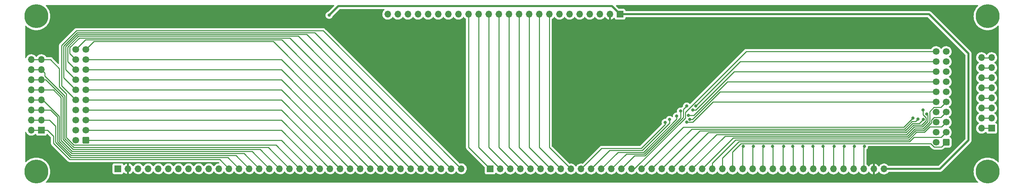
<source format=gbr>
%TF.GenerationSoftware,KiCad,Pcbnew,(6.0.0-0)*%
%TF.CreationDate,2022-03-10T23:18:48-05:00*%
%TF.ProjectId,Backplane-Connector-2022,4261636b-706c-4616-9e65-2d436f6e6e65,rev?*%
%TF.SameCoordinates,Original*%
%TF.FileFunction,Copper,L1,Top*%
%TF.FilePolarity,Positive*%
%FSLAX46Y46*%
G04 Gerber Fmt 4.6, Leading zero omitted, Abs format (unit mm)*
G04 Created by KiCad (PCBNEW (6.0.0-0)) date 2022-03-10 23:18:48*
%MOMM*%
%LPD*%
G01*
G04 APERTURE LIST*
G04 Aperture macros list*
%AMRoundRect*
0 Rectangle with rounded corners*
0 $1 Rounding radius*
0 $2 $3 $4 $5 $6 $7 $8 $9 X,Y pos of 4 corners*
0 Add a 4 corners polygon primitive as box body*
4,1,4,$2,$3,$4,$5,$6,$7,$8,$9,$2,$3,0*
0 Add four circle primitives for the rounded corners*
1,1,$1+$1,$2,$3*
1,1,$1+$1,$4,$5*
1,1,$1+$1,$6,$7*
1,1,$1+$1,$8,$9*
0 Add four rect primitives between the rounded corners*
20,1,$1+$1,$2,$3,$4,$5,0*
20,1,$1+$1,$4,$5,$6,$7,0*
20,1,$1+$1,$6,$7,$8,$9,0*
20,1,$1+$1,$8,$9,$2,$3,0*%
G04 Aperture macros list end*
%TA.AperFunction,ComponentPad*%
%ADD10R,1.700000X1.700000*%
%TD*%
%TA.AperFunction,ComponentPad*%
%ADD11O,1.700000X1.700000*%
%TD*%
%TA.AperFunction,ComponentPad*%
%ADD12C,0.800000*%
%TD*%
%TA.AperFunction,ComponentPad*%
%ADD13C,6.000000*%
%TD*%
%TA.AperFunction,ComponentPad*%
%ADD14RoundRect,0.250000X0.600000X0.600000X-0.600000X0.600000X-0.600000X-0.600000X0.600000X-0.600000X0*%
%TD*%
%TA.AperFunction,ComponentPad*%
%ADD15C,1.700000*%
%TD*%
%TA.AperFunction,ViaPad*%
%ADD16C,0.800000*%
%TD*%
%TA.AperFunction,Conductor*%
%ADD17C,0.250000*%
%TD*%
%TA.AperFunction,Conductor*%
%ADD18C,0.500000*%
%TD*%
G04 APERTURE END LIST*
D10*
%TO.P,J4,1,Pin_1*%
%TO.N,BUS0*%
X405892000Y-177546000D03*
D11*
%TO.P,J4,2,Pin_2*%
X403352000Y-177546000D03*
%TO.P,J4,3,Pin_3*%
%TO.N,BUS1*%
X405892000Y-175006000D03*
%TO.P,J4,4,Pin_4*%
X403352000Y-175006000D03*
%TO.P,J4,5,Pin_5*%
%TO.N,BUS2*%
X405892000Y-172466000D03*
%TO.P,J4,6,Pin_6*%
X403352000Y-172466000D03*
%TO.P,J4,7,Pin_7*%
%TO.N,BUS3*%
X405892000Y-169926000D03*
%TO.P,J4,8,Pin_8*%
X403352000Y-169926000D03*
%TO.P,J4,9,Pin_9*%
%TO.N,BUS4*%
X405892000Y-167386000D03*
%TO.P,J4,10,Pin_10*%
X403352000Y-167386000D03*
%TO.P,J4,11,Pin_11*%
%TO.N,BUS5*%
X405892000Y-164846000D03*
%TO.P,J4,12,Pin_12*%
X403352000Y-164846000D03*
%TO.P,J4,13,Pin_13*%
%TO.N,BUS6*%
X405892000Y-162306000D03*
%TO.P,J4,14,Pin_14*%
X403352000Y-162306000D03*
%TO.P,J4,15,Pin_15*%
%TO.N,BUS7*%
X405892000Y-159766000D03*
%TO.P,J4,16,Pin_16*%
X403352000Y-159766000D03*
%TD*%
D12*
%TO.P,REF\u002A\u002A,1*%
%TO.N,N/C*%
X164017010Y-150942990D03*
X167198990Y-147761010D03*
D13*
X165608000Y-149352000D03*
D12*
X167858000Y-149352000D03*
X167198990Y-150942990D03*
X165608000Y-151602000D03*
X164017010Y-147761010D03*
X165608000Y-147102000D03*
X163358000Y-149352000D03*
%TD*%
%TO.P,REF\u002A\u002A,1*%
%TO.N,N/C*%
X402626000Y-149352000D03*
X406466990Y-147761010D03*
X403285010Y-150942990D03*
X407126000Y-149352000D03*
D13*
X404876000Y-149352000D03*
D12*
X406466990Y-150942990D03*
X403285010Y-147761010D03*
X404876000Y-147102000D03*
X404876000Y-151602000D03*
%TD*%
D14*
%TO.P,J7,1,Pin_1*%
%TO.N,A0*%
X178054000Y-180594000D03*
D15*
%TO.P,J7,2,Pin_2*%
%TO.N,unconnected-(J7-Pad2)*%
X175514000Y-180594000D03*
%TO.P,J7,3,Pin_3*%
%TO.N,A1*%
X178054000Y-178054000D03*
%TO.P,J7,4,Pin_4*%
%TO.N,unconnected-(J7-Pad4)*%
X175514000Y-178054000D03*
%TO.P,J7,5,Pin_5*%
%TO.N,A2*%
X178054000Y-175514000D03*
%TO.P,J7,6,Pin_6*%
%TO.N,unconnected-(J7-Pad6)*%
X175514000Y-175514000D03*
%TO.P,J7,7,Pin_7*%
%TO.N,A3*%
X178054000Y-172974000D03*
%TO.P,J7,8,Pin_8*%
%TO.N,unconnected-(J7-Pad8)*%
X175514000Y-172974000D03*
%TO.P,J7,9,Pin_9*%
%TO.N,A4*%
X178054000Y-170434000D03*
%TO.P,J7,10,Pin_10*%
%TO.N,A15*%
X175514000Y-170434000D03*
%TO.P,J7,11,Pin_11*%
%TO.N,A5*%
X178054000Y-167894000D03*
%TO.P,J7,12,Pin_12*%
%TO.N,A14*%
X175514000Y-167894000D03*
%TO.P,J7,13,Pin_13*%
%TO.N,A6*%
X178054000Y-165354000D03*
%TO.P,J7,14,Pin_14*%
%TO.N,A13*%
X175514000Y-165354000D03*
%TO.P,J7,15,Pin_15*%
%TO.N,A7*%
X178054000Y-162814000D03*
%TO.P,J7,16,Pin_16*%
%TO.N,A12*%
X175514000Y-162814000D03*
%TO.P,J7,17,Pin_17*%
%TO.N,A8*%
X178054000Y-160274000D03*
%TO.P,J7,18,Pin_18*%
%TO.N,A11*%
X175514000Y-160274000D03*
%TO.P,J7,19,Pin_19*%
%TO.N,A9*%
X178054000Y-157734000D03*
%TO.P,J7,20,Pin_20*%
%TO.N,A10*%
X175514000Y-157734000D03*
%TD*%
D12*
%TO.P,REF\u002A\u002A,1*%
%TO.N,N/C*%
X406466990Y-186877010D03*
X403285010Y-190058990D03*
X407126000Y-188468000D03*
X406466990Y-190058990D03*
X404876000Y-190718000D03*
X404876000Y-186218000D03*
X402626000Y-188468000D03*
X403285010Y-186877010D03*
D13*
X404876000Y-188468000D03*
%TD*%
D14*
%TO.P,J6,1,Pin_1*%
%TO.N,A0*%
X394462000Y-181102000D03*
D15*
%TO.P,J6,2,Pin_2*%
%TO.N,unconnected-(J6-Pad2)*%
X391922000Y-181102000D03*
%TO.P,J6,3,Pin_3*%
%TO.N,A1*%
X394462000Y-178562000D03*
%TO.P,J6,4,Pin_4*%
%TO.N,unconnected-(J6-Pad4)*%
X391922000Y-178562000D03*
%TO.P,J6,5,Pin_5*%
%TO.N,A2*%
X394462000Y-176022000D03*
%TO.P,J6,6,Pin_6*%
%TO.N,unconnected-(J6-Pad6)*%
X391922000Y-176022000D03*
%TO.P,J6,7,Pin_7*%
%TO.N,A3*%
X394462000Y-173482000D03*
%TO.P,J6,8,Pin_8*%
%TO.N,unconnected-(J6-Pad8)*%
X391922000Y-173482000D03*
%TO.P,J6,9,Pin_9*%
%TO.N,A4*%
X394462000Y-170942000D03*
%TO.P,J6,10,Pin_10*%
%TO.N,A15*%
X391922000Y-170942000D03*
%TO.P,J6,11,Pin_11*%
%TO.N,A5*%
X394462000Y-168402000D03*
%TO.P,J6,12,Pin_12*%
%TO.N,A14*%
X391922000Y-168402000D03*
%TO.P,J6,13,Pin_13*%
%TO.N,A6*%
X394462000Y-165862000D03*
%TO.P,J6,14,Pin_14*%
%TO.N,A13*%
X391922000Y-165862000D03*
%TO.P,J6,15,Pin_15*%
%TO.N,A7*%
X394462000Y-163322000D03*
%TO.P,J6,16,Pin_16*%
%TO.N,A12*%
X391922000Y-163322000D03*
%TO.P,J6,17,Pin_17*%
%TO.N,A8*%
X394462000Y-160782000D03*
%TO.P,J6,18,Pin_18*%
%TO.N,A11*%
X391922000Y-160782000D03*
%TO.P,J6,19,Pin_19*%
%TO.N,A9*%
X394462000Y-158242000D03*
%TO.P,J6,20,Pin_20*%
%TO.N,A10*%
X391922000Y-158242000D03*
%TD*%
D10*
%TO.P,J5,1,Pin_1*%
%TO.N,~{ASSERT_STACK_SEG}*%
X279760759Y-187808242D03*
D11*
%TO.P,J5,2,Pin_2*%
%TO.N,~{EN_STACK_SEG}*%
X282300759Y-187808242D03*
%TO.P,J5,3,Pin_3*%
%TO.N,~{LATCH_STACK_SEG}*%
X284840759Y-187808242D03*
%TO.P,J5,4,Pin_4*%
%TO.N,~{ASSERT_DATA_SEG}*%
X287380759Y-187808242D03*
%TO.P,J5,5,Pin_5*%
%TO.N,~{EN_DATA_SEG}*%
X289920759Y-187808242D03*
%TO.P,J5,6,Pin_6*%
%TO.N,~{LATCH_DATA_SEG}*%
X292460759Y-187808242D03*
%TO.P,J5,7,Pin_7*%
%TO.N,~{ASSERT_CODE_SEG}*%
X295000759Y-187808242D03*
%TO.P,J5,8,Pin_8*%
%TO.N,~{EN_CODE_SEG}*%
X297540759Y-187808242D03*
%TO.P,J5,9,Pin_9*%
%TO.N,~{LATCH_CODE_SEG}*%
X300080759Y-187808242D03*
%TO.P,J5,10,Pin_10*%
%TO.N,A15*%
X302620759Y-187808242D03*
%TO.P,J5,11,Pin_11*%
%TO.N,A14*%
X305160759Y-187808242D03*
%TO.P,J5,12,Pin_12*%
%TO.N,A13*%
X307700759Y-187808242D03*
%TO.P,J5,13,Pin_13*%
%TO.N,A12*%
X310240759Y-187808242D03*
%TO.P,J5,14,Pin_14*%
%TO.N,A11*%
X312780759Y-187808242D03*
%TO.P,J5,15,Pin_15*%
%TO.N,A10*%
X315320759Y-187808242D03*
%TO.P,J5,16,Pin_16*%
%TO.N,A9*%
X317860759Y-187808242D03*
%TO.P,J5,17,Pin_17*%
%TO.N,A8*%
X320400759Y-187808242D03*
%TO.P,J5,18,Pin_18*%
%TO.N,A7*%
X322940759Y-187808242D03*
%TO.P,J5,19,Pin_19*%
%TO.N,A6*%
X325480759Y-187808242D03*
%TO.P,J5,20,Pin_20*%
%TO.N,A5*%
X328020759Y-187808242D03*
%TO.P,J5,21,Pin_21*%
%TO.N,A4*%
X330560759Y-187808242D03*
%TO.P,J5,22,Pin_22*%
%TO.N,A3*%
X333100759Y-187808242D03*
%TO.P,J5,23,Pin_23*%
%TO.N,A2*%
X335640759Y-187808242D03*
%TO.P,J5,24,Pin_24*%
%TO.N,A1*%
X338180759Y-187808242D03*
%TO.P,J5,25,Pin_25*%
%TO.N,A0*%
X340720759Y-187808242D03*
%TO.P,J5,26,Pin_26*%
%TO.N,BUS7*%
X343260759Y-187808242D03*
%TO.P,J5,27,Pin_27*%
%TO.N,BUS6*%
X345800759Y-187808242D03*
%TO.P,J5,28,Pin_28*%
%TO.N,BUS5*%
X348340759Y-187808242D03*
%TO.P,J5,29,Pin_29*%
%TO.N,BUS4*%
X350880759Y-187808242D03*
%TO.P,J5,30,Pin_30*%
%TO.N,BUS3*%
X353420759Y-187808242D03*
%TO.P,J5,31,Pin_31*%
%TO.N,BUS2*%
X355960759Y-187808242D03*
%TO.P,J5,32,Pin_32*%
%TO.N,BUS1*%
X358500759Y-187808242D03*
%TO.P,J5,33,Pin_33*%
%TO.N,BUS0*%
X361040759Y-187808242D03*
%TO.P,J5,34,Pin_34*%
%TO.N,~{MEM_WRITE}*%
X363580759Y-187808242D03*
%TO.P,J5,35,Pin_35*%
%TO.N,~{MEM_READ}*%
X366120759Y-187808242D03*
%TO.P,J5,36,Pin_36*%
%TO.N,~{MEM_LATCH_MAR}*%
X368660759Y-187808242D03*
%TO.P,J5,37,Pin_37*%
%TO.N,RESET*%
X371200759Y-187808242D03*
%TO.P,J5,38,Pin_38*%
%TO.N,CLOCK*%
X373740759Y-187808242D03*
%TO.P,J5,39,Pin_39*%
%TO.N,GND*%
X376280759Y-187808242D03*
%TO.P,J5,40,Pin_40*%
%TO.N,VCC*%
X378820759Y-187808242D03*
%TD*%
D10*
%TO.P,J3,1,Pin_1*%
%TO.N,BUS0*%
X166878000Y-178054000D03*
D11*
%TO.P,J3,2,Pin_2*%
X164338000Y-178054000D03*
%TO.P,J3,3,Pin_3*%
%TO.N,BUS1*%
X166878000Y-175514000D03*
%TO.P,J3,4,Pin_4*%
X164338000Y-175514000D03*
%TO.P,J3,5,Pin_5*%
%TO.N,BUS2*%
X166878000Y-172974000D03*
%TO.P,J3,6,Pin_6*%
X164338000Y-172974000D03*
%TO.P,J3,7,Pin_7*%
%TO.N,BUS3*%
X166878000Y-170434000D03*
%TO.P,J3,8,Pin_8*%
X164338000Y-170434000D03*
%TO.P,J3,9,Pin_9*%
%TO.N,BUS4*%
X166878000Y-167894000D03*
%TO.P,J3,10,Pin_10*%
X164338000Y-167894000D03*
%TO.P,J3,11,Pin_11*%
%TO.N,BUS5*%
X166878000Y-165354000D03*
%TO.P,J3,12,Pin_12*%
X164338000Y-165354000D03*
%TO.P,J3,13,Pin_13*%
%TO.N,BUS6*%
X166878000Y-162814000D03*
%TO.P,J3,14,Pin_14*%
X164338000Y-162814000D03*
%TO.P,J3,15,Pin_15*%
%TO.N,BUS7*%
X166878000Y-160274000D03*
%TO.P,J3,16,Pin_16*%
X164338000Y-160274000D03*
%TD*%
D10*
%TO.P,J2,1,Pin_1*%
%TO.N,VCC*%
X186147323Y-187751242D03*
D11*
%TO.P,J2,2,Pin_2*%
%TO.N,GND*%
X188687323Y-187751242D03*
%TO.P,J2,3,Pin_3*%
%TO.N,CLOCK*%
X191227323Y-187751242D03*
%TO.P,J2,4,Pin_4*%
%TO.N,~{CONTROL7}*%
X193767323Y-187751242D03*
%TO.P,J2,5,Pin_5*%
%TO.N,CONTROL6*%
X196307323Y-187751242D03*
%TO.P,J2,6,Pin_6*%
%TO.N,CONTROL5*%
X198847323Y-187751242D03*
%TO.P,J2,7,Pin_7*%
%TO.N,CONTROL4*%
X201387323Y-187751242D03*
%TO.P,J2,8,Pin_8*%
%TO.N,CONTROL3*%
X203927323Y-187751242D03*
%TO.P,J2,9,Pin_9*%
%TO.N,CONTROL2*%
X206467323Y-187751242D03*
%TO.P,J2,10,Pin_10*%
%TO.N,CONTROL1*%
X209007323Y-187751242D03*
%TO.P,J2,11,Pin_11*%
%TO.N,CONTROL0*%
X211547323Y-187751242D03*
%TO.P,J2,12,Pin_12*%
%TO.N,BUS0*%
X214087323Y-187751242D03*
%TO.P,J2,13,Pin_13*%
%TO.N,BUS1*%
X216627323Y-187751242D03*
%TO.P,J2,14,Pin_14*%
%TO.N,BUS2*%
X219167323Y-187751242D03*
%TO.P,J2,15,Pin_15*%
%TO.N,BUS3*%
X221707323Y-187751242D03*
%TO.P,J2,16,Pin_16*%
%TO.N,BUS4*%
X224247323Y-187751242D03*
%TO.P,J2,17,Pin_17*%
%TO.N,BUS5*%
X226787323Y-187751242D03*
%TO.P,J2,18,Pin_18*%
%TO.N,BUS6*%
X229327323Y-187751242D03*
%TO.P,J2,19,Pin_19*%
%TO.N,BUS7*%
X231867323Y-187751242D03*
%TO.P,J2,20,Pin_20*%
%TO.N,A0*%
X234407323Y-187751242D03*
%TO.P,J2,21,Pin_21*%
%TO.N,A1*%
X236947323Y-187751242D03*
%TO.P,J2,22,Pin_22*%
%TO.N,A2*%
X239487323Y-187751242D03*
%TO.P,J2,23,Pin_23*%
%TO.N,A3*%
X242027323Y-187751242D03*
%TO.P,J2,24,Pin_24*%
%TO.N,A4*%
X244567323Y-187751242D03*
%TO.P,J2,25,Pin_25*%
%TO.N,A5*%
X247107323Y-187751242D03*
%TO.P,J2,26,Pin_26*%
%TO.N,A6*%
X249647323Y-187751242D03*
%TO.P,J2,27,Pin_27*%
%TO.N,A7*%
X252187323Y-187751242D03*
%TO.P,J2,28,Pin_28*%
%TO.N,A8*%
X254727323Y-187751242D03*
%TO.P,J2,29,Pin_29*%
%TO.N,A9*%
X257267323Y-187751242D03*
%TO.P,J2,30,Pin_30*%
%TO.N,A10*%
X259807323Y-187751242D03*
%TO.P,J2,31,Pin_31*%
%TO.N,A11*%
X262347323Y-187751242D03*
%TO.P,J2,32,Pin_32*%
%TO.N,A12*%
X264887323Y-187751242D03*
%TO.P,J2,33,Pin_33*%
%TO.N,A13*%
X267427323Y-187751242D03*
%TO.P,J2,34,Pin_34*%
%TO.N,A14*%
X269967323Y-187751242D03*
%TO.P,J2,35,Pin_35*%
%TO.N,A15*%
X272507323Y-187751242D03*
%TD*%
D12*
%TO.P,REF\u002A\u002A,1*%
%TO.N,N/C*%
X165608000Y-186218000D03*
X165608000Y-190718000D03*
X167198990Y-190058990D03*
X163358000Y-188468000D03*
X167858000Y-188468000D03*
X167198990Y-186877010D03*
X164017010Y-186877010D03*
X164017010Y-190058990D03*
D13*
X165608000Y-188468000D03*
%TD*%
D10*
%TO.P,J1,1,Pin_1*%
%TO.N,VCC*%
X312420000Y-148844000D03*
D11*
%TO.P,J1,2,Pin_2*%
%TO.N,GND*%
X309880000Y-148844000D03*
%TO.P,J1,3,Pin_3*%
%TO.N,CLOCK*%
X307340000Y-148844000D03*
%TO.P,J1,4,Pin_4*%
%TO.N,RESET*%
X304800000Y-148844000D03*
%TO.P,J1,5,Pin_5*%
%TO.N,~{MEM_LATCH_MAR}*%
X302260000Y-148844000D03*
%TO.P,J1,6,Pin_6*%
%TO.N,~{MEM_READ}*%
X299720000Y-148844000D03*
%TO.P,J1,7,Pin_7*%
%TO.N,~{MEM_WRITE}*%
X297180000Y-148844000D03*
%TO.P,J1,8,Pin_8*%
%TO.N,~{LATCH_CODE_SEG}*%
X294640000Y-148844000D03*
%TO.P,J1,9,Pin_9*%
%TO.N,~{EN_CODE_SEG}*%
X292100000Y-148844000D03*
%TO.P,J1,10,Pin_10*%
%TO.N,~{ASSERT_CODE_SEG}*%
X289560000Y-148844000D03*
%TO.P,J1,11,Pin_11*%
%TO.N,~{LATCH_DATA_SEG}*%
X287020000Y-148844000D03*
%TO.P,J1,12,Pin_12*%
%TO.N,~{EN_DATA_SEG}*%
X284480000Y-148844000D03*
%TO.P,J1,13,Pin_13*%
%TO.N,~{ASSERT_DATA_SEG}*%
X281940000Y-148844000D03*
%TO.P,J1,14,Pin_14*%
%TO.N,~{LATCH_STACK_SEG}*%
X279400000Y-148844000D03*
%TO.P,J1,15,Pin_15*%
%TO.N,~{EN_STACK_SEG}*%
X276860000Y-148844000D03*
%TO.P,J1,16,Pin_16*%
%TO.N,~{ASSERT_STACK_SEG}*%
X274320000Y-148844000D03*
%TO.P,J1,17,Pin_17*%
%TO.N,CONTROL0*%
X271780000Y-148844000D03*
%TO.P,J1,18,Pin_18*%
%TO.N,CONTROL1*%
X269240000Y-148844000D03*
%TO.P,J1,19,Pin_19*%
%TO.N,CONTROL2*%
X266700000Y-148844000D03*
%TO.P,J1,20,Pin_20*%
%TO.N,CONTROL3*%
X264160000Y-148844000D03*
%TO.P,J1,21,Pin_21*%
%TO.N,CONTROL4*%
X261620000Y-148844000D03*
%TO.P,J1,22,Pin_22*%
%TO.N,CONTROL5*%
X259080000Y-148844000D03*
%TO.P,J1,23,Pin_23*%
%TO.N,CONTROL6*%
X256540000Y-148844000D03*
%TO.P,J1,24,Pin_24*%
%TO.N,~{CONTROL7}*%
X254000000Y-148844000D03*
%TD*%
D16*
%TO.N,~{MEM_LATCH_MAR}*%
X368808000Y-182118000D03*
%TO.N,~{MEM_READ}*%
X366268000Y-182118000D03*
%TO.N,~{MEM_WRITE}*%
X363474000Y-182118000D03*
%TO.N,RESET*%
X371348000Y-182118000D03*
%TO.N,CLOCK*%
X373888000Y-182118000D03*
%TO.N,VCC*%
X239268000Y-149098000D03*
%TO.N,BUS0*%
X360934000Y-182118000D03*
%TO.N,BUS1*%
X358394000Y-182118000D03*
%TO.N,BUS2*%
X355854000Y-182118000D03*
%TO.N,BUS3*%
X353568000Y-182118000D03*
%TO.N,BUS4*%
X350774000Y-182118000D03*
%TO.N,BUS5*%
X348488000Y-182118000D03*
%TO.N,BUS6*%
X345948000Y-182118000D03*
%TO.N,BUS7*%
X343408000Y-182118000D03*
%TO.N,A15*%
X329184000Y-176022000D03*
X323794392Y-176077607D03*
%TO.N,A14*%
X324866000Y-175353107D03*
X329940050Y-175297500D03*
%TO.N,A13*%
X326644000Y-174498000D03*
X329646121Y-174342194D03*
%TO.N,A12*%
X327660000Y-173228000D03*
X330708000Y-172974000D03*
%TO.N,A11*%
X331447725Y-171971676D03*
X329184000Y-171958000D03*
%TO.N,A9*%
X386080000Y-175006000D03*
%TO.N,A8*%
X387350000Y-175260000D03*
%TO.N,A7*%
X388674450Y-175320792D03*
%TO.N,A6*%
X388620000Y-172974000D03*
%TO.N,A5*%
X389573478Y-173985700D03*
%TD*%
D17*
%TO.N,~{MEM_LATCH_MAR}*%
X368660759Y-182265241D02*
X368808000Y-182118000D01*
X368660759Y-187808242D02*
X368660759Y-182265241D01*
%TO.N,~{MEM_READ}*%
X366120759Y-182265241D02*
X366120759Y-187808242D01*
X366268000Y-182118000D02*
X366120759Y-182265241D01*
%TO.N,~{MEM_WRITE}*%
X363580759Y-182224759D02*
X363474000Y-182118000D01*
X363580759Y-187808242D02*
X363580759Y-182224759D01*
%TO.N,RESET*%
X371200759Y-182265241D02*
X371200759Y-187808242D01*
X371348000Y-182118000D02*
X371200759Y-182265241D01*
%TO.N,CLOCK*%
X373740759Y-187808242D02*
X373740759Y-182265241D01*
X373740759Y-182265241D02*
X373888000Y-182118000D01*
D18*
%TO.N,VCC*%
X239268000Y-149098000D02*
X241554000Y-146812000D01*
X400050000Y-158750000D02*
X400050000Y-180594000D01*
X312420000Y-148844000D02*
X390144000Y-148844000D01*
X400050000Y-180594000D02*
X392835758Y-187808242D01*
X310388000Y-146812000D02*
X312420000Y-148844000D01*
X390144000Y-148844000D02*
X400050000Y-158750000D01*
X241554000Y-146812000D02*
X310388000Y-146812000D01*
X392835758Y-187808242D02*
X378820759Y-187808242D01*
D17*
%TO.N,BUS0*%
X211756081Y-185420000D02*
X173990000Y-185420000D01*
X360934000Y-182118000D02*
X361040759Y-182224759D01*
X214087323Y-187751242D02*
X211756081Y-185420000D01*
X168402000Y-178054000D02*
X164338000Y-178054000D01*
X169926000Y-179578000D02*
X168402000Y-178054000D01*
X169926000Y-181356000D02*
X169926000Y-179578000D01*
X405892000Y-177546000D02*
X403352000Y-177546000D01*
X361040759Y-182224759D02*
X361040759Y-187808242D01*
X173990000Y-185420000D02*
X169926000Y-181356000D01*
%TO.N,BUS1*%
X170434000Y-177038000D02*
X168910000Y-175514000D01*
X358500759Y-187808242D02*
X358500759Y-182224759D01*
X213788081Y-184912000D02*
X174244000Y-184912000D01*
X170434000Y-181102000D02*
X170434000Y-177038000D01*
X174244000Y-184912000D02*
X170434000Y-181102000D01*
X168910000Y-175514000D02*
X164338000Y-175514000D01*
X358500759Y-182224759D02*
X358394000Y-182118000D01*
X216627323Y-187751242D02*
X213788081Y-184912000D01*
X405887000Y-175021000D02*
X403347000Y-175021000D01*
%TO.N,BUS2*%
X170942000Y-180974296D02*
X174371704Y-184404000D01*
X164338000Y-172974000D02*
X169164000Y-172974000D01*
X174371704Y-184404000D02*
X215820081Y-184404000D01*
X169164000Y-172974000D02*
X170942000Y-174752000D01*
X355960759Y-182224759D02*
X355960759Y-187808242D01*
X215820081Y-184404000D02*
X219167323Y-187751242D01*
X355854000Y-182118000D02*
X355960759Y-182224759D01*
X170942000Y-174752000D02*
X170942000Y-180974296D01*
X405887000Y-172481000D02*
X403347000Y-172481000D01*
%TO.N,BUS3*%
X353420759Y-187808242D02*
X353420759Y-182265241D01*
X217852081Y-183896000D02*
X174499408Y-183896000D01*
X167259704Y-170434000D02*
X164338000Y-170434000D01*
X353420759Y-182265241D02*
X353568000Y-182118000D01*
X405882000Y-169956000D02*
X403342000Y-169956000D01*
X174499408Y-183896000D02*
X171391511Y-180788103D01*
X221707323Y-187751242D02*
X217852081Y-183896000D01*
X171391511Y-180788103D02*
X171391510Y-174565806D01*
X171391510Y-174565806D02*
X167259704Y-170434000D01*
%TO.N,BUS4*%
X171841021Y-169809021D02*
X171841021Y-180601909D01*
X350880759Y-182224759D02*
X350880759Y-187808242D01*
X350774000Y-182118000D02*
X350880759Y-182224759D01*
X219884081Y-183388000D02*
X224247323Y-187751242D01*
X171841021Y-180601909D02*
X174627112Y-183388000D01*
X405887000Y-167401000D02*
X403347000Y-167401000D01*
X174627112Y-183388000D02*
X219884081Y-183388000D01*
X164338000Y-167894000D02*
X169926000Y-167894000D01*
X169926000Y-167894000D02*
X171841021Y-169809021D01*
%TO.N,BUS5*%
X174867582Y-182880000D02*
X172290533Y-180302951D01*
X172290531Y-169622827D02*
X168021704Y-165354000D01*
X348340759Y-182265241D02*
X348488000Y-182118000D01*
X172290533Y-180302951D02*
X172290531Y-169622827D01*
X168021704Y-165354000D02*
X164338000Y-165354000D01*
X221916081Y-182880000D02*
X174867582Y-182880000D01*
X348340759Y-187808242D02*
X348340759Y-182265241D01*
X405882000Y-164876000D02*
X403342000Y-164876000D01*
X226787323Y-187751242D02*
X221916081Y-182880000D01*
%TO.N,BUS6*%
X405882000Y-162336000D02*
X403342000Y-162336000D01*
X167728000Y-164424592D02*
X172740042Y-169436634D01*
X174995286Y-182372000D02*
X223948081Y-182372000D01*
X172740044Y-180116758D02*
X174995286Y-182372000D01*
X172740042Y-174007226D02*
X172740044Y-180116758D01*
X345948000Y-182118000D02*
X345800759Y-182265241D01*
X345800759Y-182265241D02*
X345800759Y-187808242D01*
X172740042Y-169436634D02*
X172740042Y-174007226D01*
X164338000Y-162814000D02*
X166878000Y-162814000D01*
X166878000Y-162814000D02*
X167728000Y-163664000D01*
X167728000Y-163664000D02*
X167728000Y-164424592D01*
X223948081Y-182372000D02*
X229327323Y-187751242D01*
%TO.N,BUS7*%
X173189555Y-168870147D02*
X171391510Y-167072102D01*
X173189555Y-179930565D02*
X173189555Y-168870147D01*
X169164000Y-160274000D02*
X164338000Y-160274000D01*
X405877000Y-159811000D02*
X403337000Y-159811000D01*
X171391510Y-162501510D02*
X169164000Y-160274000D01*
X175027501Y-181768511D02*
X173189555Y-179930565D01*
X343260759Y-187808242D02*
X343260759Y-182265241D01*
X171391510Y-167072102D02*
X171391510Y-162501510D01*
X231867323Y-187751242D02*
X225884592Y-181768511D01*
X225884592Y-181768511D02*
X175027501Y-181768511D01*
X343260759Y-182265241D02*
X343408000Y-182118000D01*
%TO.N,~{ASSERT_STACK_SEG}*%
X274320000Y-182367483D02*
X279760759Y-187808242D01*
X274320000Y-148844000D02*
X274320000Y-182367483D01*
%TO.N,~{EN_STACK_SEG}*%
X276860000Y-182367483D02*
X282300759Y-187808242D01*
X276860000Y-148844000D02*
X276860000Y-182367483D01*
%TO.N,~{LATCH_STACK_SEG}*%
X279400000Y-148844000D02*
X279400000Y-182367483D01*
X279400000Y-182367483D02*
X284840759Y-187808242D01*
%TO.N,~{ASSERT_DATA_SEG}*%
X281940000Y-148844000D02*
X281940000Y-182367483D01*
X281940000Y-182367483D02*
X287380759Y-187808242D01*
%TO.N,~{EN_DATA_SEG}*%
X284480000Y-148844000D02*
X284480000Y-182367483D01*
X284480000Y-182367483D02*
X289920759Y-187808242D01*
%TO.N,~{LATCH_DATA_SEG}*%
X287020000Y-182367483D02*
X292460759Y-187808242D01*
X287020000Y-148844000D02*
X287020000Y-182367483D01*
%TO.N,~{ASSERT_CODE_SEG}*%
X289560000Y-148844000D02*
X289560000Y-182367483D01*
X289560000Y-182367483D02*
X295000759Y-187808242D01*
%TO.N,~{EN_CODE_SEG}*%
X292100000Y-182367483D02*
X297540759Y-187808242D01*
X292100000Y-148844000D02*
X292100000Y-182367483D01*
%TO.N,~{LATCH_CODE_SEG}*%
X294640000Y-182367483D02*
X300080759Y-187808242D01*
X294640000Y-148844000D02*
X294640000Y-182367483D01*
%TO.N,A15*%
X335788000Y-170942000D02*
X330708000Y-176022000D01*
X237761018Y-153004937D02*
X175671063Y-153004937D01*
X302620759Y-187808242D02*
X307803001Y-182626000D01*
X175671063Y-153004937D02*
X171958000Y-156718000D01*
X317754000Y-182626000D02*
X323794392Y-176585608D01*
X323794392Y-176585608D02*
X323794392Y-176077607D01*
X391922000Y-170942000D02*
X335788000Y-170942000D01*
X272507323Y-187751242D02*
X237761018Y-153004937D01*
X171958000Y-166878000D02*
X175514000Y-170434000D01*
X330708000Y-176022000D02*
X329184000Y-176022000D01*
X171958000Y-156718000D02*
X171958000Y-166878000D01*
X307803001Y-182626000D02*
X317754000Y-182626000D01*
%TO.N,A14*%
X305160759Y-187808242D02*
X309835001Y-183134000D01*
X330670500Y-175297500D02*
X329940050Y-175297500D01*
X324866000Y-176276000D02*
X324866000Y-175353107D01*
X175514000Y-167894000D02*
X172466000Y-164846000D01*
X172466000Y-164846000D02*
X172466000Y-156845704D01*
X309835001Y-183134000D02*
X318008000Y-183134000D01*
X172466000Y-156845704D02*
X175857256Y-153454448D01*
X175857256Y-153454448D02*
X235670529Y-153454448D01*
X318008000Y-183134000D02*
X324866000Y-176276000D01*
X235670529Y-153454448D02*
X269967323Y-187751242D01*
X391922000Y-168402000D02*
X337566000Y-168402000D01*
X337566000Y-168402000D02*
X330670500Y-175297500D01*
%TO.N,A13*%
X391922000Y-165862000D02*
X339470296Y-165862000D01*
X326644000Y-175260000D02*
X326644000Y-174498000D01*
X176043450Y-153903958D02*
X172974000Y-156973408D01*
X267427323Y-187751242D02*
X233580039Y-153903958D01*
X330990102Y-174342194D02*
X329646121Y-174342194D01*
X339470296Y-165862000D02*
X330990102Y-174342194D01*
X318320489Y-183583511D02*
X326644000Y-175260000D01*
X172974000Y-156973408D02*
X172974000Y-162814000D01*
X307700759Y-187808242D02*
X311925490Y-183583511D01*
X311925490Y-183583511D02*
X318320489Y-183583511D01*
X233580039Y-153903958D02*
X176043450Y-153903958D01*
X172974000Y-162814000D02*
X175514000Y-165354000D01*
%TO.N,A12*%
X391922000Y-163322000D02*
X341122000Y-163322000D01*
X327660000Y-174879704D02*
X327660000Y-173228000D01*
X336550000Y-167894000D02*
X331470000Y-172974000D01*
X176229643Y-154353469D02*
X231489550Y-154353469D01*
X318506682Y-184033022D02*
X327660000Y-174879704D01*
X310240759Y-187808242D02*
X314015979Y-184033022D01*
X314015979Y-184033022D02*
X318506682Y-184033022D01*
X175514000Y-162814000D02*
X173482000Y-160782000D01*
X173482000Y-157101112D02*
X176229643Y-154353469D01*
X231489550Y-154353469D02*
X264887323Y-187751242D01*
X331470000Y-172974000D02*
X330708000Y-172974000D01*
X173482000Y-160782000D02*
X173482000Y-157101112D01*
X341122000Y-163322000D02*
X336550000Y-167894000D01*
%TO.N,A11*%
X173990000Y-158750000D02*
X175514000Y-160274000D01*
X342637401Y-160782000D02*
X331447725Y-171971676D01*
X316106469Y-184482532D02*
X312780759Y-187808242D01*
X391922000Y-160782000D02*
X342637401Y-160782000D01*
X318700068Y-184482532D02*
X316106469Y-184482532D01*
X329184000Y-171958000D02*
X328384501Y-172757499D01*
X173990000Y-157228816D02*
X173990000Y-158750000D01*
X328384501Y-172757499D02*
X328384501Y-174798099D01*
X176415837Y-154802979D02*
X173990000Y-157228816D01*
X262347323Y-187751242D02*
X229399060Y-154802979D01*
X229399060Y-154802979D02*
X176415837Y-154802979D01*
X328384501Y-174798099D02*
X318700068Y-184482532D01*
%TO.N,A10*%
X227308571Y-155252490D02*
X259807323Y-187751242D01*
X177995510Y-155252490D02*
X227308571Y-155252490D01*
X344152801Y-158242000D02*
X328834012Y-173560789D01*
X175514000Y-157734000D02*
X177995510Y-155252490D01*
X391922000Y-158242000D02*
X344152801Y-158242000D01*
X328834012Y-173560789D02*
X328834012Y-174984292D01*
X316010062Y-187808242D02*
X315320759Y-187808242D01*
X328834012Y-174984292D02*
X316010062Y-187808242D01*
%TO.N,A9*%
X178054000Y-157734000D02*
X180086000Y-155702000D01*
X383769967Y-177310401D02*
X386074368Y-175006000D01*
X317860759Y-187808242D02*
X328358600Y-177310401D01*
X386074368Y-175006000D02*
X386080000Y-175006000D01*
X180086000Y-155702000D02*
X225218081Y-155702000D01*
X225218081Y-155702000D02*
X257267323Y-187751242D01*
X328358600Y-177310401D02*
X383769967Y-177310401D01*
%TO.N,A8*%
X254727323Y-187751242D02*
X227250081Y-160274000D01*
X385851137Y-175864936D02*
X386745064Y-175864936D01*
X386745064Y-175864936D02*
X387350000Y-175260000D01*
X330449089Y-177759912D02*
X383956160Y-177759912D01*
X383956160Y-177759912D02*
X385851137Y-175864936D01*
X320400759Y-187808242D02*
X330449089Y-177759912D01*
X227250081Y-160274000D02*
X178054000Y-160274000D01*
%TO.N,A7*%
X322940759Y-187808242D02*
X332539578Y-178209423D01*
X386782104Y-176314447D02*
X387680796Y-176314446D01*
X386037331Y-176314446D02*
X386782104Y-176314447D01*
X332539578Y-178209423D02*
X384142353Y-178209423D01*
X252187323Y-187751242D02*
X227250081Y-162814000D01*
X387680796Y-176314446D02*
X388674450Y-175320792D01*
X384142353Y-178209423D02*
X386037331Y-176314446D01*
X227250081Y-162814000D02*
X178054000Y-162814000D01*
%TO.N,A6*%
X389398956Y-174885936D02*
X388620000Y-174106980D01*
X227250081Y-165354000D02*
X178054000Y-165354000D01*
X386223523Y-176763957D02*
X386595910Y-176763958D01*
X334630067Y-178658934D02*
X384328546Y-178658934D01*
X388258711Y-176763956D02*
X389398956Y-175623711D01*
X249647323Y-187751242D02*
X227250081Y-165354000D01*
X388620000Y-174106980D02*
X388620000Y-172974000D01*
X325480759Y-187808242D02*
X334630067Y-178658934D01*
X389398956Y-175623711D02*
X389398956Y-174885936D01*
X384328546Y-178658934D02*
X386223523Y-176763957D01*
X386595910Y-176763958D02*
X388258711Y-176763956D01*
%TO.N,A5*%
X336720556Y-179108445D02*
X384514739Y-179108445D01*
X389848467Y-174260689D02*
X389573478Y-173985700D01*
X328020759Y-187808242D02*
X336720556Y-179108445D01*
X386409716Y-177213468D02*
X388447349Y-177213467D01*
X384514739Y-179108445D02*
X386409716Y-177213468D01*
X389848467Y-175812350D02*
X389848467Y-174260689D01*
X227250081Y-167894000D02*
X247107323Y-187751242D01*
X388447349Y-177213467D02*
X389848467Y-175812350D01*
X178054000Y-167894000D02*
X227250081Y-167894000D01*
%TO.N,A4*%
X391327827Y-172307489D02*
X390297978Y-173337338D01*
X386595909Y-177662979D02*
X384700932Y-179557956D01*
X390297978Y-175998727D02*
X388633727Y-177662978D01*
X390297978Y-173337338D02*
X390297978Y-175998727D01*
X388633727Y-177662978D02*
X386595909Y-177662979D01*
X178054000Y-170434000D02*
X227250081Y-170434000D01*
X394462000Y-170942000D02*
X393096511Y-172307489D01*
X338811045Y-179557956D02*
X330560759Y-187808242D01*
X393096511Y-172307489D02*
X391327827Y-172307489D01*
X227250081Y-170434000D02*
X244567323Y-187751242D01*
X384700932Y-179557956D02*
X338811045Y-179557956D01*
%TO.N,A3*%
X390747489Y-175535501D02*
X391435501Y-174847489D01*
X227250081Y-172974000D02*
X178054000Y-172974000D01*
X333100759Y-187808242D02*
X340901534Y-180007467D01*
X384887125Y-180007467D02*
X386782103Y-178112489D01*
X340901534Y-180007467D02*
X384887125Y-180007467D01*
X388820106Y-178112489D02*
X390747489Y-176185106D01*
X393096511Y-174847489D02*
X394462000Y-173482000D01*
X242027323Y-187751242D02*
X227250081Y-172974000D01*
X386782103Y-178112489D02*
X388820106Y-178112489D01*
X391435501Y-174847489D02*
X393096511Y-174847489D01*
X390747489Y-176185106D02*
X390747489Y-175535501D01*
%TO.N,A2*%
X393259806Y-177224194D02*
X390344291Y-177224194D01*
X178054000Y-175514000D02*
X227250081Y-175514000D01*
X394462000Y-176022000D02*
X393259806Y-177224194D01*
X386968296Y-178562000D02*
X385073318Y-180456978D01*
X390344291Y-177224194D02*
X389006485Y-178562000D01*
X341513022Y-180456978D02*
X335640759Y-186329241D01*
X227250081Y-175514000D02*
X239487323Y-187751242D01*
X335640759Y-186329241D02*
X335640759Y-187808242D01*
X389006485Y-178562000D02*
X386968296Y-178562000D01*
X385073318Y-180456978D02*
X341513022Y-180456978D01*
%TO.N,A1*%
X236947323Y-187751242D02*
X227250081Y-178054000D01*
X393192000Y-179832000D02*
X394462000Y-178562000D01*
X386334000Y-179832000D02*
X393192000Y-179832000D01*
X342333511Y-180906489D02*
X385259511Y-180906489D01*
X227250081Y-178054000D02*
X178054000Y-178054000D01*
X338180759Y-187808242D02*
X338180759Y-185059241D01*
X385259511Y-180906489D02*
X386334000Y-179832000D01*
X338180759Y-185059241D02*
X342333511Y-180906489D01*
%TO.N,A0*%
X340720759Y-183535241D02*
X340720759Y-187808242D01*
X391435501Y-182276511D02*
X390552489Y-181393499D01*
X178054000Y-180594000D02*
X227250081Y-180594000D01*
X227250081Y-180594000D02*
X234407323Y-187751242D01*
X394462000Y-181102000D02*
X393287489Y-182276511D01*
X390552489Y-181393499D02*
X342862501Y-181393499D01*
X393287489Y-182276511D02*
X391435501Y-182276511D01*
X342862501Y-181393499D02*
X340720759Y-183535241D01*
%TD*%
%TA.AperFunction,Conductor*%
%TO.N,GND*%
G36*
X240499250Y-146578002D02*
G01*
X240545743Y-146631658D01*
X240555847Y-146701932D01*
X240526353Y-146766512D01*
X240520224Y-146773095D01*
X239111669Y-148181650D01*
X239048772Y-148215801D01*
X238992176Y-148227831D01*
X238992167Y-148227834D01*
X238985712Y-148229206D01*
X238979682Y-148231891D01*
X238979681Y-148231891D01*
X238817278Y-148304197D01*
X238817276Y-148304198D01*
X238811248Y-148306882D01*
X238656747Y-148419134D01*
X238528960Y-148561056D01*
X238433473Y-148726444D01*
X238374458Y-148908072D01*
X238373768Y-148914633D01*
X238373768Y-148914635D01*
X238360722Y-149038767D01*
X238354496Y-149098000D01*
X238374458Y-149287928D01*
X238433473Y-149469556D01*
X238436776Y-149475278D01*
X238436777Y-149475279D01*
X238452991Y-149503362D01*
X238528960Y-149634944D01*
X238533378Y-149639851D01*
X238533379Y-149639852D01*
X238625474Y-149742134D01*
X238656747Y-149776866D01*
X238718629Y-149821826D01*
X238800803Y-149881529D01*
X238811248Y-149889118D01*
X238817276Y-149891802D01*
X238817278Y-149891803D01*
X238976811Y-149962831D01*
X238985712Y-149966794D01*
X239079112Y-149986647D01*
X239166056Y-150005128D01*
X239166061Y-150005128D01*
X239172513Y-150006500D01*
X239363487Y-150006500D01*
X239369939Y-150005128D01*
X239369944Y-150005128D01*
X239456888Y-149986647D01*
X239550288Y-149966794D01*
X239559189Y-149962831D01*
X239718722Y-149891803D01*
X239718724Y-149891802D01*
X239724752Y-149889118D01*
X239735198Y-149881529D01*
X239817371Y-149821826D01*
X239879253Y-149776866D01*
X239910526Y-149742134D01*
X240002621Y-149639852D01*
X240002622Y-149639851D01*
X240007040Y-149634944D01*
X240083009Y-149503362D01*
X240099223Y-149475279D01*
X240099224Y-149475278D01*
X240102527Y-149469556D01*
X240157387Y-149300714D01*
X240188125Y-149250556D01*
X241831276Y-147607405D01*
X241893588Y-147573379D01*
X241920371Y-147570500D01*
X253055772Y-147570500D01*
X253123893Y-147590502D01*
X253170386Y-147644158D01*
X253180490Y-147714432D01*
X253150996Y-147779012D01*
X253131425Y-147797260D01*
X253094965Y-147824635D01*
X252940629Y-147986138D01*
X252814743Y-148170680D01*
X252800218Y-148201972D01*
X252729144Y-148355089D01*
X252720688Y-148373305D01*
X252660989Y-148588570D01*
X252637251Y-148810695D01*
X252637548Y-148815848D01*
X252637548Y-148815851D01*
X252643011Y-148910590D01*
X252650110Y-149033715D01*
X252651247Y-149038761D01*
X252651248Y-149038767D01*
X252663118Y-149091435D01*
X252699222Y-149251639D01*
X252783266Y-149458616D01*
X252834942Y-149542944D01*
X252897291Y-149644688D01*
X252899987Y-149649088D01*
X253046250Y-149817938D01*
X253218126Y-149960632D01*
X253411000Y-150073338D01*
X253415825Y-150075180D01*
X253415826Y-150075181D01*
X253488612Y-150102975D01*
X253619692Y-150153030D01*
X253624760Y-150154061D01*
X253624763Y-150154062D01*
X253719862Y-150173410D01*
X253838597Y-150197567D01*
X253843772Y-150197757D01*
X253843774Y-150197757D01*
X254056673Y-150205564D01*
X254056677Y-150205564D01*
X254061837Y-150205753D01*
X254066957Y-150205097D01*
X254066959Y-150205097D01*
X254278288Y-150178025D01*
X254278289Y-150178025D01*
X254283416Y-150177368D01*
X254288366Y-150175883D01*
X254492429Y-150114661D01*
X254492434Y-150114659D01*
X254497384Y-150113174D01*
X254697994Y-150014896D01*
X254879860Y-149885173D01*
X255038096Y-149727489D01*
X255097594Y-149644689D01*
X255168453Y-149546077D01*
X255169776Y-149547028D01*
X255216645Y-149503857D01*
X255286580Y-149491625D01*
X255352026Y-149519144D01*
X255379875Y-149550994D01*
X255439987Y-149649088D01*
X255586250Y-149817938D01*
X255758126Y-149960632D01*
X255951000Y-150073338D01*
X255955825Y-150075180D01*
X255955826Y-150075181D01*
X256028612Y-150102975D01*
X256159692Y-150153030D01*
X256164760Y-150154061D01*
X256164763Y-150154062D01*
X256259862Y-150173410D01*
X256378597Y-150197567D01*
X256383772Y-150197757D01*
X256383774Y-150197757D01*
X256596673Y-150205564D01*
X256596677Y-150205564D01*
X256601837Y-150205753D01*
X256606957Y-150205097D01*
X256606959Y-150205097D01*
X256818288Y-150178025D01*
X256818289Y-150178025D01*
X256823416Y-150177368D01*
X256828366Y-150175883D01*
X257032429Y-150114661D01*
X257032434Y-150114659D01*
X257037384Y-150113174D01*
X257237994Y-150014896D01*
X257419860Y-149885173D01*
X257578096Y-149727489D01*
X257637594Y-149644689D01*
X257708453Y-149546077D01*
X257709776Y-149547028D01*
X257756645Y-149503857D01*
X257826580Y-149491625D01*
X257892026Y-149519144D01*
X257919875Y-149550994D01*
X257979987Y-149649088D01*
X258126250Y-149817938D01*
X258298126Y-149960632D01*
X258491000Y-150073338D01*
X258495825Y-150075180D01*
X258495826Y-150075181D01*
X258568612Y-150102975D01*
X258699692Y-150153030D01*
X258704760Y-150154061D01*
X258704763Y-150154062D01*
X258799862Y-150173410D01*
X258918597Y-150197567D01*
X258923772Y-150197757D01*
X258923774Y-150197757D01*
X259136673Y-150205564D01*
X259136677Y-150205564D01*
X259141837Y-150205753D01*
X259146957Y-150205097D01*
X259146959Y-150205097D01*
X259358288Y-150178025D01*
X259358289Y-150178025D01*
X259363416Y-150177368D01*
X259368366Y-150175883D01*
X259572429Y-150114661D01*
X259572434Y-150114659D01*
X259577384Y-150113174D01*
X259777994Y-150014896D01*
X259959860Y-149885173D01*
X260118096Y-149727489D01*
X260177594Y-149644689D01*
X260248453Y-149546077D01*
X260249776Y-149547028D01*
X260296645Y-149503857D01*
X260366580Y-149491625D01*
X260432026Y-149519144D01*
X260459875Y-149550994D01*
X260519987Y-149649088D01*
X260666250Y-149817938D01*
X260838126Y-149960632D01*
X261031000Y-150073338D01*
X261035825Y-150075180D01*
X261035826Y-150075181D01*
X261108612Y-150102975D01*
X261239692Y-150153030D01*
X261244760Y-150154061D01*
X261244763Y-150154062D01*
X261339862Y-150173410D01*
X261458597Y-150197567D01*
X261463772Y-150197757D01*
X261463774Y-150197757D01*
X261676673Y-150205564D01*
X261676677Y-150205564D01*
X261681837Y-150205753D01*
X261686957Y-150205097D01*
X261686959Y-150205097D01*
X261898288Y-150178025D01*
X261898289Y-150178025D01*
X261903416Y-150177368D01*
X261908366Y-150175883D01*
X262112429Y-150114661D01*
X262112434Y-150114659D01*
X262117384Y-150113174D01*
X262317994Y-150014896D01*
X262499860Y-149885173D01*
X262658096Y-149727489D01*
X262717594Y-149644689D01*
X262788453Y-149546077D01*
X262789776Y-149547028D01*
X262836645Y-149503857D01*
X262906580Y-149491625D01*
X262972026Y-149519144D01*
X262999875Y-149550994D01*
X263059987Y-149649088D01*
X263206250Y-149817938D01*
X263378126Y-149960632D01*
X263571000Y-150073338D01*
X263575825Y-150075180D01*
X263575826Y-150075181D01*
X263648612Y-150102975D01*
X263779692Y-150153030D01*
X263784760Y-150154061D01*
X263784763Y-150154062D01*
X263879862Y-150173410D01*
X263998597Y-150197567D01*
X264003772Y-150197757D01*
X264003774Y-150197757D01*
X264216673Y-150205564D01*
X264216677Y-150205564D01*
X264221837Y-150205753D01*
X264226957Y-150205097D01*
X264226959Y-150205097D01*
X264438288Y-150178025D01*
X264438289Y-150178025D01*
X264443416Y-150177368D01*
X264448366Y-150175883D01*
X264652429Y-150114661D01*
X264652434Y-150114659D01*
X264657384Y-150113174D01*
X264857994Y-150014896D01*
X265039860Y-149885173D01*
X265198096Y-149727489D01*
X265257594Y-149644689D01*
X265328453Y-149546077D01*
X265329776Y-149547028D01*
X265376645Y-149503857D01*
X265446580Y-149491625D01*
X265512026Y-149519144D01*
X265539875Y-149550994D01*
X265599987Y-149649088D01*
X265746250Y-149817938D01*
X265918126Y-149960632D01*
X266111000Y-150073338D01*
X266115825Y-150075180D01*
X266115826Y-150075181D01*
X266188612Y-150102975D01*
X266319692Y-150153030D01*
X266324760Y-150154061D01*
X266324763Y-150154062D01*
X266419862Y-150173410D01*
X266538597Y-150197567D01*
X266543772Y-150197757D01*
X266543774Y-150197757D01*
X266756673Y-150205564D01*
X266756677Y-150205564D01*
X266761837Y-150205753D01*
X266766957Y-150205097D01*
X266766959Y-150205097D01*
X266978288Y-150178025D01*
X266978289Y-150178025D01*
X266983416Y-150177368D01*
X266988366Y-150175883D01*
X267192429Y-150114661D01*
X267192434Y-150114659D01*
X267197384Y-150113174D01*
X267397994Y-150014896D01*
X267579860Y-149885173D01*
X267738096Y-149727489D01*
X267797594Y-149644689D01*
X267868453Y-149546077D01*
X267869776Y-149547028D01*
X267916645Y-149503857D01*
X267986580Y-149491625D01*
X268052026Y-149519144D01*
X268079875Y-149550994D01*
X268139987Y-149649088D01*
X268286250Y-149817938D01*
X268458126Y-149960632D01*
X268651000Y-150073338D01*
X268655825Y-150075180D01*
X268655826Y-150075181D01*
X268728612Y-150102975D01*
X268859692Y-150153030D01*
X268864760Y-150154061D01*
X268864763Y-150154062D01*
X268959862Y-150173410D01*
X269078597Y-150197567D01*
X269083772Y-150197757D01*
X269083774Y-150197757D01*
X269296673Y-150205564D01*
X269296677Y-150205564D01*
X269301837Y-150205753D01*
X269306957Y-150205097D01*
X269306959Y-150205097D01*
X269518288Y-150178025D01*
X269518289Y-150178025D01*
X269523416Y-150177368D01*
X269528366Y-150175883D01*
X269732429Y-150114661D01*
X269732434Y-150114659D01*
X269737384Y-150113174D01*
X269937994Y-150014896D01*
X270119860Y-149885173D01*
X270278096Y-149727489D01*
X270337594Y-149644689D01*
X270408453Y-149546077D01*
X270409776Y-149547028D01*
X270456645Y-149503857D01*
X270526580Y-149491625D01*
X270592026Y-149519144D01*
X270619875Y-149550994D01*
X270679987Y-149649088D01*
X270826250Y-149817938D01*
X270998126Y-149960632D01*
X271191000Y-150073338D01*
X271195825Y-150075180D01*
X271195826Y-150075181D01*
X271268612Y-150102975D01*
X271399692Y-150153030D01*
X271404760Y-150154061D01*
X271404763Y-150154062D01*
X271499862Y-150173410D01*
X271618597Y-150197567D01*
X271623772Y-150197757D01*
X271623774Y-150197757D01*
X271836673Y-150205564D01*
X271836677Y-150205564D01*
X271841837Y-150205753D01*
X271846957Y-150205097D01*
X271846959Y-150205097D01*
X272058288Y-150178025D01*
X272058289Y-150178025D01*
X272063416Y-150177368D01*
X272068366Y-150175883D01*
X272272429Y-150114661D01*
X272272434Y-150114659D01*
X272277384Y-150113174D01*
X272477994Y-150014896D01*
X272659860Y-149885173D01*
X272818096Y-149727489D01*
X272877594Y-149644689D01*
X272948453Y-149546077D01*
X272949776Y-149547028D01*
X272996645Y-149503857D01*
X273066580Y-149491625D01*
X273132026Y-149519144D01*
X273159875Y-149550994D01*
X273219987Y-149649088D01*
X273366250Y-149817938D01*
X273538126Y-149960632D01*
X273624070Y-150010853D01*
X273672794Y-150062491D01*
X273686500Y-150119641D01*
X273686500Y-182288716D01*
X273685973Y-182299899D01*
X273684298Y-182307392D01*
X273684547Y-182315318D01*
X273684547Y-182315319D01*
X273686438Y-182375469D01*
X273686500Y-182379428D01*
X273686500Y-182407339D01*
X273686997Y-182411273D01*
X273686997Y-182411274D01*
X273687005Y-182411339D01*
X273687938Y-182423176D01*
X273689327Y-182467372D01*
X273693946Y-182483271D01*
X273694978Y-182486822D01*
X273698987Y-182506183D01*
X273701526Y-182526280D01*
X273704445Y-182533651D01*
X273704445Y-182533653D01*
X273717804Y-182567395D01*
X273721649Y-182578625D01*
X273733982Y-182621076D01*
X273738015Y-182627895D01*
X273738017Y-182627900D01*
X273744293Y-182638511D01*
X273752988Y-182656259D01*
X273760448Y-182675100D01*
X273765110Y-182681516D01*
X273765110Y-182681517D01*
X273786436Y-182710870D01*
X273792952Y-182720790D01*
X273805486Y-182741983D01*
X273815458Y-182758845D01*
X273829779Y-182773166D01*
X273842619Y-182788199D01*
X273854528Y-182804590D01*
X273873799Y-182820532D01*
X273888605Y-182832781D01*
X273897384Y-182840771D01*
X278365354Y-187308741D01*
X278399380Y-187371053D01*
X278402259Y-187397836D01*
X278402259Y-188706376D01*
X278409014Y-188768558D01*
X278460144Y-188904947D01*
X278547498Y-189021503D01*
X278664054Y-189108857D01*
X278800443Y-189159987D01*
X278862625Y-189166742D01*
X280658893Y-189166742D01*
X280721075Y-189159987D01*
X280857464Y-189108857D01*
X280974020Y-189021503D01*
X281061374Y-188904947D01*
X281076665Y-188864158D01*
X281105357Y-188787624D01*
X281147999Y-188730860D01*
X281214561Y-188706160D01*
X281283909Y-188721368D01*
X281318576Y-188749356D01*
X281347009Y-188782180D01*
X281518885Y-188924874D01*
X281711759Y-189037580D01*
X281716584Y-189039422D01*
X281716585Y-189039423D01*
X281757401Y-189055009D01*
X281920451Y-189117272D01*
X281925519Y-189118303D01*
X281925522Y-189118304D01*
X282020621Y-189137652D01*
X282139356Y-189161809D01*
X282144531Y-189161999D01*
X282144533Y-189161999D01*
X282357432Y-189169806D01*
X282357436Y-189169806D01*
X282362596Y-189169995D01*
X282367716Y-189169339D01*
X282367718Y-189169339D01*
X282579047Y-189142267D01*
X282579048Y-189142267D01*
X282584175Y-189141610D01*
X282589125Y-189140125D01*
X282793188Y-189078903D01*
X282793193Y-189078901D01*
X282798143Y-189077416D01*
X282998753Y-188979138D01*
X283180619Y-188849415D01*
X283338855Y-188691731D01*
X283379814Y-188634731D01*
X283469212Y-188510319D01*
X283470535Y-188511270D01*
X283517404Y-188468099D01*
X283587339Y-188455867D01*
X283652785Y-188483386D01*
X283680634Y-188515236D01*
X283740746Y-188613330D01*
X283887009Y-188782180D01*
X284058885Y-188924874D01*
X284251759Y-189037580D01*
X284256584Y-189039422D01*
X284256585Y-189039423D01*
X284297401Y-189055009D01*
X284460451Y-189117272D01*
X284465519Y-189118303D01*
X284465522Y-189118304D01*
X284560621Y-189137652D01*
X284679356Y-189161809D01*
X284684531Y-189161999D01*
X284684533Y-189161999D01*
X284897432Y-189169806D01*
X284897436Y-189169806D01*
X284902596Y-189169995D01*
X284907716Y-189169339D01*
X284907718Y-189169339D01*
X285119047Y-189142267D01*
X285119048Y-189142267D01*
X285124175Y-189141610D01*
X285129125Y-189140125D01*
X285333188Y-189078903D01*
X285333193Y-189078901D01*
X285338143Y-189077416D01*
X285538753Y-188979138D01*
X285720619Y-188849415D01*
X285878855Y-188691731D01*
X285919814Y-188634731D01*
X286009212Y-188510319D01*
X286010535Y-188511270D01*
X286057404Y-188468099D01*
X286127339Y-188455867D01*
X286192785Y-188483386D01*
X286220634Y-188515236D01*
X286280746Y-188613330D01*
X286427009Y-188782180D01*
X286598885Y-188924874D01*
X286791759Y-189037580D01*
X286796584Y-189039422D01*
X286796585Y-189039423D01*
X286837401Y-189055009D01*
X287000451Y-189117272D01*
X287005519Y-189118303D01*
X287005522Y-189118304D01*
X287100621Y-189137652D01*
X287219356Y-189161809D01*
X287224531Y-189161999D01*
X287224533Y-189161999D01*
X287437432Y-189169806D01*
X287437436Y-189169806D01*
X287442596Y-189169995D01*
X287447716Y-189169339D01*
X287447718Y-189169339D01*
X287659047Y-189142267D01*
X287659048Y-189142267D01*
X287664175Y-189141610D01*
X287669125Y-189140125D01*
X287873188Y-189078903D01*
X287873193Y-189078901D01*
X287878143Y-189077416D01*
X288078753Y-188979138D01*
X288260619Y-188849415D01*
X288418855Y-188691731D01*
X288459814Y-188634731D01*
X288549212Y-188510319D01*
X288550535Y-188511270D01*
X288597404Y-188468099D01*
X288667339Y-188455867D01*
X288732785Y-188483386D01*
X288760634Y-188515236D01*
X288820746Y-188613330D01*
X288967009Y-188782180D01*
X289138885Y-188924874D01*
X289331759Y-189037580D01*
X289336584Y-189039422D01*
X289336585Y-189039423D01*
X289377401Y-189055009D01*
X289540451Y-189117272D01*
X289545519Y-189118303D01*
X289545522Y-189118304D01*
X289640621Y-189137652D01*
X289759356Y-189161809D01*
X289764531Y-189161999D01*
X289764533Y-189161999D01*
X289977432Y-189169806D01*
X289977436Y-189169806D01*
X289982596Y-189169995D01*
X289987716Y-189169339D01*
X289987718Y-189169339D01*
X290199047Y-189142267D01*
X290199048Y-189142267D01*
X290204175Y-189141610D01*
X290209125Y-189140125D01*
X290413188Y-189078903D01*
X290413193Y-189078901D01*
X290418143Y-189077416D01*
X290618753Y-188979138D01*
X290800619Y-188849415D01*
X290958855Y-188691731D01*
X290999814Y-188634731D01*
X291089212Y-188510319D01*
X291090535Y-188511270D01*
X291137404Y-188468099D01*
X291207339Y-188455867D01*
X291272785Y-188483386D01*
X291300634Y-188515236D01*
X291360746Y-188613330D01*
X291507009Y-188782180D01*
X291678885Y-188924874D01*
X291871759Y-189037580D01*
X291876584Y-189039422D01*
X291876585Y-189039423D01*
X291917401Y-189055009D01*
X292080451Y-189117272D01*
X292085519Y-189118303D01*
X292085522Y-189118304D01*
X292180621Y-189137652D01*
X292299356Y-189161809D01*
X292304531Y-189161999D01*
X292304533Y-189161999D01*
X292517432Y-189169806D01*
X292517436Y-189169806D01*
X292522596Y-189169995D01*
X292527716Y-189169339D01*
X292527718Y-189169339D01*
X292739047Y-189142267D01*
X292739048Y-189142267D01*
X292744175Y-189141610D01*
X292749125Y-189140125D01*
X292953188Y-189078903D01*
X292953193Y-189078901D01*
X292958143Y-189077416D01*
X293158753Y-188979138D01*
X293340619Y-188849415D01*
X293498855Y-188691731D01*
X293539814Y-188634731D01*
X293629212Y-188510319D01*
X293630535Y-188511270D01*
X293677404Y-188468099D01*
X293747339Y-188455867D01*
X293812785Y-188483386D01*
X293840634Y-188515236D01*
X293900746Y-188613330D01*
X294047009Y-188782180D01*
X294218885Y-188924874D01*
X294411759Y-189037580D01*
X294416584Y-189039422D01*
X294416585Y-189039423D01*
X294457401Y-189055009D01*
X294620451Y-189117272D01*
X294625519Y-189118303D01*
X294625522Y-189118304D01*
X294720621Y-189137652D01*
X294839356Y-189161809D01*
X294844531Y-189161999D01*
X294844533Y-189161999D01*
X295057432Y-189169806D01*
X295057436Y-189169806D01*
X295062596Y-189169995D01*
X295067716Y-189169339D01*
X295067718Y-189169339D01*
X295279047Y-189142267D01*
X295279048Y-189142267D01*
X295284175Y-189141610D01*
X295289125Y-189140125D01*
X295493188Y-189078903D01*
X295493193Y-189078901D01*
X295498143Y-189077416D01*
X295698753Y-188979138D01*
X295880619Y-188849415D01*
X296038855Y-188691731D01*
X296079814Y-188634731D01*
X296169212Y-188510319D01*
X296170535Y-188511270D01*
X296217404Y-188468099D01*
X296287339Y-188455867D01*
X296352785Y-188483386D01*
X296380634Y-188515236D01*
X296440746Y-188613330D01*
X296587009Y-188782180D01*
X296758885Y-188924874D01*
X296951759Y-189037580D01*
X296956584Y-189039422D01*
X296956585Y-189039423D01*
X296997401Y-189055009D01*
X297160451Y-189117272D01*
X297165519Y-189118303D01*
X297165522Y-189118304D01*
X297260621Y-189137652D01*
X297379356Y-189161809D01*
X297384531Y-189161999D01*
X297384533Y-189161999D01*
X297597432Y-189169806D01*
X297597436Y-189169806D01*
X297602596Y-189169995D01*
X297607716Y-189169339D01*
X297607718Y-189169339D01*
X297819047Y-189142267D01*
X297819048Y-189142267D01*
X297824175Y-189141610D01*
X297829125Y-189140125D01*
X298033188Y-189078903D01*
X298033193Y-189078901D01*
X298038143Y-189077416D01*
X298238753Y-188979138D01*
X298420619Y-188849415D01*
X298578855Y-188691731D01*
X298619814Y-188634731D01*
X298709212Y-188510319D01*
X298710535Y-188511270D01*
X298757404Y-188468099D01*
X298827339Y-188455867D01*
X298892785Y-188483386D01*
X298920634Y-188515236D01*
X298980746Y-188613330D01*
X299127009Y-188782180D01*
X299298885Y-188924874D01*
X299491759Y-189037580D01*
X299496584Y-189039422D01*
X299496585Y-189039423D01*
X299537401Y-189055009D01*
X299700451Y-189117272D01*
X299705519Y-189118303D01*
X299705522Y-189118304D01*
X299800621Y-189137652D01*
X299919356Y-189161809D01*
X299924531Y-189161999D01*
X299924533Y-189161999D01*
X300137432Y-189169806D01*
X300137436Y-189169806D01*
X300142596Y-189169995D01*
X300147716Y-189169339D01*
X300147718Y-189169339D01*
X300359047Y-189142267D01*
X300359048Y-189142267D01*
X300364175Y-189141610D01*
X300369125Y-189140125D01*
X300573188Y-189078903D01*
X300573193Y-189078901D01*
X300578143Y-189077416D01*
X300778753Y-188979138D01*
X300960619Y-188849415D01*
X301118855Y-188691731D01*
X301159814Y-188634731D01*
X301249212Y-188510319D01*
X301250535Y-188511270D01*
X301297404Y-188468099D01*
X301367339Y-188455867D01*
X301432785Y-188483386D01*
X301460634Y-188515236D01*
X301520746Y-188613330D01*
X301667009Y-188782180D01*
X301838885Y-188924874D01*
X302031759Y-189037580D01*
X302036584Y-189039422D01*
X302036585Y-189039423D01*
X302077401Y-189055009D01*
X302240451Y-189117272D01*
X302245519Y-189118303D01*
X302245522Y-189118304D01*
X302340621Y-189137652D01*
X302459356Y-189161809D01*
X302464531Y-189161999D01*
X302464533Y-189161999D01*
X302677432Y-189169806D01*
X302677436Y-189169806D01*
X302682596Y-189169995D01*
X302687716Y-189169339D01*
X302687718Y-189169339D01*
X302899047Y-189142267D01*
X302899048Y-189142267D01*
X302904175Y-189141610D01*
X302909125Y-189140125D01*
X303113188Y-189078903D01*
X303113193Y-189078901D01*
X303118143Y-189077416D01*
X303318753Y-188979138D01*
X303500619Y-188849415D01*
X303658855Y-188691731D01*
X303699814Y-188634731D01*
X303789212Y-188510319D01*
X303790535Y-188511270D01*
X303837404Y-188468099D01*
X303907339Y-188455867D01*
X303972785Y-188483386D01*
X304000634Y-188515236D01*
X304060746Y-188613330D01*
X304207009Y-188782180D01*
X304378885Y-188924874D01*
X304571759Y-189037580D01*
X304576584Y-189039422D01*
X304576585Y-189039423D01*
X304617401Y-189055009D01*
X304780451Y-189117272D01*
X304785519Y-189118303D01*
X304785522Y-189118304D01*
X304880621Y-189137652D01*
X304999356Y-189161809D01*
X305004531Y-189161999D01*
X305004533Y-189161999D01*
X305217432Y-189169806D01*
X305217436Y-189169806D01*
X305222596Y-189169995D01*
X305227716Y-189169339D01*
X305227718Y-189169339D01*
X305439047Y-189142267D01*
X305439048Y-189142267D01*
X305444175Y-189141610D01*
X305449125Y-189140125D01*
X305653188Y-189078903D01*
X305653193Y-189078901D01*
X305658143Y-189077416D01*
X305858753Y-188979138D01*
X306040619Y-188849415D01*
X306198855Y-188691731D01*
X306239814Y-188634731D01*
X306329212Y-188510319D01*
X306330535Y-188511270D01*
X306377404Y-188468099D01*
X306447339Y-188455867D01*
X306512785Y-188483386D01*
X306540634Y-188515236D01*
X306600746Y-188613330D01*
X306747009Y-188782180D01*
X306918885Y-188924874D01*
X307111759Y-189037580D01*
X307116584Y-189039422D01*
X307116585Y-189039423D01*
X307157401Y-189055009D01*
X307320451Y-189117272D01*
X307325519Y-189118303D01*
X307325522Y-189118304D01*
X307420621Y-189137652D01*
X307539356Y-189161809D01*
X307544531Y-189161999D01*
X307544533Y-189161999D01*
X307757432Y-189169806D01*
X307757436Y-189169806D01*
X307762596Y-189169995D01*
X307767716Y-189169339D01*
X307767718Y-189169339D01*
X307979047Y-189142267D01*
X307979048Y-189142267D01*
X307984175Y-189141610D01*
X307989125Y-189140125D01*
X308193188Y-189078903D01*
X308193193Y-189078901D01*
X308198143Y-189077416D01*
X308398753Y-188979138D01*
X308580619Y-188849415D01*
X308738855Y-188691731D01*
X308779814Y-188634731D01*
X308869212Y-188510319D01*
X308870535Y-188511270D01*
X308917404Y-188468099D01*
X308987339Y-188455867D01*
X309052785Y-188483386D01*
X309080634Y-188515236D01*
X309140746Y-188613330D01*
X309287009Y-188782180D01*
X309458885Y-188924874D01*
X309651759Y-189037580D01*
X309656584Y-189039422D01*
X309656585Y-189039423D01*
X309697401Y-189055009D01*
X309860451Y-189117272D01*
X309865519Y-189118303D01*
X309865522Y-189118304D01*
X309960621Y-189137652D01*
X310079356Y-189161809D01*
X310084531Y-189161999D01*
X310084533Y-189161999D01*
X310297432Y-189169806D01*
X310297436Y-189169806D01*
X310302596Y-189169995D01*
X310307716Y-189169339D01*
X310307718Y-189169339D01*
X310519047Y-189142267D01*
X310519048Y-189142267D01*
X310524175Y-189141610D01*
X310529125Y-189140125D01*
X310733188Y-189078903D01*
X310733193Y-189078901D01*
X310738143Y-189077416D01*
X310938753Y-188979138D01*
X311120619Y-188849415D01*
X311278855Y-188691731D01*
X311319814Y-188634731D01*
X311409212Y-188510319D01*
X311410535Y-188511270D01*
X311457404Y-188468099D01*
X311527339Y-188455867D01*
X311592785Y-188483386D01*
X311620634Y-188515236D01*
X311680746Y-188613330D01*
X311827009Y-188782180D01*
X311998885Y-188924874D01*
X312191759Y-189037580D01*
X312196584Y-189039422D01*
X312196585Y-189039423D01*
X312237401Y-189055009D01*
X312400451Y-189117272D01*
X312405519Y-189118303D01*
X312405522Y-189118304D01*
X312500621Y-189137652D01*
X312619356Y-189161809D01*
X312624531Y-189161999D01*
X312624533Y-189161999D01*
X312837432Y-189169806D01*
X312837436Y-189169806D01*
X312842596Y-189169995D01*
X312847716Y-189169339D01*
X312847718Y-189169339D01*
X313059047Y-189142267D01*
X313059048Y-189142267D01*
X313064175Y-189141610D01*
X313069125Y-189140125D01*
X313273188Y-189078903D01*
X313273193Y-189078901D01*
X313278143Y-189077416D01*
X313478753Y-188979138D01*
X313660619Y-188849415D01*
X313818855Y-188691731D01*
X313859814Y-188634731D01*
X313949212Y-188510319D01*
X313950535Y-188511270D01*
X313997404Y-188468099D01*
X314067339Y-188455867D01*
X314132785Y-188483386D01*
X314160634Y-188515236D01*
X314220746Y-188613330D01*
X314367009Y-188782180D01*
X314538885Y-188924874D01*
X314731759Y-189037580D01*
X314736584Y-189039422D01*
X314736585Y-189039423D01*
X314777401Y-189055009D01*
X314940451Y-189117272D01*
X314945519Y-189118303D01*
X314945522Y-189118304D01*
X315040621Y-189137652D01*
X315159356Y-189161809D01*
X315164531Y-189161999D01*
X315164533Y-189161999D01*
X315377432Y-189169806D01*
X315377436Y-189169806D01*
X315382596Y-189169995D01*
X315387716Y-189169339D01*
X315387718Y-189169339D01*
X315599047Y-189142267D01*
X315599048Y-189142267D01*
X315604175Y-189141610D01*
X315609125Y-189140125D01*
X315813188Y-189078903D01*
X315813193Y-189078901D01*
X315818143Y-189077416D01*
X316018753Y-188979138D01*
X316200619Y-188849415D01*
X316358855Y-188691731D01*
X316399814Y-188634731D01*
X316489212Y-188510319D01*
X316490535Y-188511270D01*
X316537404Y-188468099D01*
X316607339Y-188455867D01*
X316672785Y-188483386D01*
X316700634Y-188515236D01*
X316760746Y-188613330D01*
X316907009Y-188782180D01*
X317078885Y-188924874D01*
X317271759Y-189037580D01*
X317276584Y-189039422D01*
X317276585Y-189039423D01*
X317317401Y-189055009D01*
X317480451Y-189117272D01*
X317485519Y-189118303D01*
X317485522Y-189118304D01*
X317580621Y-189137652D01*
X317699356Y-189161809D01*
X317704531Y-189161999D01*
X317704533Y-189161999D01*
X317917432Y-189169806D01*
X317917436Y-189169806D01*
X317922596Y-189169995D01*
X317927716Y-189169339D01*
X317927718Y-189169339D01*
X318139047Y-189142267D01*
X318139048Y-189142267D01*
X318144175Y-189141610D01*
X318149125Y-189140125D01*
X318353188Y-189078903D01*
X318353193Y-189078901D01*
X318358143Y-189077416D01*
X318558753Y-188979138D01*
X318740619Y-188849415D01*
X318898855Y-188691731D01*
X318939814Y-188634731D01*
X319029212Y-188510319D01*
X319030535Y-188511270D01*
X319077404Y-188468099D01*
X319147339Y-188455867D01*
X319212785Y-188483386D01*
X319240634Y-188515236D01*
X319300746Y-188613330D01*
X319447009Y-188782180D01*
X319618885Y-188924874D01*
X319811759Y-189037580D01*
X319816584Y-189039422D01*
X319816585Y-189039423D01*
X319857401Y-189055009D01*
X320020451Y-189117272D01*
X320025519Y-189118303D01*
X320025522Y-189118304D01*
X320120621Y-189137652D01*
X320239356Y-189161809D01*
X320244531Y-189161999D01*
X320244533Y-189161999D01*
X320457432Y-189169806D01*
X320457436Y-189169806D01*
X320462596Y-189169995D01*
X320467716Y-189169339D01*
X320467718Y-189169339D01*
X320679047Y-189142267D01*
X320679048Y-189142267D01*
X320684175Y-189141610D01*
X320689125Y-189140125D01*
X320893188Y-189078903D01*
X320893193Y-189078901D01*
X320898143Y-189077416D01*
X321098753Y-188979138D01*
X321280619Y-188849415D01*
X321438855Y-188691731D01*
X321479814Y-188634731D01*
X321569212Y-188510319D01*
X321570535Y-188511270D01*
X321617404Y-188468099D01*
X321687339Y-188455867D01*
X321752785Y-188483386D01*
X321780634Y-188515236D01*
X321840746Y-188613330D01*
X321987009Y-188782180D01*
X322158885Y-188924874D01*
X322351759Y-189037580D01*
X322356584Y-189039422D01*
X322356585Y-189039423D01*
X322397401Y-189055009D01*
X322560451Y-189117272D01*
X322565519Y-189118303D01*
X322565522Y-189118304D01*
X322660621Y-189137652D01*
X322779356Y-189161809D01*
X322784531Y-189161999D01*
X322784533Y-189161999D01*
X322997432Y-189169806D01*
X322997436Y-189169806D01*
X323002596Y-189169995D01*
X323007716Y-189169339D01*
X323007718Y-189169339D01*
X323219047Y-189142267D01*
X323219048Y-189142267D01*
X323224175Y-189141610D01*
X323229125Y-189140125D01*
X323433188Y-189078903D01*
X323433193Y-189078901D01*
X323438143Y-189077416D01*
X323638753Y-188979138D01*
X323820619Y-188849415D01*
X323978855Y-188691731D01*
X324019814Y-188634731D01*
X324109212Y-188510319D01*
X324110535Y-188511270D01*
X324157404Y-188468099D01*
X324227339Y-188455867D01*
X324292785Y-188483386D01*
X324320634Y-188515236D01*
X324380746Y-188613330D01*
X324527009Y-188782180D01*
X324698885Y-188924874D01*
X324891759Y-189037580D01*
X324896584Y-189039422D01*
X324896585Y-189039423D01*
X324937401Y-189055009D01*
X325100451Y-189117272D01*
X325105519Y-189118303D01*
X325105522Y-189118304D01*
X325200621Y-189137652D01*
X325319356Y-189161809D01*
X325324531Y-189161999D01*
X325324533Y-189161999D01*
X325537432Y-189169806D01*
X325537436Y-189169806D01*
X325542596Y-189169995D01*
X325547716Y-189169339D01*
X325547718Y-189169339D01*
X325759047Y-189142267D01*
X325759048Y-189142267D01*
X325764175Y-189141610D01*
X325769125Y-189140125D01*
X325973188Y-189078903D01*
X325973193Y-189078901D01*
X325978143Y-189077416D01*
X326178753Y-188979138D01*
X326360619Y-188849415D01*
X326518855Y-188691731D01*
X326559814Y-188634731D01*
X326649212Y-188510319D01*
X326650535Y-188511270D01*
X326697404Y-188468099D01*
X326767339Y-188455867D01*
X326832785Y-188483386D01*
X326860634Y-188515236D01*
X326920746Y-188613330D01*
X327067009Y-188782180D01*
X327238885Y-188924874D01*
X327431759Y-189037580D01*
X327436584Y-189039422D01*
X327436585Y-189039423D01*
X327477401Y-189055009D01*
X327640451Y-189117272D01*
X327645519Y-189118303D01*
X327645522Y-189118304D01*
X327740621Y-189137652D01*
X327859356Y-189161809D01*
X327864531Y-189161999D01*
X327864533Y-189161999D01*
X328077432Y-189169806D01*
X328077436Y-189169806D01*
X328082596Y-189169995D01*
X328087716Y-189169339D01*
X328087718Y-189169339D01*
X328299047Y-189142267D01*
X328299048Y-189142267D01*
X328304175Y-189141610D01*
X328309125Y-189140125D01*
X328513188Y-189078903D01*
X328513193Y-189078901D01*
X328518143Y-189077416D01*
X328718753Y-188979138D01*
X328900619Y-188849415D01*
X329058855Y-188691731D01*
X329099814Y-188634731D01*
X329189212Y-188510319D01*
X329190535Y-188511270D01*
X329237404Y-188468099D01*
X329307339Y-188455867D01*
X329372785Y-188483386D01*
X329400634Y-188515236D01*
X329460746Y-188613330D01*
X329607009Y-188782180D01*
X329778885Y-188924874D01*
X329971759Y-189037580D01*
X329976584Y-189039422D01*
X329976585Y-189039423D01*
X330017401Y-189055009D01*
X330180451Y-189117272D01*
X330185519Y-189118303D01*
X330185522Y-189118304D01*
X330280621Y-189137652D01*
X330399356Y-189161809D01*
X330404531Y-189161999D01*
X330404533Y-189161999D01*
X330617432Y-189169806D01*
X330617436Y-189169806D01*
X330622596Y-189169995D01*
X330627716Y-189169339D01*
X330627718Y-189169339D01*
X330839047Y-189142267D01*
X330839048Y-189142267D01*
X330844175Y-189141610D01*
X330849125Y-189140125D01*
X331053188Y-189078903D01*
X331053193Y-189078901D01*
X331058143Y-189077416D01*
X331258753Y-188979138D01*
X331440619Y-188849415D01*
X331598855Y-188691731D01*
X331639814Y-188634731D01*
X331729212Y-188510319D01*
X331730535Y-188511270D01*
X331777404Y-188468099D01*
X331847339Y-188455867D01*
X331912785Y-188483386D01*
X331940634Y-188515236D01*
X332000746Y-188613330D01*
X332147009Y-188782180D01*
X332318885Y-188924874D01*
X332511759Y-189037580D01*
X332516584Y-189039422D01*
X332516585Y-189039423D01*
X332557401Y-189055009D01*
X332720451Y-189117272D01*
X332725519Y-189118303D01*
X332725522Y-189118304D01*
X332820621Y-189137652D01*
X332939356Y-189161809D01*
X332944531Y-189161999D01*
X332944533Y-189161999D01*
X333157432Y-189169806D01*
X333157436Y-189169806D01*
X333162596Y-189169995D01*
X333167716Y-189169339D01*
X333167718Y-189169339D01*
X333379047Y-189142267D01*
X333379048Y-189142267D01*
X333384175Y-189141610D01*
X333389125Y-189140125D01*
X333593188Y-189078903D01*
X333593193Y-189078901D01*
X333598143Y-189077416D01*
X333798753Y-188979138D01*
X333980619Y-188849415D01*
X334138855Y-188691731D01*
X334179814Y-188634731D01*
X334269212Y-188510319D01*
X334270535Y-188511270D01*
X334317404Y-188468099D01*
X334387339Y-188455867D01*
X334452785Y-188483386D01*
X334480634Y-188515236D01*
X334540746Y-188613330D01*
X334687009Y-188782180D01*
X334858885Y-188924874D01*
X335051759Y-189037580D01*
X335056584Y-189039422D01*
X335056585Y-189039423D01*
X335097401Y-189055009D01*
X335260451Y-189117272D01*
X335265519Y-189118303D01*
X335265522Y-189118304D01*
X335360621Y-189137652D01*
X335479356Y-189161809D01*
X335484531Y-189161999D01*
X335484533Y-189161999D01*
X335697432Y-189169806D01*
X335697436Y-189169806D01*
X335702596Y-189169995D01*
X335707716Y-189169339D01*
X335707718Y-189169339D01*
X335919047Y-189142267D01*
X335919048Y-189142267D01*
X335924175Y-189141610D01*
X335929125Y-189140125D01*
X336133188Y-189078903D01*
X336133193Y-189078901D01*
X336138143Y-189077416D01*
X336338753Y-188979138D01*
X336520619Y-188849415D01*
X336678855Y-188691731D01*
X336719814Y-188634731D01*
X336809212Y-188510319D01*
X336810535Y-188511270D01*
X336857404Y-188468099D01*
X336927339Y-188455867D01*
X336992785Y-188483386D01*
X337020634Y-188515236D01*
X337080746Y-188613330D01*
X337227009Y-188782180D01*
X337398885Y-188924874D01*
X337591759Y-189037580D01*
X337596584Y-189039422D01*
X337596585Y-189039423D01*
X337637401Y-189055009D01*
X337800451Y-189117272D01*
X337805519Y-189118303D01*
X337805522Y-189118304D01*
X337900621Y-189137652D01*
X338019356Y-189161809D01*
X338024531Y-189161999D01*
X338024533Y-189161999D01*
X338237432Y-189169806D01*
X338237436Y-189169806D01*
X338242596Y-189169995D01*
X338247716Y-189169339D01*
X338247718Y-189169339D01*
X338459047Y-189142267D01*
X338459048Y-189142267D01*
X338464175Y-189141610D01*
X338469125Y-189140125D01*
X338673188Y-189078903D01*
X338673193Y-189078901D01*
X338678143Y-189077416D01*
X338878753Y-188979138D01*
X339060619Y-188849415D01*
X339218855Y-188691731D01*
X339259814Y-188634731D01*
X339349212Y-188510319D01*
X339350535Y-188511270D01*
X339397404Y-188468099D01*
X339467339Y-188455867D01*
X339532785Y-188483386D01*
X339560634Y-188515236D01*
X339620746Y-188613330D01*
X339767009Y-188782180D01*
X339938885Y-188924874D01*
X340131759Y-189037580D01*
X340136584Y-189039422D01*
X340136585Y-189039423D01*
X340177401Y-189055009D01*
X340340451Y-189117272D01*
X340345519Y-189118303D01*
X340345522Y-189118304D01*
X340440621Y-189137652D01*
X340559356Y-189161809D01*
X340564531Y-189161999D01*
X340564533Y-189161999D01*
X340777432Y-189169806D01*
X340777436Y-189169806D01*
X340782596Y-189169995D01*
X340787716Y-189169339D01*
X340787718Y-189169339D01*
X340999047Y-189142267D01*
X340999048Y-189142267D01*
X341004175Y-189141610D01*
X341009125Y-189140125D01*
X341213188Y-189078903D01*
X341213193Y-189078901D01*
X341218143Y-189077416D01*
X341418753Y-188979138D01*
X341600619Y-188849415D01*
X341758855Y-188691731D01*
X341799814Y-188634731D01*
X341889212Y-188510319D01*
X341890535Y-188511270D01*
X341937404Y-188468099D01*
X342007339Y-188455867D01*
X342072785Y-188483386D01*
X342100634Y-188515236D01*
X342160746Y-188613330D01*
X342307009Y-188782180D01*
X342478885Y-188924874D01*
X342671759Y-189037580D01*
X342676584Y-189039422D01*
X342676585Y-189039423D01*
X342717401Y-189055009D01*
X342880451Y-189117272D01*
X342885519Y-189118303D01*
X342885522Y-189118304D01*
X342980621Y-189137652D01*
X343099356Y-189161809D01*
X343104531Y-189161999D01*
X343104533Y-189161999D01*
X343317432Y-189169806D01*
X343317436Y-189169806D01*
X343322596Y-189169995D01*
X343327716Y-189169339D01*
X343327718Y-189169339D01*
X343539047Y-189142267D01*
X343539048Y-189142267D01*
X343544175Y-189141610D01*
X343549125Y-189140125D01*
X343753188Y-189078903D01*
X343753193Y-189078901D01*
X343758143Y-189077416D01*
X343958753Y-188979138D01*
X344140619Y-188849415D01*
X344298855Y-188691731D01*
X344339814Y-188634731D01*
X344429212Y-188510319D01*
X344430535Y-188511270D01*
X344477404Y-188468099D01*
X344547339Y-188455867D01*
X344612785Y-188483386D01*
X344640634Y-188515236D01*
X344700746Y-188613330D01*
X344847009Y-188782180D01*
X345018885Y-188924874D01*
X345211759Y-189037580D01*
X345216584Y-189039422D01*
X345216585Y-189039423D01*
X345257401Y-189055009D01*
X345420451Y-189117272D01*
X345425519Y-189118303D01*
X345425522Y-189118304D01*
X345520621Y-189137652D01*
X345639356Y-189161809D01*
X345644531Y-189161999D01*
X345644533Y-189161999D01*
X345857432Y-189169806D01*
X345857436Y-189169806D01*
X345862596Y-189169995D01*
X345867716Y-189169339D01*
X345867718Y-189169339D01*
X346079047Y-189142267D01*
X346079048Y-189142267D01*
X346084175Y-189141610D01*
X346089125Y-189140125D01*
X346293188Y-189078903D01*
X346293193Y-189078901D01*
X346298143Y-189077416D01*
X346498753Y-188979138D01*
X346680619Y-188849415D01*
X346838855Y-188691731D01*
X346879814Y-188634731D01*
X346969212Y-188510319D01*
X346970535Y-188511270D01*
X347017404Y-188468099D01*
X347087339Y-188455867D01*
X347152785Y-188483386D01*
X347180634Y-188515236D01*
X347240746Y-188613330D01*
X347387009Y-188782180D01*
X347558885Y-188924874D01*
X347751759Y-189037580D01*
X347756584Y-189039422D01*
X347756585Y-189039423D01*
X347797401Y-189055009D01*
X347960451Y-189117272D01*
X347965519Y-189118303D01*
X347965522Y-189118304D01*
X348060621Y-189137652D01*
X348179356Y-189161809D01*
X348184531Y-189161999D01*
X348184533Y-189161999D01*
X348397432Y-189169806D01*
X348397436Y-189169806D01*
X348402596Y-189169995D01*
X348407716Y-189169339D01*
X348407718Y-189169339D01*
X348619047Y-189142267D01*
X348619048Y-189142267D01*
X348624175Y-189141610D01*
X348629125Y-189140125D01*
X348833188Y-189078903D01*
X348833193Y-189078901D01*
X348838143Y-189077416D01*
X349038753Y-188979138D01*
X349220619Y-188849415D01*
X349378855Y-188691731D01*
X349419814Y-188634731D01*
X349509212Y-188510319D01*
X349510535Y-188511270D01*
X349557404Y-188468099D01*
X349627339Y-188455867D01*
X349692785Y-188483386D01*
X349720634Y-188515236D01*
X349780746Y-188613330D01*
X349927009Y-188782180D01*
X350098885Y-188924874D01*
X350291759Y-189037580D01*
X350296584Y-189039422D01*
X350296585Y-189039423D01*
X350337401Y-189055009D01*
X350500451Y-189117272D01*
X350505519Y-189118303D01*
X350505522Y-189118304D01*
X350600621Y-189137652D01*
X350719356Y-189161809D01*
X350724531Y-189161999D01*
X350724533Y-189161999D01*
X350937432Y-189169806D01*
X350937436Y-189169806D01*
X350942596Y-189169995D01*
X350947716Y-189169339D01*
X350947718Y-189169339D01*
X351159047Y-189142267D01*
X351159048Y-189142267D01*
X351164175Y-189141610D01*
X351169125Y-189140125D01*
X351373188Y-189078903D01*
X351373193Y-189078901D01*
X351378143Y-189077416D01*
X351578753Y-188979138D01*
X351760619Y-188849415D01*
X351918855Y-188691731D01*
X351959814Y-188634731D01*
X352049212Y-188510319D01*
X352050535Y-188511270D01*
X352097404Y-188468099D01*
X352167339Y-188455867D01*
X352232785Y-188483386D01*
X352260634Y-188515236D01*
X352320746Y-188613330D01*
X352467009Y-188782180D01*
X352638885Y-188924874D01*
X352831759Y-189037580D01*
X352836584Y-189039422D01*
X352836585Y-189039423D01*
X352877401Y-189055009D01*
X353040451Y-189117272D01*
X353045519Y-189118303D01*
X353045522Y-189118304D01*
X353140621Y-189137652D01*
X353259356Y-189161809D01*
X353264531Y-189161999D01*
X353264533Y-189161999D01*
X353477432Y-189169806D01*
X353477436Y-189169806D01*
X353482596Y-189169995D01*
X353487716Y-189169339D01*
X353487718Y-189169339D01*
X353699047Y-189142267D01*
X353699048Y-189142267D01*
X353704175Y-189141610D01*
X353709125Y-189140125D01*
X353913188Y-189078903D01*
X353913193Y-189078901D01*
X353918143Y-189077416D01*
X354118753Y-188979138D01*
X354300619Y-188849415D01*
X354458855Y-188691731D01*
X354499814Y-188634731D01*
X354589212Y-188510319D01*
X354590535Y-188511270D01*
X354637404Y-188468099D01*
X354707339Y-188455867D01*
X354772785Y-188483386D01*
X354800634Y-188515236D01*
X354860746Y-188613330D01*
X355007009Y-188782180D01*
X355178885Y-188924874D01*
X355371759Y-189037580D01*
X355376584Y-189039422D01*
X355376585Y-189039423D01*
X355417401Y-189055009D01*
X355580451Y-189117272D01*
X355585519Y-189118303D01*
X355585522Y-189118304D01*
X355680621Y-189137652D01*
X355799356Y-189161809D01*
X355804531Y-189161999D01*
X355804533Y-189161999D01*
X356017432Y-189169806D01*
X356017436Y-189169806D01*
X356022596Y-189169995D01*
X356027716Y-189169339D01*
X356027718Y-189169339D01*
X356239047Y-189142267D01*
X356239048Y-189142267D01*
X356244175Y-189141610D01*
X356249125Y-189140125D01*
X356453188Y-189078903D01*
X356453193Y-189078901D01*
X356458143Y-189077416D01*
X356658753Y-188979138D01*
X356840619Y-188849415D01*
X356998855Y-188691731D01*
X357039814Y-188634731D01*
X357129212Y-188510319D01*
X357130535Y-188511270D01*
X357177404Y-188468099D01*
X357247339Y-188455867D01*
X357312785Y-188483386D01*
X357340634Y-188515236D01*
X357400746Y-188613330D01*
X357547009Y-188782180D01*
X357718885Y-188924874D01*
X357911759Y-189037580D01*
X357916584Y-189039422D01*
X357916585Y-189039423D01*
X357957401Y-189055009D01*
X358120451Y-189117272D01*
X358125519Y-189118303D01*
X358125522Y-189118304D01*
X358220621Y-189137652D01*
X358339356Y-189161809D01*
X358344531Y-189161999D01*
X358344533Y-189161999D01*
X358557432Y-189169806D01*
X358557436Y-189169806D01*
X358562596Y-189169995D01*
X358567716Y-189169339D01*
X358567718Y-189169339D01*
X358779047Y-189142267D01*
X358779048Y-189142267D01*
X358784175Y-189141610D01*
X358789125Y-189140125D01*
X358993188Y-189078903D01*
X358993193Y-189078901D01*
X358998143Y-189077416D01*
X359198753Y-188979138D01*
X359380619Y-188849415D01*
X359538855Y-188691731D01*
X359579814Y-188634731D01*
X359669212Y-188510319D01*
X359670535Y-188511270D01*
X359717404Y-188468099D01*
X359787339Y-188455867D01*
X359852785Y-188483386D01*
X359880634Y-188515236D01*
X359940746Y-188613330D01*
X360087009Y-188782180D01*
X360258885Y-188924874D01*
X360451759Y-189037580D01*
X360456584Y-189039422D01*
X360456585Y-189039423D01*
X360497401Y-189055009D01*
X360660451Y-189117272D01*
X360665519Y-189118303D01*
X360665522Y-189118304D01*
X360760621Y-189137652D01*
X360879356Y-189161809D01*
X360884531Y-189161999D01*
X360884533Y-189161999D01*
X361097432Y-189169806D01*
X361097436Y-189169806D01*
X361102596Y-189169995D01*
X361107716Y-189169339D01*
X361107718Y-189169339D01*
X361319047Y-189142267D01*
X361319048Y-189142267D01*
X361324175Y-189141610D01*
X361329125Y-189140125D01*
X361533188Y-189078903D01*
X361533193Y-189078901D01*
X361538143Y-189077416D01*
X361738753Y-188979138D01*
X361920619Y-188849415D01*
X362078855Y-188691731D01*
X362119814Y-188634731D01*
X362209212Y-188510319D01*
X362210535Y-188511270D01*
X362257404Y-188468099D01*
X362327339Y-188455867D01*
X362392785Y-188483386D01*
X362420634Y-188515236D01*
X362480746Y-188613330D01*
X362627009Y-188782180D01*
X362798885Y-188924874D01*
X362991759Y-189037580D01*
X362996584Y-189039422D01*
X362996585Y-189039423D01*
X363037401Y-189055009D01*
X363200451Y-189117272D01*
X363205519Y-189118303D01*
X363205522Y-189118304D01*
X363300621Y-189137652D01*
X363419356Y-189161809D01*
X363424531Y-189161999D01*
X363424533Y-189161999D01*
X363637432Y-189169806D01*
X363637436Y-189169806D01*
X363642596Y-189169995D01*
X363647716Y-189169339D01*
X363647718Y-189169339D01*
X363859047Y-189142267D01*
X363859048Y-189142267D01*
X363864175Y-189141610D01*
X363869125Y-189140125D01*
X364073188Y-189078903D01*
X364073193Y-189078901D01*
X364078143Y-189077416D01*
X364278753Y-188979138D01*
X364460619Y-188849415D01*
X364618855Y-188691731D01*
X364659814Y-188634731D01*
X364749212Y-188510319D01*
X364750535Y-188511270D01*
X364797404Y-188468099D01*
X364867339Y-188455867D01*
X364932785Y-188483386D01*
X364960634Y-188515236D01*
X365020746Y-188613330D01*
X365167009Y-188782180D01*
X365338885Y-188924874D01*
X365531759Y-189037580D01*
X365536584Y-189039422D01*
X365536585Y-189039423D01*
X365577401Y-189055009D01*
X365740451Y-189117272D01*
X365745519Y-189118303D01*
X365745522Y-189118304D01*
X365840621Y-189137652D01*
X365959356Y-189161809D01*
X365964531Y-189161999D01*
X365964533Y-189161999D01*
X366177432Y-189169806D01*
X366177436Y-189169806D01*
X366182596Y-189169995D01*
X366187716Y-189169339D01*
X366187718Y-189169339D01*
X366399047Y-189142267D01*
X366399048Y-189142267D01*
X366404175Y-189141610D01*
X366409125Y-189140125D01*
X366613188Y-189078903D01*
X366613193Y-189078901D01*
X366618143Y-189077416D01*
X366818753Y-188979138D01*
X367000619Y-188849415D01*
X367158855Y-188691731D01*
X367199814Y-188634731D01*
X367289212Y-188510319D01*
X367290535Y-188511270D01*
X367337404Y-188468099D01*
X367407339Y-188455867D01*
X367472785Y-188483386D01*
X367500634Y-188515236D01*
X367560746Y-188613330D01*
X367707009Y-188782180D01*
X367878885Y-188924874D01*
X368071759Y-189037580D01*
X368076584Y-189039422D01*
X368076585Y-189039423D01*
X368117401Y-189055009D01*
X368280451Y-189117272D01*
X368285519Y-189118303D01*
X368285522Y-189118304D01*
X368380621Y-189137652D01*
X368499356Y-189161809D01*
X368504531Y-189161999D01*
X368504533Y-189161999D01*
X368717432Y-189169806D01*
X368717436Y-189169806D01*
X368722596Y-189169995D01*
X368727716Y-189169339D01*
X368727718Y-189169339D01*
X368939047Y-189142267D01*
X368939048Y-189142267D01*
X368944175Y-189141610D01*
X368949125Y-189140125D01*
X369153188Y-189078903D01*
X369153193Y-189078901D01*
X369158143Y-189077416D01*
X369358753Y-188979138D01*
X369540619Y-188849415D01*
X369698855Y-188691731D01*
X369739814Y-188634731D01*
X369829212Y-188510319D01*
X369830535Y-188511270D01*
X369877404Y-188468099D01*
X369947339Y-188455867D01*
X370012785Y-188483386D01*
X370040634Y-188515236D01*
X370100746Y-188613330D01*
X370247009Y-188782180D01*
X370418885Y-188924874D01*
X370611759Y-189037580D01*
X370616584Y-189039422D01*
X370616585Y-189039423D01*
X370657401Y-189055009D01*
X370820451Y-189117272D01*
X370825519Y-189118303D01*
X370825522Y-189118304D01*
X370920621Y-189137652D01*
X371039356Y-189161809D01*
X371044531Y-189161999D01*
X371044533Y-189161999D01*
X371257432Y-189169806D01*
X371257436Y-189169806D01*
X371262596Y-189169995D01*
X371267716Y-189169339D01*
X371267718Y-189169339D01*
X371479047Y-189142267D01*
X371479048Y-189142267D01*
X371484175Y-189141610D01*
X371489125Y-189140125D01*
X371693188Y-189078903D01*
X371693193Y-189078901D01*
X371698143Y-189077416D01*
X371898753Y-188979138D01*
X372080619Y-188849415D01*
X372238855Y-188691731D01*
X372279814Y-188634731D01*
X372369212Y-188510319D01*
X372370535Y-188511270D01*
X372417404Y-188468099D01*
X372487339Y-188455867D01*
X372552785Y-188483386D01*
X372580634Y-188515236D01*
X372640746Y-188613330D01*
X372787009Y-188782180D01*
X372958885Y-188924874D01*
X373151759Y-189037580D01*
X373156584Y-189039422D01*
X373156585Y-189039423D01*
X373197401Y-189055009D01*
X373360451Y-189117272D01*
X373365519Y-189118303D01*
X373365522Y-189118304D01*
X373460621Y-189137652D01*
X373579356Y-189161809D01*
X373584531Y-189161999D01*
X373584533Y-189161999D01*
X373797432Y-189169806D01*
X373797436Y-189169806D01*
X373802596Y-189169995D01*
X373807716Y-189169339D01*
X373807718Y-189169339D01*
X374019047Y-189142267D01*
X374019048Y-189142267D01*
X374024175Y-189141610D01*
X374029125Y-189140125D01*
X374233188Y-189078903D01*
X374233193Y-189078901D01*
X374238143Y-189077416D01*
X374438753Y-188979138D01*
X374620619Y-188849415D01*
X374778855Y-188691731D01*
X374819814Y-188634731D01*
X374909212Y-188510319D01*
X374910399Y-188511172D01*
X374957719Y-188467604D01*
X375027656Y-188455387D01*
X375093097Y-188482920D01*
X375120925Y-188514753D01*
X375178453Y-188608630D01*
X375184536Y-188616941D01*
X375323972Y-188777909D01*
X375331339Y-188785125D01*
X375495193Y-188921158D01*
X375503640Y-188927073D01*
X375687515Y-189034521D01*
X375696801Y-189038971D01*
X375895760Y-189114945D01*
X375905658Y-189117821D01*
X376009009Y-189138848D01*
X376023058Y-189137652D01*
X376026759Y-189127307D01*
X376026759Y-186491344D01*
X376022841Y-186478000D01*
X376008565Y-186476013D01*
X375970083Y-186481902D01*
X375960047Y-186484293D01*
X375757627Y-186550454D01*
X375748118Y-186554451D01*
X375559222Y-186652784D01*
X375550497Y-186658278D01*
X375380192Y-186786147D01*
X375372485Y-186792990D01*
X375225349Y-186946959D01*
X375218868Y-186954964D01*
X375114257Y-187108316D01*
X375059346Y-187153318D01*
X374988821Y-187161489D01*
X374925074Y-187130235D01*
X374904377Y-187105751D01*
X374823581Y-186980859D01*
X374823577Y-186980854D01*
X374820773Y-186976519D01*
X374670429Y-186811293D01*
X374666378Y-186808094D01*
X374666374Y-186808090D01*
X374499173Y-186676042D01*
X374499169Y-186676040D01*
X374495118Y-186672840D01*
X374490594Y-186670343D01*
X374490590Y-186670340D01*
X374439367Y-186642064D01*
X374389395Y-186591632D01*
X374374259Y-186531755D01*
X374374259Y-182951880D01*
X374394261Y-182883759D01*
X374426198Y-182849944D01*
X374445303Y-182836063D01*
X374499253Y-182796866D01*
X374548670Y-182741983D01*
X374622621Y-182659852D01*
X374622622Y-182659851D01*
X374627040Y-182654944D01*
X374705866Y-182518413D01*
X374719223Y-182495279D01*
X374719224Y-182495278D01*
X374722527Y-182489556D01*
X374781542Y-182307928D01*
X374783562Y-182288716D01*
X374799210Y-182139828D01*
X374826223Y-182074172D01*
X374884445Y-182033542D01*
X374924520Y-182026999D01*
X390237895Y-182026999D01*
X390306016Y-182047001D01*
X390326990Y-182063904D01*
X390931844Y-182668758D01*
X390939388Y-182677048D01*
X390943501Y-182683529D01*
X390949278Y-182688954D01*
X390993168Y-182730169D01*
X390996010Y-182732924D01*
X391015732Y-182752646D01*
X391018856Y-182755069D01*
X391018860Y-182755073D01*
X391018925Y-182755123D01*
X391027946Y-182762828D01*
X391060180Y-182793097D01*
X391067128Y-182796916D01*
X391067130Y-182796918D01*
X391077933Y-182802857D01*
X391094460Y-182813713D01*
X391104199Y-182821268D01*
X391104201Y-182821269D01*
X391110461Y-182826125D01*
X391151041Y-182843685D01*
X391161689Y-182848902D01*
X391186477Y-182862529D01*
X391200441Y-182870206D01*
X391208117Y-182872177D01*
X391208120Y-182872178D01*
X391220063Y-182875244D01*
X391238767Y-182881648D01*
X391243646Y-182883759D01*
X391257356Y-182889692D01*
X391265179Y-182890931D01*
X391265189Y-182890934D01*
X391301025Y-182896610D01*
X391312645Y-182899016D01*
X391344460Y-182907184D01*
X391355471Y-182910011D01*
X391375725Y-182910011D01*
X391395435Y-182911562D01*
X391415444Y-182914731D01*
X391423336Y-182913985D01*
X391442081Y-182912213D01*
X391459463Y-182910570D01*
X391471320Y-182910011D01*
X393208722Y-182910011D01*
X393219905Y-182910538D01*
X393227398Y-182912213D01*
X393235324Y-182911964D01*
X393235325Y-182911964D01*
X393295475Y-182910073D01*
X393299434Y-182910011D01*
X393327345Y-182910011D01*
X393331280Y-182909514D01*
X393331345Y-182909506D01*
X393343182Y-182908573D01*
X393375440Y-182907559D01*
X393379459Y-182907433D01*
X393387378Y-182907184D01*
X393406832Y-182901532D01*
X393426189Y-182897524D01*
X393438419Y-182895979D01*
X393438420Y-182895979D01*
X393446286Y-182894985D01*
X393453657Y-182892066D01*
X393453659Y-182892066D01*
X393487401Y-182878707D01*
X393498631Y-182874862D01*
X393533472Y-182864740D01*
X393533473Y-182864740D01*
X393541082Y-182862529D01*
X393547901Y-182858496D01*
X393547906Y-182858494D01*
X393558517Y-182852218D01*
X393576265Y-182843523D01*
X393595106Y-182836063D01*
X393630876Y-182810075D01*
X393640796Y-182803559D01*
X393672024Y-182785091D01*
X393672027Y-182785089D01*
X393678851Y-182781053D01*
X393693172Y-182766732D01*
X393708206Y-182753891D01*
X393710784Y-182752018D01*
X393724596Y-182741983D01*
X393752787Y-182707906D01*
X393760777Y-182699127D01*
X393962499Y-182497405D01*
X394024811Y-182463379D01*
X394051594Y-182460500D01*
X395112400Y-182460500D01*
X395115646Y-182460163D01*
X395115650Y-182460163D01*
X395211308Y-182450238D01*
X395211312Y-182450237D01*
X395218166Y-182449526D01*
X395224702Y-182447345D01*
X395224704Y-182447345D01*
X395378998Y-182395868D01*
X395385946Y-182393550D01*
X395536348Y-182300478D01*
X395661305Y-182175303D01*
X395666649Y-182166634D01*
X395750275Y-182030968D01*
X395750276Y-182030966D01*
X395754115Y-182024738D01*
X395809797Y-181856861D01*
X395820500Y-181752400D01*
X395820500Y-180451600D01*
X395809526Y-180345834D01*
X395753550Y-180178054D01*
X395660478Y-180027652D01*
X395535303Y-179902695D01*
X395384738Y-179809885D01*
X395377785Y-179807579D01*
X395376904Y-179807168D01*
X395323618Y-179760252D01*
X395304156Y-179691975D01*
X395324696Y-179624015D01*
X395342529Y-179603844D01*
X395341860Y-179603173D01*
X395418372Y-179526928D01*
X395500096Y-179445489D01*
X395507061Y-179435797D01*
X395627435Y-179268277D01*
X395630453Y-179264077D01*
X395636298Y-179252252D01*
X395727136Y-179068453D01*
X395727137Y-179068451D01*
X395729430Y-179063811D01*
X395785269Y-178880025D01*
X395792865Y-178855023D01*
X395792865Y-178855021D01*
X395794370Y-178850069D01*
X395823529Y-178628590D01*
X395825156Y-178562000D01*
X395806852Y-178339361D01*
X395752431Y-178122702D01*
X395663354Y-177917840D01*
X395582972Y-177793588D01*
X395544822Y-177734617D01*
X395544820Y-177734614D01*
X395542014Y-177730277D01*
X395391670Y-177565051D01*
X395387619Y-177561852D01*
X395387615Y-177561848D01*
X395220414Y-177429800D01*
X395220410Y-177429798D01*
X395216359Y-177426598D01*
X395175053Y-177403796D01*
X395125084Y-177353364D01*
X395110312Y-177283921D01*
X395135428Y-177217516D01*
X395162780Y-177190909D01*
X395207118Y-177159283D01*
X395341860Y-177063173D01*
X395348004Y-177057051D01*
X395496435Y-176909137D01*
X395500096Y-176905489D01*
X395507061Y-176895797D01*
X395627435Y-176728277D01*
X395630453Y-176724077D01*
X395635297Y-176714277D01*
X395727136Y-176528453D01*
X395727137Y-176528451D01*
X395729430Y-176523811D01*
X395794370Y-176310069D01*
X395823529Y-176088590D01*
X395823637Y-176084172D01*
X395825074Y-176025365D01*
X395825074Y-176025361D01*
X395825156Y-176022000D01*
X395806852Y-175799361D01*
X395752431Y-175582702D01*
X395663354Y-175377840D01*
X395574462Y-175240434D01*
X395544822Y-175194617D01*
X395544820Y-175194614D01*
X395542014Y-175190277D01*
X395391670Y-175025051D01*
X395387619Y-175021852D01*
X395387615Y-175021848D01*
X395220414Y-174889800D01*
X395220410Y-174889798D01*
X395216359Y-174886598D01*
X395175053Y-174863796D01*
X395125084Y-174813364D01*
X395110312Y-174743921D01*
X395135428Y-174677516D01*
X395162780Y-174650909D01*
X395280834Y-174566702D01*
X395341860Y-174523173D01*
X395348004Y-174517051D01*
X395451930Y-174413487D01*
X395500096Y-174365489D01*
X395503629Y-174360573D01*
X395627435Y-174188277D01*
X395630453Y-174184077D01*
X395633152Y-174178617D01*
X395727136Y-173988453D01*
X395727137Y-173988451D01*
X395729430Y-173983811D01*
X395794370Y-173770069D01*
X395823529Y-173548590D01*
X395824630Y-173503529D01*
X395825074Y-173485365D01*
X395825074Y-173485361D01*
X395825156Y-173482000D01*
X395806852Y-173259361D01*
X395752431Y-173042702D01*
X395663354Y-172837840D01*
X395565220Y-172686148D01*
X395544822Y-172654617D01*
X395544820Y-172654614D01*
X395542014Y-172650277D01*
X395391670Y-172485051D01*
X395387619Y-172481852D01*
X395387615Y-172481848D01*
X395220414Y-172349800D01*
X395220410Y-172349798D01*
X395216359Y-172346598D01*
X395175053Y-172323796D01*
X395125084Y-172273364D01*
X395110312Y-172203921D01*
X395135428Y-172137516D01*
X395162780Y-172110909D01*
X395280834Y-172026702D01*
X395341860Y-171983173D01*
X395348004Y-171977051D01*
X395496435Y-171829137D01*
X395500096Y-171825489D01*
X395505843Y-171817492D01*
X395627435Y-171648277D01*
X395630453Y-171644077D01*
X395633152Y-171638617D01*
X395727136Y-171448453D01*
X395727137Y-171448451D01*
X395729430Y-171443811D01*
X395794370Y-171230069D01*
X395823529Y-171008590D01*
X395825156Y-170942000D01*
X395806852Y-170719361D01*
X395752431Y-170502702D01*
X395663354Y-170297840D01*
X395582976Y-170173595D01*
X395544822Y-170114617D01*
X395544820Y-170114614D01*
X395542014Y-170110277D01*
X395391670Y-169945051D01*
X395387619Y-169941852D01*
X395387615Y-169941848D01*
X395220414Y-169809800D01*
X395220410Y-169809798D01*
X395216359Y-169806598D01*
X395175053Y-169783796D01*
X395125084Y-169733364D01*
X395110312Y-169663921D01*
X395135428Y-169597516D01*
X395162780Y-169570909D01*
X395206603Y-169539650D01*
X395341860Y-169443173D01*
X395348004Y-169437051D01*
X395496435Y-169289137D01*
X395500096Y-169285489D01*
X395505843Y-169277492D01*
X395627435Y-169108277D01*
X395630453Y-169104077D01*
X395633152Y-169098617D01*
X395727136Y-168908453D01*
X395727137Y-168908451D01*
X395729430Y-168903811D01*
X395794370Y-168690069D01*
X395823529Y-168468590D01*
X395825156Y-168402000D01*
X395806852Y-168179361D01*
X395752431Y-167962702D01*
X395663354Y-167757840D01*
X395582979Y-167633599D01*
X395544822Y-167574617D01*
X395544820Y-167574614D01*
X395542014Y-167570277D01*
X395391670Y-167405051D01*
X395387619Y-167401852D01*
X395387615Y-167401848D01*
X395220414Y-167269800D01*
X395220410Y-167269798D01*
X395216359Y-167266598D01*
X395175053Y-167243796D01*
X395125084Y-167193364D01*
X395110312Y-167123921D01*
X395135428Y-167057516D01*
X395162780Y-167030909D01*
X395206603Y-166999650D01*
X395341860Y-166903173D01*
X395348004Y-166897051D01*
X395496435Y-166749137D01*
X395500096Y-166745489D01*
X395505843Y-166737492D01*
X395627435Y-166568277D01*
X395630453Y-166564077D01*
X395633112Y-166558698D01*
X395727136Y-166368453D01*
X395727137Y-166368451D01*
X395729430Y-166363811D01*
X395794370Y-166150069D01*
X395823529Y-165928590D01*
X395825156Y-165862000D01*
X395806852Y-165639361D01*
X395752431Y-165422702D01*
X395663354Y-165217840D01*
X395582976Y-165093595D01*
X395544822Y-165034617D01*
X395544820Y-165034614D01*
X395542014Y-165030277D01*
X395391670Y-164865051D01*
X395387619Y-164861852D01*
X395387615Y-164861848D01*
X395220414Y-164729800D01*
X395220410Y-164729798D01*
X395216359Y-164726598D01*
X395175053Y-164703796D01*
X395125084Y-164653364D01*
X395110312Y-164583921D01*
X395135428Y-164517516D01*
X395162780Y-164490909D01*
X395206603Y-164459650D01*
X395341860Y-164363173D01*
X395348004Y-164357051D01*
X395496435Y-164209137D01*
X395500096Y-164205489D01*
X395505843Y-164197492D01*
X395627435Y-164028277D01*
X395630453Y-164024077D01*
X395633152Y-164018617D01*
X395727136Y-163828453D01*
X395727137Y-163828451D01*
X395729430Y-163823811D01*
X395771292Y-163686027D01*
X395792865Y-163615023D01*
X395792865Y-163615021D01*
X395794370Y-163610069D01*
X395823529Y-163388590D01*
X395825156Y-163322000D01*
X395806852Y-163099361D01*
X395752431Y-162882702D01*
X395663354Y-162677840D01*
X395582971Y-162553587D01*
X395544822Y-162494617D01*
X395544820Y-162494614D01*
X395542014Y-162490277D01*
X395391670Y-162325051D01*
X395387619Y-162321852D01*
X395387615Y-162321848D01*
X395220414Y-162189800D01*
X395220410Y-162189798D01*
X395216359Y-162186598D01*
X395175053Y-162163796D01*
X395125084Y-162113364D01*
X395110312Y-162043921D01*
X395135428Y-161977516D01*
X395162780Y-161950909D01*
X395206603Y-161919650D01*
X395341860Y-161823173D01*
X395348004Y-161817051D01*
X395496435Y-161669137D01*
X395500096Y-161665489D01*
X395505843Y-161657492D01*
X395627435Y-161488277D01*
X395630453Y-161484077D01*
X395633152Y-161478617D01*
X395727136Y-161288453D01*
X395727137Y-161288451D01*
X395729430Y-161283811D01*
X395794370Y-161070069D01*
X395823529Y-160848590D01*
X395825156Y-160782000D01*
X395806852Y-160559361D01*
X395752431Y-160342702D01*
X395663354Y-160137840D01*
X395586195Y-160018570D01*
X395544822Y-159954617D01*
X395544820Y-159954614D01*
X395542014Y-159950277D01*
X395391670Y-159785051D01*
X395387619Y-159781852D01*
X395387615Y-159781848D01*
X395220414Y-159649800D01*
X395220410Y-159649798D01*
X395216359Y-159646598D01*
X395175053Y-159623796D01*
X395125084Y-159573364D01*
X395110312Y-159503921D01*
X395135428Y-159437516D01*
X395162780Y-159410909D01*
X395206603Y-159379650D01*
X395341860Y-159283173D01*
X395348004Y-159277051D01*
X395496435Y-159129137D01*
X395500096Y-159125489D01*
X395505843Y-159117492D01*
X395627435Y-158948277D01*
X395630453Y-158944077D01*
X395633152Y-158938617D01*
X395727136Y-158748453D01*
X395727137Y-158748451D01*
X395729430Y-158743811D01*
X395794370Y-158530069D01*
X395823529Y-158308590D01*
X395824308Y-158276695D01*
X395825074Y-158245365D01*
X395825074Y-158245361D01*
X395825156Y-158242000D01*
X395806852Y-158019361D01*
X395752431Y-157802702D01*
X395663354Y-157597840D01*
X395542014Y-157410277D01*
X395391670Y-157245051D01*
X395387619Y-157241852D01*
X395387615Y-157241848D01*
X395220414Y-157109800D01*
X395220410Y-157109798D01*
X395216359Y-157106598D01*
X395020789Y-156998638D01*
X395015920Y-156996914D01*
X395015916Y-156996912D01*
X394815087Y-156925795D01*
X394815083Y-156925794D01*
X394810212Y-156924069D01*
X394805119Y-156923162D01*
X394805116Y-156923161D01*
X394595373Y-156885800D01*
X394595367Y-156885799D01*
X394590284Y-156884894D01*
X394516452Y-156883992D01*
X394372081Y-156882228D01*
X394372079Y-156882228D01*
X394366911Y-156882165D01*
X394146091Y-156915955D01*
X393933756Y-156985357D01*
X393735607Y-157088507D01*
X393731474Y-157091610D01*
X393731471Y-157091612D01*
X393707247Y-157109800D01*
X393556965Y-157222635D01*
X393402629Y-157384138D01*
X393295201Y-157541621D01*
X393240293Y-157586621D01*
X393169768Y-157594792D01*
X393106021Y-157563538D01*
X393085324Y-157539054D01*
X393004822Y-157414617D01*
X393004820Y-157414614D01*
X393002014Y-157410277D01*
X392851670Y-157245051D01*
X392847619Y-157241852D01*
X392847615Y-157241848D01*
X392680414Y-157109800D01*
X392680410Y-157109798D01*
X392676359Y-157106598D01*
X392480789Y-156998638D01*
X392475920Y-156996914D01*
X392475916Y-156996912D01*
X392275087Y-156925795D01*
X392275083Y-156925794D01*
X392270212Y-156924069D01*
X392265119Y-156923162D01*
X392265116Y-156923161D01*
X392055373Y-156885800D01*
X392055367Y-156885799D01*
X392050284Y-156884894D01*
X391976452Y-156883992D01*
X391832081Y-156882228D01*
X391832079Y-156882228D01*
X391826911Y-156882165D01*
X391606091Y-156915955D01*
X391393756Y-156985357D01*
X391195607Y-157088507D01*
X391191474Y-157091610D01*
X391191471Y-157091612D01*
X391167247Y-157109800D01*
X391016965Y-157222635D01*
X390862629Y-157384138D01*
X390859720Y-157388403D01*
X390859714Y-157388411D01*
X390747095Y-157553504D01*
X390692184Y-157598507D01*
X390643007Y-157608500D01*
X344231568Y-157608500D01*
X344220385Y-157607973D01*
X344212892Y-157606298D01*
X344204966Y-157606547D01*
X344204965Y-157606547D01*
X344144815Y-157608438D01*
X344140856Y-157608500D01*
X344112945Y-157608500D01*
X344109011Y-157608997D01*
X344109010Y-157608997D01*
X344108945Y-157609005D01*
X344097108Y-157609938D01*
X344065291Y-157610938D01*
X344060830Y-157611078D01*
X344052911Y-157611327D01*
X344035255Y-157616456D01*
X344033459Y-157616978D01*
X344014107Y-157620986D01*
X344007036Y-157621880D01*
X343994004Y-157623526D01*
X343986635Y-157626443D01*
X343986633Y-157626444D01*
X343952898Y-157639800D01*
X343941670Y-157643645D01*
X343899208Y-157655982D01*
X343892386Y-157660016D01*
X343892380Y-157660019D01*
X343881769Y-157666294D01*
X343864019Y-157674990D01*
X343852557Y-157679528D01*
X343852552Y-157679531D01*
X343845184Y-157682448D01*
X343838769Y-157687109D01*
X343809426Y-157708427D01*
X343799508Y-157714943D01*
X343780820Y-157725995D01*
X343761438Y-157737458D01*
X343747114Y-157751782D01*
X343732082Y-157764621D01*
X343715694Y-157776528D01*
X343689890Y-157807720D01*
X343687513Y-157810593D01*
X343679523Y-157819373D01*
X330090270Y-171408626D01*
X330027958Y-171442652D01*
X329957143Y-171437587D01*
X329907542Y-171403844D01*
X329795253Y-171279134D01*
X329683303Y-171197797D01*
X329646094Y-171170763D01*
X329646093Y-171170762D01*
X329640752Y-171166882D01*
X329634724Y-171164198D01*
X329634722Y-171164197D01*
X329472319Y-171091891D01*
X329472318Y-171091891D01*
X329466288Y-171089206D01*
X329364170Y-171067500D01*
X329285944Y-171050872D01*
X329285939Y-171050872D01*
X329279487Y-171049500D01*
X329088513Y-171049500D01*
X329082061Y-171050872D01*
X329082056Y-171050872D01*
X329003830Y-171067500D01*
X328901712Y-171089206D01*
X328895682Y-171091891D01*
X328895681Y-171091891D01*
X328733278Y-171164197D01*
X328733276Y-171164198D01*
X328727248Y-171166882D01*
X328721907Y-171170762D01*
X328721906Y-171170763D01*
X328684697Y-171197797D01*
X328572747Y-171279134D01*
X328568326Y-171284044D01*
X328568325Y-171284045D01*
X328523526Y-171333800D01*
X328444960Y-171421056D01*
X328411985Y-171478171D01*
X328355792Y-171575500D01*
X328349473Y-171586444D01*
X328290458Y-171768072D01*
X328289768Y-171774633D01*
X328289768Y-171774635D01*
X328273093Y-171933292D01*
X328246080Y-171998949D01*
X328236878Y-172009217D01*
X327992248Y-172253847D01*
X327983962Y-172261387D01*
X327977483Y-172265499D01*
X327946874Y-172298095D01*
X327885663Y-172334060D01*
X327828828Y-172335089D01*
X327804133Y-172329840D01*
X327761944Y-172320872D01*
X327761940Y-172320872D01*
X327755487Y-172319500D01*
X327564513Y-172319500D01*
X327558061Y-172320872D01*
X327558056Y-172320872D01*
X327487922Y-172335780D01*
X327377712Y-172359206D01*
X327371682Y-172361891D01*
X327371681Y-172361891D01*
X327209278Y-172434197D01*
X327209276Y-172434198D01*
X327203248Y-172436882D01*
X327048747Y-172549134D01*
X327044326Y-172554044D01*
X327044325Y-172554045D01*
X326957678Y-172650277D01*
X326920960Y-172691056D01*
X326917659Y-172696774D01*
X326833472Y-172842590D01*
X326825473Y-172856444D01*
X326766458Y-173038072D01*
X326765768Y-173044633D01*
X326765768Y-173044635D01*
X326753230Y-173163928D01*
X326746496Y-173228000D01*
X326766458Y-173417928D01*
X326768498Y-173424205D01*
X326768498Y-173424207D01*
X326768615Y-173424567D01*
X326768621Y-173424787D01*
X326769871Y-173430666D01*
X326768796Y-173430895D01*
X326770641Y-173495534D01*
X326733977Y-173556331D01*
X326670264Y-173587655D01*
X326648781Y-173589500D01*
X326548513Y-173589500D01*
X326542061Y-173590872D01*
X326542056Y-173590872D01*
X326463830Y-173607500D01*
X326361712Y-173629206D01*
X326355682Y-173631891D01*
X326355681Y-173631891D01*
X326193278Y-173704197D01*
X326193276Y-173704198D01*
X326187248Y-173706882D01*
X326181907Y-173710762D01*
X326181906Y-173710763D01*
X326144697Y-173737797D01*
X326032747Y-173819134D01*
X326028326Y-173824044D01*
X326028325Y-173824045D01*
X325983526Y-173873800D01*
X325904960Y-173961056D01*
X325809473Y-174126444D01*
X325750458Y-174308072D01*
X325749768Y-174314633D01*
X325749768Y-174314635D01*
X325734054Y-174464148D01*
X325730496Y-174498000D01*
X325744401Y-174630295D01*
X325731629Y-174700131D01*
X325683127Y-174751978D01*
X325614294Y-174769373D01*
X325546984Y-174746792D01*
X325525455Y-174727775D01*
X325500564Y-174700131D01*
X325477253Y-174674241D01*
X325322752Y-174561989D01*
X325316724Y-174559305D01*
X325316722Y-174559304D01*
X325154319Y-174486998D01*
X325154318Y-174486998D01*
X325148288Y-174484313D01*
X325053420Y-174464148D01*
X324967944Y-174445979D01*
X324967939Y-174445979D01*
X324961487Y-174444607D01*
X324770513Y-174444607D01*
X324764061Y-174445979D01*
X324764056Y-174445979D01*
X324678580Y-174464148D01*
X324583712Y-174484313D01*
X324577682Y-174486998D01*
X324577681Y-174486998D01*
X324415278Y-174559304D01*
X324415276Y-174559305D01*
X324409248Y-174561989D01*
X324254747Y-174674241D01*
X324250329Y-174679148D01*
X324250325Y-174679152D01*
X324132695Y-174809794D01*
X324126960Y-174816163D01*
X324087734Y-174884104D01*
X324035255Y-174975001D01*
X324031473Y-174981551D01*
X324013979Y-175035392D01*
X323998821Y-175082043D01*
X323958747Y-175140649D01*
X323893351Y-175168286D01*
X323878988Y-175169107D01*
X323698905Y-175169107D01*
X323692453Y-175170479D01*
X323692448Y-175170479D01*
X323617280Y-175186457D01*
X323512104Y-175208813D01*
X323506074Y-175211498D01*
X323506073Y-175211498D01*
X323343670Y-175283804D01*
X323343668Y-175283805D01*
X323337640Y-175286489D01*
X323183139Y-175398741D01*
X323178718Y-175403651D01*
X323178717Y-175403652D01*
X323089393Y-175502857D01*
X323055352Y-175540663D01*
X322959865Y-175706051D01*
X322900850Y-175887679D01*
X322900160Y-175894240D01*
X322900160Y-175894242D01*
X322887246Y-176017118D01*
X322880888Y-176077607D01*
X322881578Y-176084172D01*
X322898191Y-176242233D01*
X322900850Y-176267535D01*
X322912256Y-176302638D01*
X322954414Y-176432388D01*
X322956442Y-176503356D01*
X322923676Y-176560419D01*
X317528500Y-181955595D01*
X317466188Y-181989621D01*
X317439405Y-181992500D01*
X307881768Y-181992500D01*
X307870585Y-181991973D01*
X307863092Y-181990298D01*
X307855166Y-181990547D01*
X307855165Y-181990547D01*
X307795002Y-181992438D01*
X307791044Y-181992500D01*
X307763145Y-181992500D01*
X307759155Y-181993004D01*
X307747321Y-181993936D01*
X307703112Y-181995326D01*
X307695498Y-181997538D01*
X307695493Y-181997539D01*
X307683660Y-182000977D01*
X307664297Y-182004988D01*
X307644204Y-182007526D01*
X307636837Y-182010443D01*
X307636832Y-182010444D01*
X307603093Y-182023802D01*
X307591866Y-182027646D01*
X307549408Y-182039982D01*
X307542582Y-182044019D01*
X307531973Y-182050293D01*
X307514225Y-182058988D01*
X307495384Y-182066448D01*
X307488968Y-182071110D01*
X307488967Y-182071110D01*
X307459614Y-182092436D01*
X307449694Y-182098952D01*
X307418466Y-182117420D01*
X307418463Y-182117422D01*
X307411639Y-182121458D01*
X307397318Y-182135779D01*
X307382285Y-182148619D01*
X307365894Y-182160528D01*
X307360843Y-182166634D01*
X307337703Y-182194605D01*
X307329713Y-182203384D01*
X303078104Y-186454992D01*
X303015792Y-186489018D01*
X302966913Y-186489944D01*
X302754132Y-186452042D01*
X302754126Y-186452041D01*
X302749043Y-186451136D01*
X302675211Y-186450234D01*
X302530840Y-186448470D01*
X302530838Y-186448470D01*
X302525670Y-186448407D01*
X302304850Y-186482197D01*
X302092515Y-186551599D01*
X302015612Y-186591632D01*
X301918734Y-186642064D01*
X301894366Y-186654749D01*
X301890233Y-186657852D01*
X301890230Y-186657854D01*
X301719859Y-186785772D01*
X301715724Y-186788877D01*
X301712152Y-186792615D01*
X301615859Y-186893380D01*
X301561388Y-186950380D01*
X301453960Y-187107863D01*
X301399052Y-187152863D01*
X301328527Y-187161034D01*
X301264780Y-187129780D01*
X301244083Y-187105296D01*
X301163581Y-186980859D01*
X301163577Y-186980854D01*
X301160773Y-186976519D01*
X301010429Y-186811293D01*
X301006378Y-186808094D01*
X301006374Y-186808090D01*
X300839173Y-186676042D01*
X300839169Y-186676040D01*
X300835118Y-186672840D01*
X300830590Y-186670340D01*
X300738427Y-186619464D01*
X300639548Y-186564880D01*
X300634679Y-186563156D01*
X300634675Y-186563154D01*
X300433846Y-186492037D01*
X300433842Y-186492036D01*
X300428971Y-186490311D01*
X300423878Y-186489404D01*
X300423875Y-186489403D01*
X300214132Y-186452042D01*
X300214126Y-186452041D01*
X300209043Y-186451136D01*
X300135211Y-186450234D01*
X299990840Y-186448470D01*
X299990838Y-186448470D01*
X299985670Y-186448407D01*
X299764850Y-186482197D01*
X299752291Y-186486302D01*
X299681327Y-186488452D01*
X299624053Y-186455631D01*
X295310405Y-182141983D01*
X295276379Y-182079671D01*
X295273500Y-182052888D01*
X295273500Y-150124427D01*
X295293502Y-150056306D01*
X295334618Y-150016550D01*
X295337994Y-150014896D01*
X295519860Y-149885173D01*
X295678096Y-149727489D01*
X295737594Y-149644689D01*
X295808453Y-149546077D01*
X295809776Y-149547028D01*
X295856645Y-149503857D01*
X295926580Y-149491625D01*
X295992026Y-149519144D01*
X296019875Y-149550994D01*
X296079987Y-149649088D01*
X296226250Y-149817938D01*
X296398126Y-149960632D01*
X296591000Y-150073338D01*
X296595825Y-150075180D01*
X296595826Y-150075181D01*
X296668612Y-150102975D01*
X296799692Y-150153030D01*
X296804760Y-150154061D01*
X296804763Y-150154062D01*
X296899862Y-150173410D01*
X297018597Y-150197567D01*
X297023772Y-150197757D01*
X297023774Y-150197757D01*
X297236673Y-150205564D01*
X297236677Y-150205564D01*
X297241837Y-150205753D01*
X297246957Y-150205097D01*
X297246959Y-150205097D01*
X297458288Y-150178025D01*
X297458289Y-150178025D01*
X297463416Y-150177368D01*
X297468366Y-150175883D01*
X297672429Y-150114661D01*
X297672434Y-150114659D01*
X297677384Y-150113174D01*
X297877994Y-150014896D01*
X298059860Y-149885173D01*
X298218096Y-149727489D01*
X298277594Y-149644689D01*
X298348453Y-149546077D01*
X298349776Y-149547028D01*
X298396645Y-149503857D01*
X298466580Y-149491625D01*
X298532026Y-149519144D01*
X298559875Y-149550994D01*
X298619987Y-149649088D01*
X298766250Y-149817938D01*
X298938126Y-149960632D01*
X299131000Y-150073338D01*
X299135825Y-150075180D01*
X299135826Y-150075181D01*
X299208612Y-150102975D01*
X299339692Y-150153030D01*
X299344760Y-150154061D01*
X299344763Y-150154062D01*
X299439862Y-150173410D01*
X299558597Y-150197567D01*
X299563772Y-150197757D01*
X299563774Y-150197757D01*
X299776673Y-150205564D01*
X299776677Y-150205564D01*
X299781837Y-150205753D01*
X299786957Y-150205097D01*
X299786959Y-150205097D01*
X299998288Y-150178025D01*
X299998289Y-150178025D01*
X300003416Y-150177368D01*
X300008366Y-150175883D01*
X300212429Y-150114661D01*
X300212434Y-150114659D01*
X300217384Y-150113174D01*
X300417994Y-150014896D01*
X300599860Y-149885173D01*
X300758096Y-149727489D01*
X300817594Y-149644689D01*
X300888453Y-149546077D01*
X300889776Y-149547028D01*
X300936645Y-149503857D01*
X301006580Y-149491625D01*
X301072026Y-149519144D01*
X301099875Y-149550994D01*
X301159987Y-149649088D01*
X301306250Y-149817938D01*
X301478126Y-149960632D01*
X301671000Y-150073338D01*
X301675825Y-150075180D01*
X301675826Y-150075181D01*
X301748612Y-150102975D01*
X301879692Y-150153030D01*
X301884760Y-150154061D01*
X301884763Y-150154062D01*
X301979862Y-150173410D01*
X302098597Y-150197567D01*
X302103772Y-150197757D01*
X302103774Y-150197757D01*
X302316673Y-150205564D01*
X302316677Y-150205564D01*
X302321837Y-150205753D01*
X302326957Y-150205097D01*
X302326959Y-150205097D01*
X302538288Y-150178025D01*
X302538289Y-150178025D01*
X302543416Y-150177368D01*
X302548366Y-150175883D01*
X302752429Y-150114661D01*
X302752434Y-150114659D01*
X302757384Y-150113174D01*
X302957994Y-150014896D01*
X303139860Y-149885173D01*
X303298096Y-149727489D01*
X303357594Y-149644689D01*
X303428453Y-149546077D01*
X303429776Y-149547028D01*
X303476645Y-149503857D01*
X303546580Y-149491625D01*
X303612026Y-149519144D01*
X303639875Y-149550994D01*
X303699987Y-149649088D01*
X303846250Y-149817938D01*
X304018126Y-149960632D01*
X304211000Y-150073338D01*
X304215825Y-150075180D01*
X304215826Y-150075181D01*
X304288612Y-150102975D01*
X304419692Y-150153030D01*
X304424760Y-150154061D01*
X304424763Y-150154062D01*
X304519862Y-150173410D01*
X304638597Y-150197567D01*
X304643772Y-150197757D01*
X304643774Y-150197757D01*
X304856673Y-150205564D01*
X304856677Y-150205564D01*
X304861837Y-150205753D01*
X304866957Y-150205097D01*
X304866959Y-150205097D01*
X305078288Y-150178025D01*
X305078289Y-150178025D01*
X305083416Y-150177368D01*
X305088366Y-150175883D01*
X305292429Y-150114661D01*
X305292434Y-150114659D01*
X305297384Y-150113174D01*
X305497994Y-150014896D01*
X305679860Y-149885173D01*
X305838096Y-149727489D01*
X305897594Y-149644689D01*
X305968453Y-149546077D01*
X305969776Y-149547028D01*
X306016645Y-149503857D01*
X306086580Y-149491625D01*
X306152026Y-149519144D01*
X306179875Y-149550994D01*
X306239987Y-149649088D01*
X306386250Y-149817938D01*
X306558126Y-149960632D01*
X306751000Y-150073338D01*
X306755825Y-150075180D01*
X306755826Y-150075181D01*
X306828612Y-150102975D01*
X306959692Y-150153030D01*
X306964760Y-150154061D01*
X306964763Y-150154062D01*
X307059862Y-150173410D01*
X307178597Y-150197567D01*
X307183772Y-150197757D01*
X307183774Y-150197757D01*
X307396673Y-150205564D01*
X307396677Y-150205564D01*
X307401837Y-150205753D01*
X307406957Y-150205097D01*
X307406959Y-150205097D01*
X307618288Y-150178025D01*
X307618289Y-150178025D01*
X307623416Y-150177368D01*
X307628366Y-150175883D01*
X307832429Y-150114661D01*
X307832434Y-150114659D01*
X307837384Y-150113174D01*
X308037994Y-150014896D01*
X308219860Y-149885173D01*
X308378096Y-149727489D01*
X308437594Y-149644689D01*
X308508453Y-149546077D01*
X308509640Y-149546930D01*
X308556960Y-149503362D01*
X308626897Y-149491145D01*
X308692338Y-149518678D01*
X308720166Y-149550511D01*
X308777694Y-149644388D01*
X308783777Y-149652699D01*
X308923213Y-149813667D01*
X308930580Y-149820883D01*
X309094434Y-149956916D01*
X309102881Y-149962831D01*
X309286756Y-150070279D01*
X309296042Y-150074729D01*
X309495001Y-150150703D01*
X309504899Y-150153579D01*
X309608250Y-150174606D01*
X309622299Y-150173410D01*
X309626000Y-150163065D01*
X309626000Y-148716000D01*
X309646002Y-148647879D01*
X309699658Y-148601386D01*
X309752000Y-148590000D01*
X310008000Y-148590000D01*
X310076121Y-148610002D01*
X310122614Y-148663658D01*
X310134000Y-148716000D01*
X310134000Y-150162517D01*
X310138064Y-150176359D01*
X310151478Y-150178393D01*
X310158184Y-150177534D01*
X310168262Y-150175392D01*
X310372255Y-150114191D01*
X310381842Y-150110433D01*
X310573095Y-150016739D01*
X310581945Y-150011464D01*
X310755328Y-149887792D01*
X310763193Y-149881145D01*
X310867897Y-149776805D01*
X310930268Y-149742889D01*
X311001075Y-149748077D01*
X311057837Y-149790723D01*
X311074819Y-149821826D01*
X311119385Y-149940705D01*
X311206739Y-150057261D01*
X311323295Y-150144615D01*
X311459684Y-150195745D01*
X311521866Y-150202500D01*
X313318134Y-150202500D01*
X313380316Y-150195745D01*
X313516705Y-150144615D01*
X313633261Y-150057261D01*
X313720615Y-149940705D01*
X313771745Y-149804316D01*
X313778500Y-149742134D01*
X313778500Y-149728500D01*
X313798502Y-149660379D01*
X313852158Y-149613886D01*
X313904500Y-149602500D01*
X389777629Y-149602500D01*
X389845750Y-149622502D01*
X389866724Y-149639405D01*
X399254595Y-159027276D01*
X399288621Y-159089588D01*
X399291500Y-159116371D01*
X399291500Y-180227629D01*
X399271498Y-180295750D01*
X399254595Y-180316724D01*
X392558482Y-187012837D01*
X392496170Y-187046863D01*
X392469387Y-187049742D01*
X380016698Y-187049742D01*
X379948577Y-187029740D01*
X379910906Y-186992183D01*
X379903781Y-186981168D01*
X379900773Y-186976519D01*
X379750429Y-186811293D01*
X379746378Y-186808094D01*
X379746374Y-186808090D01*
X379579173Y-186676042D01*
X379579169Y-186676040D01*
X379575118Y-186672840D01*
X379570590Y-186670340D01*
X379478427Y-186619464D01*
X379379548Y-186564880D01*
X379374679Y-186563156D01*
X379374675Y-186563154D01*
X379173846Y-186492037D01*
X379173842Y-186492036D01*
X379168971Y-186490311D01*
X379163878Y-186489404D01*
X379163875Y-186489403D01*
X378954132Y-186452042D01*
X378954126Y-186452041D01*
X378949043Y-186451136D01*
X378875211Y-186450234D01*
X378730840Y-186448470D01*
X378730838Y-186448470D01*
X378725670Y-186448407D01*
X378504850Y-186482197D01*
X378292515Y-186551599D01*
X378215612Y-186591632D01*
X378118734Y-186642064D01*
X378094366Y-186654749D01*
X378090233Y-186657852D01*
X378090230Y-186657854D01*
X377919859Y-186785772D01*
X377915724Y-186788877D01*
X377912152Y-186792615D01*
X377815859Y-186893380D01*
X377761388Y-186950380D01*
X377653963Y-187107860D01*
X377653657Y-187108308D01*
X377598746Y-187153311D01*
X377528221Y-187161482D01*
X377464474Y-187130228D01*
X377443777Y-187105744D01*
X377363185Y-186981168D01*
X377356895Y-186972999D01*
X377213565Y-186815482D01*
X377206032Y-186808457D01*
X377038898Y-186676464D01*
X377030311Y-186670759D01*
X376843876Y-186567841D01*
X376834464Y-186563611D01*
X376633718Y-186492522D01*
X376623747Y-186489888D01*
X376552596Y-186477214D01*
X376539299Y-186478674D01*
X376534759Y-186493231D01*
X376534759Y-189126759D01*
X376538823Y-189140601D01*
X376552237Y-189142635D01*
X376558943Y-189141776D01*
X376569021Y-189139634D01*
X376773014Y-189078433D01*
X376782601Y-189074675D01*
X376973854Y-188980981D01*
X376982704Y-188975706D01*
X377156087Y-188852034D01*
X377163959Y-188845381D01*
X377314811Y-188695054D01*
X377321489Y-188687207D01*
X377448781Y-188510061D01*
X377450038Y-188510964D01*
X377497132Y-188467604D01*
X377567070Y-188455387D01*
X377632510Y-188482920D01*
X377660338Y-188514753D01*
X377720746Y-188613330D01*
X377867009Y-188782180D01*
X378038885Y-188924874D01*
X378231759Y-189037580D01*
X378236584Y-189039422D01*
X378236585Y-189039423D01*
X378277401Y-189055009D01*
X378440451Y-189117272D01*
X378445519Y-189118303D01*
X378445522Y-189118304D01*
X378540621Y-189137652D01*
X378659356Y-189161809D01*
X378664531Y-189161999D01*
X378664533Y-189161999D01*
X378877432Y-189169806D01*
X378877436Y-189169806D01*
X378882596Y-189169995D01*
X378887716Y-189169339D01*
X378887718Y-189169339D01*
X379099047Y-189142267D01*
X379099048Y-189142267D01*
X379104175Y-189141610D01*
X379109125Y-189140125D01*
X379313188Y-189078903D01*
X379313193Y-189078901D01*
X379318143Y-189077416D01*
X379518753Y-188979138D01*
X379700619Y-188849415D01*
X379858855Y-188691731D01*
X379910962Y-188619216D01*
X379966957Y-188575568D01*
X380013285Y-188566742D01*
X392768688Y-188566742D01*
X392787638Y-188568175D01*
X392801873Y-188570341D01*
X392801877Y-188570341D01*
X392809107Y-188571441D01*
X392816399Y-188570848D01*
X392816402Y-188570848D01*
X392861776Y-188567157D01*
X392871991Y-188566742D01*
X392880051Y-188566742D01*
X392893341Y-188565193D01*
X392908265Y-188563453D01*
X392912640Y-188563020D01*
X392978097Y-188557696D01*
X392978100Y-188557695D01*
X392985395Y-188557102D01*
X392992359Y-188554846D01*
X392998318Y-188553655D01*
X393004173Y-188552271D01*
X393011439Y-188551424D01*
X393080085Y-188526507D01*
X393084213Y-188525090D01*
X393146694Y-188504849D01*
X393146696Y-188504848D01*
X393153657Y-188502593D01*
X393159912Y-188498797D01*
X393165386Y-188496291D01*
X393170816Y-188493572D01*
X393177695Y-188491075D01*
X393189423Y-188483386D01*
X393238734Y-188451056D01*
X393242438Y-188448719D01*
X393304865Y-188410837D01*
X393313242Y-188403439D01*
X393313266Y-188403466D01*
X393316258Y-188400813D01*
X393319491Y-188398110D01*
X393325610Y-188394098D01*
X393378886Y-188337859D01*
X393381264Y-188335417D01*
X400538911Y-181177770D01*
X400553323Y-181165384D01*
X400564918Y-181156851D01*
X400564923Y-181156846D01*
X400570818Y-181152508D01*
X400575557Y-181146930D01*
X400575560Y-181146927D01*
X400605035Y-181112232D01*
X400611965Y-181104716D01*
X400617660Y-181099021D01*
X400635281Y-181076749D01*
X400638072Y-181073345D01*
X400680591Y-181023297D01*
X400680592Y-181023295D01*
X400685333Y-181017715D01*
X400688661Y-181011199D01*
X400692028Y-181006150D01*
X400695195Y-181001021D01*
X400699734Y-180995284D01*
X400730655Y-180929125D01*
X400732561Y-180925225D01*
X400765769Y-180860192D01*
X400767508Y-180853083D01*
X400769604Y-180847449D01*
X400771523Y-180841679D01*
X400774622Y-180835050D01*
X400789491Y-180763565D01*
X400790461Y-180759282D01*
X400790669Y-180758432D01*
X400807808Y-180688390D01*
X400808500Y-180677236D01*
X400808535Y-180677238D01*
X400808775Y-180673266D01*
X400809152Y-180669045D01*
X400810641Y-180661885D01*
X400808546Y-180584458D01*
X400808500Y-180581050D01*
X400808500Y-177512695D01*
X401989251Y-177512695D01*
X401989548Y-177517848D01*
X401989548Y-177517851D01*
X401994228Y-177599016D01*
X402002110Y-177735715D01*
X402003247Y-177740761D01*
X402003248Y-177740767D01*
X402015152Y-177793588D01*
X402051222Y-177953639D01*
X402135266Y-178160616D01*
X402137965Y-178165020D01*
X402244801Y-178339361D01*
X402251987Y-178351088D01*
X402398250Y-178519938D01*
X402570126Y-178662632D01*
X402763000Y-178775338D01*
X402971692Y-178855030D01*
X402976760Y-178856061D01*
X402976763Y-178856062D01*
X403084017Y-178877883D01*
X403190597Y-178899567D01*
X403195772Y-178899757D01*
X403195774Y-178899757D01*
X403408673Y-178907564D01*
X403408677Y-178907564D01*
X403413837Y-178907753D01*
X403418957Y-178907097D01*
X403418959Y-178907097D01*
X403630288Y-178880025D01*
X403630289Y-178880025D01*
X403635416Y-178879368D01*
X403640366Y-178877883D01*
X403844429Y-178816661D01*
X403844434Y-178816659D01*
X403849384Y-178815174D01*
X404049994Y-178716896D01*
X404231860Y-178587173D01*
X404340091Y-178479319D01*
X404402462Y-178445404D01*
X404473268Y-178450592D01*
X404530030Y-178493238D01*
X404547012Y-178524341D01*
X404569201Y-178583529D01*
X404591385Y-178642705D01*
X404678739Y-178759261D01*
X404795295Y-178846615D01*
X404931684Y-178897745D01*
X404993866Y-178904500D01*
X406790134Y-178904500D01*
X406852316Y-178897745D01*
X406988705Y-178846615D01*
X407105261Y-178759261D01*
X407192615Y-178642705D01*
X407243745Y-178506316D01*
X407250500Y-178444134D01*
X407250500Y-176647866D01*
X407243745Y-176585684D01*
X407192615Y-176449295D01*
X407105261Y-176332739D01*
X406988705Y-176245385D01*
X406961905Y-176235338D01*
X406870203Y-176200960D01*
X406813439Y-176158318D01*
X406788739Y-176091756D01*
X406803947Y-176022408D01*
X406825493Y-175993727D01*
X406893031Y-175926425D01*
X406930096Y-175889489D01*
X406989594Y-175806689D01*
X407057435Y-175712277D01*
X407060453Y-175708077D01*
X407124764Y-175577954D01*
X407157136Y-175512453D01*
X407157137Y-175512451D01*
X407159430Y-175507811D01*
X407224370Y-175294069D01*
X407253529Y-175072590D01*
X407253895Y-175057602D01*
X407255074Y-175009365D01*
X407255074Y-175009361D01*
X407255156Y-175006000D01*
X407236852Y-174783361D01*
X407182431Y-174566702D01*
X407093354Y-174361840D01*
X407025761Y-174257357D01*
X406974822Y-174178617D01*
X406974820Y-174178614D01*
X406972014Y-174174277D01*
X406821670Y-174009051D01*
X406817619Y-174005852D01*
X406817615Y-174005848D01*
X406650414Y-173873800D01*
X406650410Y-173873798D01*
X406646359Y-173870598D01*
X406605053Y-173847796D01*
X406555084Y-173797364D01*
X406540312Y-173727921D01*
X406565428Y-173661516D01*
X406592780Y-173634909D01*
X406659028Y-173587655D01*
X406771860Y-173507173D01*
X406793195Y-173485913D01*
X406893031Y-173386425D01*
X406930096Y-173349489D01*
X406982223Y-173276947D01*
X407057435Y-173172277D01*
X407060453Y-173168077D01*
X407114695Y-173058327D01*
X407157136Y-172972453D01*
X407157137Y-172972451D01*
X407159430Y-172967811D01*
X407224370Y-172754069D01*
X407253529Y-172532590D01*
X407254359Y-172498610D01*
X407255074Y-172469365D01*
X407255074Y-172469361D01*
X407255156Y-172466000D01*
X407236852Y-172243361D01*
X407182431Y-172026702D01*
X407093354Y-171821840D01*
X407025761Y-171717357D01*
X406974822Y-171638617D01*
X406974820Y-171638614D01*
X406972014Y-171634277D01*
X406821670Y-171469051D01*
X406817619Y-171465852D01*
X406817615Y-171465848D01*
X406650414Y-171333800D01*
X406650410Y-171333798D01*
X406646359Y-171330598D01*
X406605053Y-171307796D01*
X406555084Y-171257364D01*
X406540312Y-171187921D01*
X406565428Y-171121516D01*
X406592780Y-171094909D01*
X406657680Y-171048616D01*
X406771860Y-170967173D01*
X406793745Y-170945365D01*
X406893031Y-170846425D01*
X406930096Y-170809489D01*
X406989594Y-170726689D01*
X407057435Y-170632277D01*
X407060453Y-170628077D01*
X407069634Y-170609502D01*
X407157136Y-170432453D01*
X407157137Y-170432451D01*
X407159430Y-170427811D01*
X407224370Y-170214069D01*
X407253529Y-169992590D01*
X407253828Y-169980357D01*
X407255074Y-169929365D01*
X407255074Y-169929361D01*
X407255156Y-169926000D01*
X407236852Y-169703361D01*
X407182431Y-169486702D01*
X407093354Y-169281840D01*
X407025761Y-169177357D01*
X406974822Y-169098617D01*
X406974820Y-169098614D01*
X406972014Y-169094277D01*
X406821670Y-168929051D01*
X406817619Y-168925852D01*
X406817615Y-168925848D01*
X406650414Y-168793800D01*
X406650410Y-168793798D01*
X406646359Y-168790598D01*
X406605053Y-168767796D01*
X406555084Y-168717364D01*
X406540312Y-168647921D01*
X406565428Y-168581516D01*
X406592780Y-168554909D01*
X406657680Y-168508616D01*
X406771860Y-168427173D01*
X406793745Y-168405365D01*
X406870380Y-168328997D01*
X406930096Y-168269489D01*
X406989594Y-168186689D01*
X407057435Y-168092277D01*
X407060453Y-168088077D01*
X407118124Y-167971389D01*
X407157136Y-167892453D01*
X407157137Y-167892451D01*
X407159430Y-167887811D01*
X407224370Y-167674069D01*
X407253529Y-167452590D01*
X407253828Y-167440357D01*
X407255074Y-167389365D01*
X407255074Y-167389361D01*
X407255156Y-167386000D01*
X407236852Y-167163361D01*
X407182431Y-166946702D01*
X407093354Y-166741840D01*
X407025761Y-166637357D01*
X406974822Y-166558617D01*
X406974820Y-166558614D01*
X406972014Y-166554277D01*
X406821670Y-166389051D01*
X406817619Y-166385852D01*
X406817615Y-166385848D01*
X406650414Y-166253800D01*
X406650410Y-166253798D01*
X406646359Y-166250598D01*
X406605053Y-166227796D01*
X406555084Y-166177364D01*
X406540312Y-166107921D01*
X406565428Y-166041516D01*
X406592780Y-166014909D01*
X406657680Y-165968616D01*
X406771860Y-165887173D01*
X406793745Y-165865365D01*
X406870380Y-165788997D01*
X406930096Y-165729489D01*
X406989594Y-165646689D01*
X407057435Y-165552277D01*
X407060453Y-165548077D01*
X407069634Y-165529502D01*
X407157136Y-165352453D01*
X407157137Y-165352451D01*
X407159430Y-165347811D01*
X407224370Y-165134069D01*
X407253529Y-164912590D01*
X407253828Y-164900357D01*
X407255074Y-164849365D01*
X407255074Y-164849361D01*
X407255156Y-164846000D01*
X407236852Y-164623361D01*
X407182431Y-164406702D01*
X407093354Y-164201840D01*
X407025761Y-164097357D01*
X406974822Y-164018617D01*
X406974820Y-164018614D01*
X406972014Y-164014277D01*
X406821670Y-163849051D01*
X406817619Y-163845852D01*
X406817615Y-163845848D01*
X406650414Y-163713800D01*
X406650410Y-163713798D01*
X406646359Y-163710598D01*
X406605053Y-163687796D01*
X406555084Y-163637364D01*
X406540312Y-163567921D01*
X406565428Y-163501516D01*
X406592780Y-163474909D01*
X406657680Y-163428616D01*
X406771860Y-163347173D01*
X406793745Y-163325365D01*
X406892561Y-163226893D01*
X406930096Y-163189489D01*
X406989594Y-163106689D01*
X407057435Y-163012277D01*
X407060453Y-163008077D01*
X407069634Y-162989502D01*
X407157136Y-162812453D01*
X407157137Y-162812451D01*
X407159430Y-162807811D01*
X407224370Y-162594069D01*
X407253529Y-162372590D01*
X407253828Y-162360357D01*
X407255074Y-162309365D01*
X407255074Y-162309361D01*
X407255156Y-162306000D01*
X407236852Y-162083361D01*
X407182431Y-161866702D01*
X407093354Y-161661840D01*
X407025761Y-161557357D01*
X406974822Y-161478617D01*
X406974820Y-161478614D01*
X406972014Y-161474277D01*
X406821670Y-161309051D01*
X406817619Y-161305852D01*
X406817615Y-161305848D01*
X406650414Y-161173800D01*
X406650410Y-161173798D01*
X406646359Y-161170598D01*
X406605053Y-161147796D01*
X406555084Y-161097364D01*
X406540312Y-161027921D01*
X406565428Y-160961516D01*
X406592780Y-160934909D01*
X406657680Y-160888616D01*
X406771860Y-160807173D01*
X406793745Y-160785365D01*
X406870380Y-160708997D01*
X406930096Y-160649489D01*
X406989594Y-160566689D01*
X407057435Y-160472277D01*
X407060453Y-160468077D01*
X407067744Y-160453326D01*
X407157136Y-160272453D01*
X407157137Y-160272451D01*
X407159430Y-160267811D01*
X407224370Y-160054069D01*
X407253529Y-159832590D01*
X407254359Y-159798620D01*
X407255074Y-159769365D01*
X407255074Y-159769361D01*
X407255156Y-159766000D01*
X407236852Y-159543361D01*
X407182431Y-159326702D01*
X407093354Y-159121840D01*
X407042148Y-159042688D01*
X406974822Y-158938617D01*
X406974820Y-158938614D01*
X406972014Y-158934277D01*
X406821670Y-158769051D01*
X406817619Y-158765852D01*
X406817615Y-158765848D01*
X406650414Y-158633800D01*
X406650410Y-158633798D01*
X406646359Y-158630598D01*
X406629221Y-158621137D01*
X406531937Y-158567434D01*
X406450789Y-158522638D01*
X406445920Y-158520914D01*
X406445916Y-158520912D01*
X406245087Y-158449795D01*
X406245083Y-158449794D01*
X406240212Y-158448069D01*
X406235119Y-158447162D01*
X406235116Y-158447161D01*
X406025373Y-158409800D01*
X406025367Y-158409799D01*
X406020284Y-158408894D01*
X405946452Y-158407992D01*
X405802081Y-158406228D01*
X405802079Y-158406228D01*
X405796911Y-158406165D01*
X405576091Y-158439955D01*
X405363756Y-158509357D01*
X405165607Y-158612507D01*
X405161474Y-158615610D01*
X405161471Y-158615612D01*
X404997324Y-158738857D01*
X404986965Y-158746635D01*
X404832629Y-158908138D01*
X404725201Y-159065621D01*
X404670293Y-159110621D01*
X404599768Y-159118792D01*
X404536021Y-159087538D01*
X404515324Y-159063054D01*
X404434822Y-158938617D01*
X404434820Y-158938614D01*
X404432014Y-158934277D01*
X404281670Y-158769051D01*
X404277619Y-158765852D01*
X404277615Y-158765848D01*
X404110414Y-158633800D01*
X404110410Y-158633798D01*
X404106359Y-158630598D01*
X404089221Y-158621137D01*
X403991937Y-158567434D01*
X403910789Y-158522638D01*
X403905920Y-158520914D01*
X403905916Y-158520912D01*
X403705087Y-158449795D01*
X403705083Y-158449794D01*
X403700212Y-158448069D01*
X403695119Y-158447162D01*
X403695116Y-158447161D01*
X403485373Y-158409800D01*
X403485367Y-158409799D01*
X403480284Y-158408894D01*
X403406452Y-158407992D01*
X403262081Y-158406228D01*
X403262079Y-158406228D01*
X403256911Y-158406165D01*
X403036091Y-158439955D01*
X402823756Y-158509357D01*
X402625607Y-158612507D01*
X402621474Y-158615610D01*
X402621471Y-158615612D01*
X402457324Y-158738857D01*
X402446965Y-158746635D01*
X402292629Y-158908138D01*
X402289715Y-158912410D01*
X402289714Y-158912411D01*
X402211359Y-159027276D01*
X402166743Y-159092680D01*
X402127371Y-159177500D01*
X402093008Y-159251530D01*
X402072688Y-159295305D01*
X402012989Y-159510570D01*
X401989251Y-159732695D01*
X401989548Y-159737848D01*
X401989548Y-159737851D01*
X401995011Y-159832590D01*
X402002110Y-159955715D01*
X402003247Y-159960761D01*
X402003248Y-159960767D01*
X402016275Y-160018570D01*
X402051222Y-160173639D01*
X402135266Y-160380616D01*
X402137965Y-160385020D01*
X402249291Y-160566688D01*
X402251987Y-160571088D01*
X402398250Y-160739938D01*
X402570126Y-160882632D01*
X402587903Y-160893020D01*
X402643445Y-160925476D01*
X402692169Y-160977114D01*
X402705240Y-161046897D01*
X402678509Y-161112669D01*
X402638055Y-161146027D01*
X402625607Y-161152507D01*
X402621474Y-161155610D01*
X402621471Y-161155612D01*
X402457324Y-161278857D01*
X402446965Y-161286635D01*
X402292629Y-161448138D01*
X402289715Y-161452410D01*
X402289714Y-161452411D01*
X402230923Y-161538596D01*
X402166743Y-161632680D01*
X402134334Y-161702500D01*
X402093008Y-161791530D01*
X402072688Y-161835305D01*
X402012989Y-162050570D01*
X401989251Y-162272695D01*
X401989548Y-162277848D01*
X401989548Y-162277851D01*
X401995202Y-162375908D01*
X402002110Y-162495715D01*
X402003247Y-162500761D01*
X402003248Y-162500767D01*
X402014703Y-162551595D01*
X402051222Y-162713639D01*
X402099854Y-162833406D01*
X402120361Y-162883908D01*
X402135266Y-162920616D01*
X402137965Y-162925020D01*
X402249291Y-163106688D01*
X402251987Y-163111088D01*
X402398250Y-163279938D01*
X402570126Y-163422632D01*
X402587903Y-163433020D01*
X402643445Y-163465476D01*
X402692169Y-163517114D01*
X402705240Y-163586897D01*
X402678509Y-163652669D01*
X402638055Y-163686027D01*
X402625607Y-163692507D01*
X402621474Y-163695610D01*
X402621471Y-163695612D01*
X402457324Y-163818857D01*
X402446965Y-163826635D01*
X402292629Y-163988138D01*
X402289715Y-163992410D01*
X402289714Y-163992411D01*
X402227820Y-164083144D01*
X402166743Y-164172680D01*
X402134334Y-164242500D01*
X402093008Y-164331530D01*
X402072688Y-164375305D01*
X402012989Y-164590570D01*
X401989251Y-164812695D01*
X401989548Y-164817848D01*
X401989548Y-164817851D01*
X401995011Y-164912590D01*
X402002110Y-165035715D01*
X402003247Y-165040761D01*
X402003248Y-165040767D01*
X402015154Y-165093595D01*
X402051222Y-165253639D01*
X402135266Y-165460616D01*
X402137965Y-165465020D01*
X402249291Y-165646688D01*
X402251987Y-165651088D01*
X402398250Y-165819938D01*
X402570126Y-165962632D01*
X402587903Y-165973020D01*
X402643445Y-166005476D01*
X402692169Y-166057114D01*
X402705240Y-166126897D01*
X402678509Y-166192669D01*
X402638055Y-166226027D01*
X402625607Y-166232507D01*
X402621474Y-166235610D01*
X402621471Y-166235612D01*
X402457324Y-166358857D01*
X402446965Y-166366635D01*
X402292629Y-166528138D01*
X402289715Y-166532410D01*
X402289714Y-166532411D01*
X402227820Y-166623144D01*
X402166743Y-166712680D01*
X402141297Y-166767500D01*
X402093008Y-166871530D01*
X402072688Y-166915305D01*
X402012989Y-167130570D01*
X401989251Y-167352695D01*
X401989548Y-167357848D01*
X401989548Y-167357851D01*
X401995011Y-167452590D01*
X402002110Y-167575715D01*
X402003247Y-167580761D01*
X402003248Y-167580767D01*
X402015155Y-167633599D01*
X402051222Y-167793639D01*
X402135266Y-168000616D01*
X402137965Y-168005020D01*
X402249291Y-168186688D01*
X402251987Y-168191088D01*
X402398250Y-168359938D01*
X402570126Y-168502632D01*
X402587903Y-168513020D01*
X402643445Y-168545476D01*
X402692169Y-168597114D01*
X402705240Y-168666897D01*
X402678509Y-168732669D01*
X402638055Y-168766027D01*
X402625607Y-168772507D01*
X402621474Y-168775610D01*
X402621471Y-168775612D01*
X402457324Y-168898857D01*
X402446965Y-168906635D01*
X402292629Y-169068138D01*
X402289715Y-169072410D01*
X402289714Y-169072411D01*
X402227820Y-169163144D01*
X402166743Y-169252680D01*
X402134334Y-169322500D01*
X402093008Y-169411530D01*
X402072688Y-169455305D01*
X402012989Y-169670570D01*
X401989251Y-169892695D01*
X401989548Y-169897848D01*
X401989548Y-169897851D01*
X401995202Y-169995908D01*
X402002110Y-170115715D01*
X402003247Y-170120761D01*
X402003248Y-170120767D01*
X402015154Y-170173595D01*
X402051222Y-170333639D01*
X402089461Y-170427811D01*
X402125232Y-170515904D01*
X402135266Y-170540616D01*
X402137965Y-170545020D01*
X402249291Y-170726688D01*
X402251987Y-170731088D01*
X402398250Y-170899938D01*
X402570126Y-171042632D01*
X402587903Y-171053020D01*
X402643445Y-171085476D01*
X402692169Y-171137114D01*
X402705240Y-171206897D01*
X402678509Y-171272669D01*
X402638055Y-171306027D01*
X402625607Y-171312507D01*
X402621474Y-171315610D01*
X402621471Y-171315612D01*
X402451100Y-171443530D01*
X402446965Y-171446635D01*
X402292629Y-171608138D01*
X402289715Y-171612410D01*
X402289714Y-171612411D01*
X402227820Y-171703144D01*
X402166743Y-171792680D01*
X402143842Y-171842017D01*
X402093008Y-171951530D01*
X402072688Y-171995305D01*
X402012989Y-172210570D01*
X401989251Y-172432695D01*
X401989548Y-172437848D01*
X401989548Y-172437851D01*
X401995011Y-172532590D01*
X402002110Y-172655715D01*
X402003247Y-172660761D01*
X402003248Y-172660767D01*
X402011363Y-172696774D01*
X402051222Y-172873639D01*
X402135266Y-173080616D01*
X402137965Y-173085020D01*
X402249291Y-173266688D01*
X402251987Y-173271088D01*
X402398250Y-173439938D01*
X402570126Y-173582632D01*
X402586522Y-173592213D01*
X402643445Y-173625476D01*
X402692169Y-173677114D01*
X402705240Y-173746897D01*
X402678509Y-173812669D01*
X402638055Y-173846027D01*
X402625607Y-173852507D01*
X402621474Y-173855610D01*
X402621471Y-173855612D01*
X402481033Y-173961056D01*
X402446965Y-173986635D01*
X402292629Y-174148138D01*
X402289720Y-174152403D01*
X402289714Y-174152411D01*
X402227820Y-174243144D01*
X402166743Y-174332680D01*
X402119716Y-174433992D01*
X402082744Y-174513642D01*
X402072688Y-174535305D01*
X402012989Y-174750570D01*
X401989251Y-174972695D01*
X401989548Y-174977848D01*
X401989548Y-174977851D01*
X401994909Y-175070827D01*
X402002110Y-175195715D01*
X402003247Y-175200761D01*
X402003248Y-175200767D01*
X402012188Y-175240434D01*
X402051222Y-175413639D01*
X402135266Y-175620616D01*
X402137965Y-175625020D01*
X402249291Y-175806688D01*
X402251987Y-175811088D01*
X402398250Y-175979938D01*
X402570126Y-176122632D01*
X402587903Y-176133020D01*
X402643445Y-176165476D01*
X402692169Y-176217114D01*
X402705240Y-176286897D01*
X402678509Y-176352669D01*
X402638055Y-176386027D01*
X402625607Y-176392507D01*
X402621474Y-176395610D01*
X402621471Y-176395612D01*
X402475504Y-176505207D01*
X402446965Y-176526635D01*
X402416090Y-176558944D01*
X402305472Y-176674699D01*
X402292629Y-176688138D01*
X402289715Y-176692410D01*
X402289714Y-176692411D01*
X402229741Y-176780328D01*
X402166743Y-176872680D01*
X402130802Y-176950109D01*
X402093008Y-177031530D01*
X402072688Y-177075305D01*
X402012989Y-177290570D01*
X401989251Y-177512695D01*
X400808500Y-177512695D01*
X400808500Y-158817070D01*
X400809933Y-158798120D01*
X400812099Y-158783885D01*
X400812099Y-158783881D01*
X400813199Y-158776651D01*
X400812321Y-158765848D01*
X400808915Y-158723982D01*
X400808500Y-158713767D01*
X400808500Y-158705707D01*
X400805209Y-158677480D01*
X400804778Y-158673121D01*
X400799454Y-158607662D01*
X400799453Y-158607659D01*
X400798860Y-158600364D01*
X400796604Y-158593400D01*
X400795417Y-158587461D01*
X400794030Y-158581590D01*
X400793182Y-158574319D01*
X400790686Y-158567443D01*
X400790684Y-158567434D01*
X400768275Y-158505702D01*
X400766865Y-158501598D01*
X400744352Y-158432101D01*
X400740556Y-158425846D01*
X400738057Y-158420387D01*
X400735329Y-158414939D01*
X400732833Y-158408063D01*
X400692805Y-158347010D01*
X400690481Y-158343327D01*
X400655500Y-158285680D01*
X400655499Y-158285679D01*
X400652595Y-158280893D01*
X400645198Y-158272517D01*
X400645225Y-158272493D01*
X400642570Y-158269499D01*
X400639868Y-158266268D01*
X400635856Y-158260148D01*
X400579617Y-158206872D01*
X400577175Y-158204494D01*
X390727770Y-148355089D01*
X390715384Y-148340677D01*
X390706851Y-148329082D01*
X390706846Y-148329077D01*
X390702508Y-148323182D01*
X390696930Y-148318443D01*
X390696927Y-148318440D01*
X390662232Y-148288965D01*
X390654716Y-148282035D01*
X390649021Y-148276340D01*
X390640399Y-148269519D01*
X390626749Y-148258719D01*
X390623345Y-148255928D01*
X390573297Y-148213409D01*
X390573295Y-148213408D01*
X390567715Y-148208667D01*
X390561199Y-148205339D01*
X390556150Y-148201972D01*
X390551021Y-148198805D01*
X390545284Y-148194266D01*
X390479125Y-148163345D01*
X390475225Y-148161439D01*
X390410192Y-148128231D01*
X390403084Y-148126492D01*
X390397441Y-148124393D01*
X390391678Y-148122476D01*
X390385050Y-148119378D01*
X390313583Y-148104513D01*
X390309299Y-148103543D01*
X390238390Y-148086192D01*
X390232788Y-148085844D01*
X390232785Y-148085844D01*
X390227236Y-148085500D01*
X390227238Y-148085464D01*
X390223245Y-148085225D01*
X390219053Y-148084851D01*
X390211885Y-148083360D01*
X390145675Y-148085151D01*
X390134479Y-148085454D01*
X390131072Y-148085500D01*
X313904500Y-148085500D01*
X313836379Y-148065498D01*
X313789886Y-148011842D01*
X313778500Y-147959500D01*
X313778500Y-147945866D01*
X313771745Y-147883684D01*
X313720615Y-147747295D01*
X313633261Y-147630739D01*
X313516705Y-147543385D01*
X313380316Y-147492255D01*
X313318134Y-147485500D01*
X312186371Y-147485500D01*
X312118250Y-147465498D01*
X312097276Y-147448595D01*
X311421776Y-146773095D01*
X311387750Y-146710783D01*
X311392815Y-146639968D01*
X311435362Y-146583132D01*
X311501882Y-146558321D01*
X311510871Y-146558000D01*
X402404041Y-146558000D01*
X402472162Y-146578002D01*
X402518655Y-146631658D01*
X402528759Y-146701932D01*
X402499265Y-146766512D01*
X402493136Y-146773095D01*
X402265098Y-147001133D01*
X402033668Y-147286925D01*
X402031866Y-147289700D01*
X401847644Y-147573379D01*
X401833380Y-147595343D01*
X401831885Y-147598277D01*
X401831881Y-147598284D01*
X401714645Y-147828373D01*
X401666427Y-147923006D01*
X401603919Y-148085844D01*
X401538085Y-148257350D01*
X401534639Y-148266326D01*
X401439459Y-148621541D01*
X401422844Y-148726444D01*
X401393038Y-148914635D01*
X401381931Y-148984759D01*
X401362685Y-149352000D01*
X401381931Y-149719241D01*
X401382444Y-149722481D01*
X401382445Y-149722489D01*
X401396944Y-149814031D01*
X401439459Y-150082459D01*
X401534639Y-150437674D01*
X401666427Y-150780994D01*
X401833380Y-151108657D01*
X402033668Y-151417075D01*
X402265098Y-151702867D01*
X402525133Y-151962902D01*
X402810925Y-152194332D01*
X402813700Y-152196134D01*
X403105251Y-152385469D01*
X403119342Y-152394620D01*
X403122276Y-152396115D01*
X403122283Y-152396119D01*
X403415600Y-152545571D01*
X403447006Y-152561573D01*
X403790326Y-152693361D01*
X404145541Y-152788541D01*
X404338558Y-152819112D01*
X404505511Y-152845555D01*
X404505519Y-152845556D01*
X404508759Y-152846069D01*
X404876000Y-152865315D01*
X405243241Y-152846069D01*
X405246481Y-152845556D01*
X405246489Y-152845555D01*
X405413442Y-152819112D01*
X405606459Y-152788541D01*
X405961674Y-152693361D01*
X406304994Y-152561573D01*
X406336400Y-152545571D01*
X406629717Y-152396119D01*
X406629724Y-152396115D01*
X406632658Y-152394620D01*
X406646750Y-152385469D01*
X406938300Y-152196134D01*
X406941075Y-152194332D01*
X407226867Y-151962902D01*
X407454905Y-151734864D01*
X407517217Y-151700838D01*
X407588032Y-151705903D01*
X407644868Y-151748450D01*
X407669679Y-151814970D01*
X407670000Y-151823959D01*
X407670000Y-185996041D01*
X407649998Y-186064162D01*
X407596342Y-186110655D01*
X407526068Y-186120759D01*
X407461488Y-186091265D01*
X407454905Y-186085136D01*
X407226867Y-185857098D01*
X406941075Y-185625668D01*
X406632658Y-185425380D01*
X406629724Y-185423885D01*
X406629717Y-185423881D01*
X406307934Y-185259925D01*
X406304994Y-185258427D01*
X405961674Y-185126639D01*
X405606459Y-185031459D01*
X405413442Y-185000888D01*
X405246489Y-184974445D01*
X405246481Y-184974444D01*
X405243241Y-184973931D01*
X404876000Y-184954685D01*
X404508759Y-184973931D01*
X404505519Y-184974444D01*
X404505511Y-184974445D01*
X404338558Y-185000888D01*
X404145541Y-185031459D01*
X403790326Y-185126639D01*
X403447006Y-185258427D01*
X403444066Y-185259925D01*
X403122284Y-185423881D01*
X403122277Y-185423885D01*
X403119343Y-185425380D01*
X403116577Y-185427176D01*
X403116574Y-185427178D01*
X402933879Y-185545821D01*
X402810925Y-185625668D01*
X402525133Y-185857098D01*
X402265098Y-186117133D01*
X402033668Y-186402925D01*
X401999192Y-186456013D01*
X401837760Y-186704599D01*
X401833380Y-186711343D01*
X401831885Y-186714277D01*
X401831881Y-186714284D01*
X401679761Y-187012837D01*
X401666427Y-187039006D01*
X401534639Y-187382326D01*
X401439459Y-187737541D01*
X401437289Y-187751242D01*
X401390879Y-188044265D01*
X401381931Y-188100759D01*
X401362685Y-188468000D01*
X401381931Y-188835241D01*
X401382444Y-188838481D01*
X401382445Y-188838489D01*
X401395218Y-188919134D01*
X401439459Y-189198459D01*
X401534639Y-189553674D01*
X401666427Y-189896994D01*
X401833380Y-190224657D01*
X402033668Y-190533075D01*
X402265098Y-190818867D01*
X402493136Y-191046905D01*
X402527162Y-191109217D01*
X402522097Y-191180032D01*
X402479550Y-191236868D01*
X402413030Y-191261679D01*
X402404041Y-191262000D01*
X168079959Y-191262000D01*
X168011838Y-191241998D01*
X167965345Y-191188342D01*
X167955241Y-191118068D01*
X167984735Y-191053488D01*
X167990864Y-191046905D01*
X168218902Y-190818867D01*
X168450332Y-190533075D01*
X168650620Y-190224657D01*
X168817573Y-189896994D01*
X168949361Y-189553674D01*
X169044541Y-189198459D01*
X169088782Y-188919134D01*
X169101555Y-188838489D01*
X169101556Y-188838481D01*
X169102069Y-188835241D01*
X169111810Y-188649376D01*
X184788823Y-188649376D01*
X184795578Y-188711558D01*
X184846708Y-188847947D01*
X184934062Y-188964503D01*
X185050618Y-189051857D01*
X185187007Y-189102987D01*
X185249189Y-189109742D01*
X187045457Y-189109742D01*
X187107639Y-189102987D01*
X187244028Y-189051857D01*
X187360584Y-188964503D01*
X187447938Y-188847947D01*
X187492121Y-188730090D01*
X187534763Y-188673326D01*
X187601324Y-188648626D01*
X187670673Y-188663834D01*
X187705340Y-188691822D01*
X187730541Y-188720915D01*
X187737903Y-188728125D01*
X187901757Y-188864158D01*
X187910204Y-188870073D01*
X188094079Y-188977521D01*
X188103365Y-188981971D01*
X188302324Y-189057945D01*
X188312222Y-189060821D01*
X188415573Y-189081848D01*
X188429622Y-189080652D01*
X188433323Y-189070307D01*
X188433323Y-186434344D01*
X188429405Y-186421000D01*
X188415129Y-186419013D01*
X188376647Y-186424902D01*
X188366611Y-186427293D01*
X188164191Y-186493454D01*
X188154682Y-186497451D01*
X187965786Y-186595784D01*
X187957061Y-186601278D01*
X187786756Y-186729147D01*
X187779049Y-186735990D01*
X187701801Y-186816826D01*
X187640277Y-186852256D01*
X187569365Y-186848799D01*
X187511578Y-186807553D01*
X187492725Y-186774005D01*
X187451090Y-186662945D01*
X187447938Y-186654537D01*
X187360584Y-186537981D01*
X187244028Y-186450627D01*
X187107639Y-186399497D01*
X187045457Y-186392742D01*
X185249189Y-186392742D01*
X185187007Y-186399497D01*
X185050618Y-186450627D01*
X184934062Y-186537981D01*
X184846708Y-186654537D01*
X184795578Y-186790926D01*
X184788823Y-186853108D01*
X184788823Y-188649376D01*
X169111810Y-188649376D01*
X169121315Y-188468000D01*
X169102069Y-188100759D01*
X169093122Y-188044265D01*
X169046711Y-187751242D01*
X169044541Y-187737541D01*
X168949361Y-187382326D01*
X168817573Y-187039006D01*
X168804239Y-187012837D01*
X168652119Y-186714284D01*
X168652115Y-186714277D01*
X168650620Y-186711343D01*
X168646241Y-186704599D01*
X168484808Y-186456013D01*
X168450332Y-186402925D01*
X168218902Y-186117133D01*
X167958867Y-185857098D01*
X167673075Y-185625668D01*
X167364658Y-185425380D01*
X167361724Y-185423885D01*
X167361717Y-185423881D01*
X167039934Y-185259925D01*
X167036994Y-185258427D01*
X166693674Y-185126639D01*
X166338459Y-185031459D01*
X166145442Y-185000888D01*
X165978489Y-184974445D01*
X165978481Y-184974444D01*
X165975241Y-184973931D01*
X165608000Y-184954685D01*
X165240759Y-184973931D01*
X165237519Y-184974444D01*
X165237511Y-184974445D01*
X165070558Y-185000888D01*
X164877541Y-185031459D01*
X164522326Y-185126639D01*
X164179006Y-185258427D01*
X164176066Y-185259925D01*
X163854284Y-185423881D01*
X163854277Y-185423885D01*
X163851343Y-185425380D01*
X163848577Y-185427176D01*
X163848574Y-185427178D01*
X163665879Y-185545821D01*
X163542925Y-185625668D01*
X163257133Y-185857098D01*
X163029095Y-186085136D01*
X162966783Y-186119162D01*
X162895968Y-186114097D01*
X162839132Y-186071550D01*
X162814321Y-186005030D01*
X162814000Y-185996041D01*
X162814000Y-178557118D01*
X162834002Y-178488997D01*
X162887658Y-178442504D01*
X162957932Y-178432400D01*
X163022512Y-178461894D01*
X163056743Y-178509714D01*
X163113663Y-178649891D01*
X163121266Y-178668616D01*
X163158685Y-178729678D01*
X163235291Y-178854688D01*
X163237987Y-178859088D01*
X163384250Y-179027938D01*
X163556126Y-179170632D01*
X163749000Y-179283338D01*
X163753825Y-179285180D01*
X163753826Y-179285181D01*
X163799049Y-179302450D01*
X163957692Y-179363030D01*
X163962760Y-179364061D01*
X163962763Y-179364062D01*
X164067466Y-179385364D01*
X164176597Y-179407567D01*
X164181772Y-179407757D01*
X164181774Y-179407757D01*
X164394673Y-179415564D01*
X164394677Y-179415564D01*
X164399837Y-179415753D01*
X164404957Y-179415097D01*
X164404959Y-179415097D01*
X164616288Y-179388025D01*
X164616289Y-179388025D01*
X164621416Y-179387368D01*
X164628096Y-179385364D01*
X164830429Y-179324661D01*
X164830434Y-179324659D01*
X164835384Y-179323174D01*
X165035994Y-179224896D01*
X165217860Y-179095173D01*
X165326091Y-178987319D01*
X165388462Y-178953404D01*
X165459268Y-178958592D01*
X165516030Y-179001238D01*
X165533012Y-179032341D01*
X165557691Y-179098171D01*
X165577385Y-179150705D01*
X165664739Y-179267261D01*
X165781295Y-179354615D01*
X165917684Y-179405745D01*
X165979866Y-179412500D01*
X167776134Y-179412500D01*
X167838316Y-179405745D01*
X167974705Y-179354615D01*
X168091261Y-179267261D01*
X168178615Y-179150705D01*
X168198309Y-179098171D01*
X168225580Y-179025427D01*
X168268221Y-178968662D01*
X168334783Y-178943962D01*
X168404132Y-178959169D01*
X168432657Y-178980561D01*
X169255595Y-179803499D01*
X169289621Y-179865811D01*
X169292500Y-179892594D01*
X169292500Y-181277233D01*
X169291973Y-181288416D01*
X169290298Y-181295909D01*
X169290547Y-181303835D01*
X169290547Y-181303836D01*
X169292438Y-181363986D01*
X169292500Y-181367945D01*
X169292500Y-181395856D01*
X169292997Y-181399790D01*
X169292997Y-181399791D01*
X169293005Y-181399856D01*
X169293938Y-181411693D01*
X169295327Y-181455889D01*
X169300978Y-181475339D01*
X169304987Y-181494700D01*
X169307526Y-181514797D01*
X169310445Y-181522168D01*
X169310445Y-181522170D01*
X169323804Y-181555912D01*
X169327649Y-181567142D01*
X169339982Y-181609593D01*
X169344015Y-181616412D01*
X169344017Y-181616417D01*
X169350293Y-181627028D01*
X169358988Y-181644776D01*
X169366448Y-181663617D01*
X169371110Y-181670033D01*
X169371110Y-181670034D01*
X169392436Y-181699387D01*
X169398952Y-181709307D01*
X169421458Y-181747362D01*
X169435779Y-181761683D01*
X169448619Y-181776716D01*
X169460528Y-181793107D01*
X169466634Y-181798158D01*
X169494605Y-181821298D01*
X169503384Y-181829288D01*
X173486348Y-185812253D01*
X173493888Y-185820539D01*
X173498000Y-185827018D01*
X173503777Y-185832443D01*
X173547651Y-185873643D01*
X173550493Y-185876398D01*
X173570230Y-185896135D01*
X173573427Y-185898615D01*
X173582447Y-185906318D01*
X173614679Y-185936586D01*
X173621625Y-185940405D01*
X173621628Y-185940407D01*
X173632434Y-185946348D01*
X173648953Y-185957199D01*
X173664959Y-185969614D01*
X173672228Y-185972759D01*
X173672232Y-185972762D01*
X173705537Y-185987174D01*
X173716187Y-185992391D01*
X173754940Y-186013695D01*
X173762615Y-186015666D01*
X173762616Y-186015666D01*
X173774562Y-186018733D01*
X173793267Y-186025137D01*
X173811855Y-186033181D01*
X173819678Y-186034420D01*
X173819688Y-186034423D01*
X173855524Y-186040099D01*
X173867144Y-186042505D01*
X173902289Y-186051528D01*
X173909970Y-186053500D01*
X173930224Y-186053500D01*
X173949934Y-186055051D01*
X173969943Y-186058220D01*
X173977835Y-186057474D01*
X174013961Y-186054059D01*
X174025819Y-186053500D01*
X211441486Y-186053500D01*
X211509607Y-186073502D01*
X211530582Y-186090405D01*
X211617408Y-186177232D01*
X211651433Y-186239544D01*
X211646367Y-186310360D01*
X211603820Y-186367196D01*
X211537300Y-186392006D01*
X211526780Y-186392318D01*
X211478221Y-186391724D01*
X211457403Y-186391470D01*
X211457401Y-186391470D01*
X211452234Y-186391407D01*
X211231414Y-186425197D01*
X211019079Y-186494599D01*
X210951201Y-186529934D01*
X210832656Y-186591645D01*
X210820930Y-186597749D01*
X210816797Y-186600852D01*
X210816794Y-186600854D01*
X210646423Y-186728772D01*
X210642288Y-186731877D01*
X210487952Y-186893380D01*
X210380524Y-187050863D01*
X210325616Y-187095863D01*
X210255091Y-187104034D01*
X210191344Y-187072780D01*
X210170647Y-187048296D01*
X210090145Y-186923859D01*
X210090143Y-186923856D01*
X210087337Y-186919519D01*
X209936993Y-186754293D01*
X209932942Y-186751094D01*
X209932938Y-186751090D01*
X209765737Y-186619042D01*
X209765733Y-186619040D01*
X209761682Y-186615840D01*
X209729465Y-186598055D01*
X209709459Y-186587011D01*
X209566112Y-186507880D01*
X209561243Y-186506156D01*
X209561239Y-186506154D01*
X209360410Y-186435037D01*
X209360406Y-186435036D01*
X209355535Y-186433311D01*
X209350442Y-186432404D01*
X209350439Y-186432403D01*
X209140696Y-186395042D01*
X209140690Y-186395041D01*
X209135607Y-186394136D01*
X209061775Y-186393234D01*
X208917404Y-186391470D01*
X208917402Y-186391470D01*
X208912234Y-186391407D01*
X208691414Y-186425197D01*
X208479079Y-186494599D01*
X208411201Y-186529934D01*
X208292656Y-186591645D01*
X208280930Y-186597749D01*
X208276797Y-186600852D01*
X208276794Y-186600854D01*
X208106423Y-186728772D01*
X208102288Y-186731877D01*
X207947952Y-186893380D01*
X207840524Y-187050863D01*
X207785616Y-187095863D01*
X207715091Y-187104034D01*
X207651344Y-187072780D01*
X207630647Y-187048296D01*
X207550145Y-186923859D01*
X207550143Y-186923856D01*
X207547337Y-186919519D01*
X207396993Y-186754293D01*
X207392942Y-186751094D01*
X207392938Y-186751090D01*
X207225737Y-186619042D01*
X207225733Y-186619040D01*
X207221682Y-186615840D01*
X207189465Y-186598055D01*
X207169459Y-186587011D01*
X207026112Y-186507880D01*
X207021243Y-186506156D01*
X207021239Y-186506154D01*
X206820410Y-186435037D01*
X206820406Y-186435036D01*
X206815535Y-186433311D01*
X206810442Y-186432404D01*
X206810439Y-186432403D01*
X206600696Y-186395042D01*
X206600690Y-186395041D01*
X206595607Y-186394136D01*
X206521775Y-186393234D01*
X206377404Y-186391470D01*
X206377402Y-186391470D01*
X206372234Y-186391407D01*
X206151414Y-186425197D01*
X205939079Y-186494599D01*
X205871201Y-186529934D01*
X205752656Y-186591645D01*
X205740930Y-186597749D01*
X205736797Y-186600852D01*
X205736794Y-186600854D01*
X205566423Y-186728772D01*
X205562288Y-186731877D01*
X205407952Y-186893380D01*
X205300524Y-187050863D01*
X205245616Y-187095863D01*
X205175091Y-187104034D01*
X205111344Y-187072780D01*
X205090647Y-187048296D01*
X205010145Y-186923859D01*
X205010143Y-186923856D01*
X205007337Y-186919519D01*
X204856993Y-186754293D01*
X204852942Y-186751094D01*
X204852938Y-186751090D01*
X204685737Y-186619042D01*
X204685733Y-186619040D01*
X204681682Y-186615840D01*
X204649465Y-186598055D01*
X204629459Y-186587011D01*
X204486112Y-186507880D01*
X204481243Y-186506156D01*
X204481239Y-186506154D01*
X204280410Y-186435037D01*
X204280406Y-186435036D01*
X204275535Y-186433311D01*
X204270442Y-186432404D01*
X204270439Y-186432403D01*
X204060696Y-186395042D01*
X204060690Y-186395041D01*
X204055607Y-186394136D01*
X203981775Y-186393234D01*
X203837404Y-186391470D01*
X203837402Y-186391470D01*
X203832234Y-186391407D01*
X203611414Y-186425197D01*
X203399079Y-186494599D01*
X203331201Y-186529934D01*
X203212656Y-186591645D01*
X203200930Y-186597749D01*
X203196797Y-186600852D01*
X203196794Y-186600854D01*
X203026423Y-186728772D01*
X203022288Y-186731877D01*
X202867952Y-186893380D01*
X202760524Y-187050863D01*
X202705616Y-187095863D01*
X202635091Y-187104034D01*
X202571344Y-187072780D01*
X202550647Y-187048296D01*
X202470145Y-186923859D01*
X202470143Y-186923856D01*
X202467337Y-186919519D01*
X202316993Y-186754293D01*
X202312942Y-186751094D01*
X202312938Y-186751090D01*
X202145737Y-186619042D01*
X202145733Y-186619040D01*
X202141682Y-186615840D01*
X202109465Y-186598055D01*
X202089459Y-186587011D01*
X201946112Y-186507880D01*
X201941243Y-186506156D01*
X201941239Y-186506154D01*
X201740410Y-186435037D01*
X201740406Y-186435036D01*
X201735535Y-186433311D01*
X201730442Y-186432404D01*
X201730439Y-186432403D01*
X201520696Y-186395042D01*
X201520690Y-186395041D01*
X201515607Y-186394136D01*
X201441775Y-186393234D01*
X201297404Y-186391470D01*
X201297402Y-186391470D01*
X201292234Y-186391407D01*
X201071414Y-186425197D01*
X200859079Y-186494599D01*
X200791201Y-186529934D01*
X200672656Y-186591645D01*
X200660930Y-186597749D01*
X200656797Y-186600852D01*
X200656794Y-186600854D01*
X200486423Y-186728772D01*
X200482288Y-186731877D01*
X200327952Y-186893380D01*
X200220524Y-187050863D01*
X200165616Y-187095863D01*
X200095091Y-187104034D01*
X200031344Y-187072780D01*
X200010647Y-187048296D01*
X199930145Y-186923859D01*
X199930143Y-186923856D01*
X199927337Y-186919519D01*
X199776993Y-186754293D01*
X199772942Y-186751094D01*
X199772938Y-186751090D01*
X199605737Y-186619042D01*
X199605733Y-186619040D01*
X199601682Y-186615840D01*
X199569465Y-186598055D01*
X199549459Y-186587011D01*
X199406112Y-186507880D01*
X199401243Y-186506156D01*
X199401239Y-186506154D01*
X199200410Y-186435037D01*
X199200406Y-186435036D01*
X199195535Y-186433311D01*
X199190442Y-186432404D01*
X199190439Y-186432403D01*
X198980696Y-186395042D01*
X198980690Y-186395041D01*
X198975607Y-186394136D01*
X198901775Y-186393234D01*
X198757404Y-186391470D01*
X198757402Y-186391470D01*
X198752234Y-186391407D01*
X198531414Y-186425197D01*
X198319079Y-186494599D01*
X198251201Y-186529934D01*
X198132656Y-186591645D01*
X198120930Y-186597749D01*
X198116797Y-186600852D01*
X198116794Y-186600854D01*
X197946423Y-186728772D01*
X197942288Y-186731877D01*
X197787952Y-186893380D01*
X197680524Y-187050863D01*
X197625616Y-187095863D01*
X197555091Y-187104034D01*
X197491344Y-187072780D01*
X197470647Y-187048296D01*
X197390145Y-186923859D01*
X197390143Y-186923856D01*
X197387337Y-186919519D01*
X197236993Y-186754293D01*
X197232942Y-186751094D01*
X197232938Y-186751090D01*
X197065737Y-186619042D01*
X197065733Y-186619040D01*
X197061682Y-186615840D01*
X197029465Y-186598055D01*
X197009459Y-186587011D01*
X196866112Y-186507880D01*
X196861243Y-186506156D01*
X196861239Y-186506154D01*
X196660410Y-186435037D01*
X196660406Y-186435036D01*
X196655535Y-186433311D01*
X196650442Y-186432404D01*
X196650439Y-186432403D01*
X196440696Y-186395042D01*
X196440690Y-186395041D01*
X196435607Y-186394136D01*
X196361775Y-186393234D01*
X196217404Y-186391470D01*
X196217402Y-186391470D01*
X196212234Y-186391407D01*
X195991414Y-186425197D01*
X195779079Y-186494599D01*
X195711201Y-186529934D01*
X195592656Y-186591645D01*
X195580930Y-186597749D01*
X195576797Y-186600852D01*
X195576794Y-186600854D01*
X195406423Y-186728772D01*
X195402288Y-186731877D01*
X195247952Y-186893380D01*
X195140524Y-187050863D01*
X195085616Y-187095863D01*
X195015091Y-187104034D01*
X194951344Y-187072780D01*
X194930647Y-187048296D01*
X194850145Y-186923859D01*
X194850143Y-186923856D01*
X194847337Y-186919519D01*
X194696993Y-186754293D01*
X194692942Y-186751094D01*
X194692938Y-186751090D01*
X194525737Y-186619042D01*
X194525733Y-186619040D01*
X194521682Y-186615840D01*
X194489465Y-186598055D01*
X194469459Y-186587011D01*
X194326112Y-186507880D01*
X194321243Y-186506156D01*
X194321239Y-186506154D01*
X194120410Y-186435037D01*
X194120406Y-186435036D01*
X194115535Y-186433311D01*
X194110442Y-186432404D01*
X194110439Y-186432403D01*
X193900696Y-186395042D01*
X193900690Y-186395041D01*
X193895607Y-186394136D01*
X193821775Y-186393234D01*
X193677404Y-186391470D01*
X193677402Y-186391470D01*
X193672234Y-186391407D01*
X193451414Y-186425197D01*
X193239079Y-186494599D01*
X193171201Y-186529934D01*
X193052656Y-186591645D01*
X193040930Y-186597749D01*
X193036797Y-186600852D01*
X193036794Y-186600854D01*
X192866423Y-186728772D01*
X192862288Y-186731877D01*
X192707952Y-186893380D01*
X192600524Y-187050863D01*
X192545616Y-187095863D01*
X192475091Y-187104034D01*
X192411344Y-187072780D01*
X192390647Y-187048296D01*
X192310145Y-186923859D01*
X192310143Y-186923856D01*
X192307337Y-186919519D01*
X192156993Y-186754293D01*
X192152942Y-186751094D01*
X192152938Y-186751090D01*
X191985737Y-186619042D01*
X191985733Y-186619040D01*
X191981682Y-186615840D01*
X191949465Y-186598055D01*
X191929459Y-186587011D01*
X191786112Y-186507880D01*
X191781243Y-186506156D01*
X191781239Y-186506154D01*
X191580410Y-186435037D01*
X191580406Y-186435036D01*
X191575535Y-186433311D01*
X191570442Y-186432404D01*
X191570439Y-186432403D01*
X191360696Y-186395042D01*
X191360690Y-186395041D01*
X191355607Y-186394136D01*
X191281775Y-186393234D01*
X191137404Y-186391470D01*
X191137402Y-186391470D01*
X191132234Y-186391407D01*
X190911414Y-186425197D01*
X190699079Y-186494599D01*
X190631201Y-186529934D01*
X190512656Y-186591645D01*
X190500930Y-186597749D01*
X190496797Y-186600852D01*
X190496794Y-186600854D01*
X190326423Y-186728772D01*
X190322288Y-186731877D01*
X190167952Y-186893380D01*
X190060527Y-187050860D01*
X190060221Y-187051308D01*
X190005310Y-187096311D01*
X189934785Y-187104482D01*
X189871038Y-187073228D01*
X189850341Y-187048744D01*
X189769749Y-186924168D01*
X189763459Y-186915999D01*
X189620129Y-186758482D01*
X189612596Y-186751457D01*
X189445462Y-186619464D01*
X189436875Y-186613759D01*
X189250440Y-186510841D01*
X189241028Y-186506611D01*
X189040282Y-186435522D01*
X189030311Y-186432888D01*
X188959160Y-186420214D01*
X188945863Y-186421674D01*
X188941323Y-186436231D01*
X188941323Y-189069759D01*
X188945387Y-189083601D01*
X188958801Y-189085635D01*
X188965507Y-189084776D01*
X188975585Y-189082634D01*
X189179578Y-189021433D01*
X189189165Y-189017675D01*
X189380418Y-188923981D01*
X189389268Y-188918706D01*
X189562651Y-188795034D01*
X189570523Y-188788381D01*
X189721375Y-188638054D01*
X189728053Y-188630207D01*
X189855345Y-188453061D01*
X189856602Y-188453964D01*
X189903696Y-188410604D01*
X189973634Y-188398387D01*
X190039074Y-188425920D01*
X190066902Y-188457753D01*
X190127310Y-188556330D01*
X190273573Y-188725180D01*
X190445449Y-188867874D01*
X190638323Y-188980580D01*
X190847015Y-189060272D01*
X190852083Y-189061303D01*
X190852086Y-189061304D01*
X190947185Y-189080652D01*
X191065920Y-189104809D01*
X191071095Y-189104999D01*
X191071097Y-189104999D01*
X191283996Y-189112806D01*
X191284000Y-189112806D01*
X191289160Y-189112995D01*
X191294280Y-189112339D01*
X191294282Y-189112339D01*
X191505611Y-189085267D01*
X191505612Y-189085267D01*
X191510739Y-189084610D01*
X191515689Y-189083125D01*
X191719752Y-189021903D01*
X191719757Y-189021901D01*
X191724707Y-189020416D01*
X191925317Y-188922138D01*
X192107183Y-188792415D01*
X192114141Y-188785482D01*
X192251475Y-188648626D01*
X192265419Y-188634731D01*
X192284175Y-188608630D01*
X192395776Y-188453319D01*
X192397099Y-188454270D01*
X192443968Y-188411099D01*
X192513903Y-188398867D01*
X192579349Y-188426386D01*
X192607198Y-188458236D01*
X192667310Y-188556330D01*
X192813573Y-188725180D01*
X192985449Y-188867874D01*
X193178323Y-188980580D01*
X193387015Y-189060272D01*
X193392083Y-189061303D01*
X193392086Y-189061304D01*
X193487185Y-189080652D01*
X193605920Y-189104809D01*
X193611095Y-189104999D01*
X193611097Y-189104999D01*
X193823996Y-189112806D01*
X193824000Y-189112806D01*
X193829160Y-189112995D01*
X193834280Y-189112339D01*
X193834282Y-189112339D01*
X194045611Y-189085267D01*
X194045612Y-189085267D01*
X194050739Y-189084610D01*
X194055689Y-189083125D01*
X194259752Y-189021903D01*
X194259757Y-189021901D01*
X194264707Y-189020416D01*
X194465317Y-188922138D01*
X194647183Y-188792415D01*
X194654141Y-188785482D01*
X194791475Y-188648626D01*
X194805419Y-188634731D01*
X194824175Y-188608630D01*
X194935776Y-188453319D01*
X194937099Y-188454270D01*
X194983968Y-188411099D01*
X195053903Y-188398867D01*
X195119349Y-188426386D01*
X195147198Y-188458236D01*
X195207310Y-188556330D01*
X195353573Y-188725180D01*
X195525449Y-188867874D01*
X195718323Y-188980580D01*
X195927015Y-189060272D01*
X195932083Y-189061303D01*
X195932086Y-189061304D01*
X196027185Y-189080652D01*
X196145920Y-189104809D01*
X196151095Y-189104999D01*
X196151097Y-189104999D01*
X196363996Y-189112806D01*
X196364000Y-189112806D01*
X196369160Y-189112995D01*
X196374280Y-189112339D01*
X196374282Y-189112339D01*
X196585611Y-189085267D01*
X196585612Y-189085267D01*
X196590739Y-189084610D01*
X196595689Y-189083125D01*
X196799752Y-189021903D01*
X196799757Y-189021901D01*
X196804707Y-189020416D01*
X197005317Y-188922138D01*
X197187183Y-188792415D01*
X197194141Y-188785482D01*
X197331475Y-188648626D01*
X197345419Y-188634731D01*
X197364175Y-188608630D01*
X197475776Y-188453319D01*
X197477099Y-188454270D01*
X197523968Y-188411099D01*
X197593903Y-188398867D01*
X197659349Y-188426386D01*
X197687198Y-188458236D01*
X197747310Y-188556330D01*
X197893573Y-188725180D01*
X198065449Y-188867874D01*
X198258323Y-188980580D01*
X198467015Y-189060272D01*
X198472083Y-189061303D01*
X198472086Y-189061304D01*
X198567185Y-189080652D01*
X198685920Y-189104809D01*
X198691095Y-189104999D01*
X198691097Y-189104999D01*
X198903996Y-189112806D01*
X198904000Y-189112806D01*
X198909160Y-189112995D01*
X198914280Y-189112339D01*
X198914282Y-189112339D01*
X199125611Y-189085267D01*
X199125612Y-189085267D01*
X199130739Y-189084610D01*
X199135689Y-189083125D01*
X199339752Y-189021903D01*
X199339757Y-189021901D01*
X199344707Y-189020416D01*
X199545317Y-188922138D01*
X199727183Y-188792415D01*
X199734141Y-188785482D01*
X199871475Y-188648626D01*
X199885419Y-188634731D01*
X199904175Y-188608630D01*
X200015776Y-188453319D01*
X200017099Y-188454270D01*
X200063968Y-188411099D01*
X200133903Y-188398867D01*
X200199349Y-188426386D01*
X200227198Y-188458236D01*
X200287310Y-188556330D01*
X200433573Y-188725180D01*
X200605449Y-188867874D01*
X200798323Y-188980580D01*
X201007015Y-189060272D01*
X201012083Y-189061303D01*
X201012086Y-189061304D01*
X201107185Y-189080652D01*
X201225920Y-189104809D01*
X201231095Y-189104999D01*
X201231097Y-189104999D01*
X201443996Y-189112806D01*
X201444000Y-189112806D01*
X201449160Y-189112995D01*
X201454280Y-189112339D01*
X201454282Y-189112339D01*
X201665611Y-189085267D01*
X201665612Y-189085267D01*
X201670739Y-189084610D01*
X201675689Y-189083125D01*
X201879752Y-189021903D01*
X201879757Y-189021901D01*
X201884707Y-189020416D01*
X202085317Y-188922138D01*
X202267183Y-188792415D01*
X202274141Y-188785482D01*
X202411475Y-188648626D01*
X202425419Y-188634731D01*
X202444175Y-188608630D01*
X202555776Y-188453319D01*
X202557099Y-188454270D01*
X202603968Y-188411099D01*
X202673903Y-188398867D01*
X202739349Y-188426386D01*
X202767198Y-188458236D01*
X202827310Y-188556330D01*
X202973573Y-188725180D01*
X203145449Y-188867874D01*
X203338323Y-188980580D01*
X203547015Y-189060272D01*
X203552083Y-189061303D01*
X203552086Y-189061304D01*
X203647185Y-189080652D01*
X203765920Y-189104809D01*
X203771095Y-189104999D01*
X203771097Y-189104999D01*
X203983996Y-189112806D01*
X203984000Y-189112806D01*
X203989160Y-189112995D01*
X203994280Y-189112339D01*
X203994282Y-189112339D01*
X204205611Y-189085267D01*
X204205612Y-189085267D01*
X204210739Y-189084610D01*
X204215689Y-189083125D01*
X204419752Y-189021903D01*
X204419757Y-189021901D01*
X204424707Y-189020416D01*
X204625317Y-188922138D01*
X204807183Y-188792415D01*
X204814141Y-188785482D01*
X204951475Y-188648626D01*
X204965419Y-188634731D01*
X204984175Y-188608630D01*
X205095776Y-188453319D01*
X205097099Y-188454270D01*
X205143968Y-188411099D01*
X205213903Y-188398867D01*
X205279349Y-188426386D01*
X205307198Y-188458236D01*
X205367310Y-188556330D01*
X205513573Y-188725180D01*
X205685449Y-188867874D01*
X205878323Y-188980580D01*
X206087015Y-189060272D01*
X206092083Y-189061303D01*
X206092086Y-189061304D01*
X206187185Y-189080652D01*
X206305920Y-189104809D01*
X206311095Y-189104999D01*
X206311097Y-189104999D01*
X206523996Y-189112806D01*
X206524000Y-189112806D01*
X206529160Y-189112995D01*
X206534280Y-189112339D01*
X206534282Y-189112339D01*
X206745611Y-189085267D01*
X206745612Y-189085267D01*
X206750739Y-189084610D01*
X206755689Y-189083125D01*
X206959752Y-189021903D01*
X206959757Y-189021901D01*
X206964707Y-189020416D01*
X207165317Y-188922138D01*
X207347183Y-188792415D01*
X207354141Y-188785482D01*
X207491475Y-188648626D01*
X207505419Y-188634731D01*
X207524175Y-188608630D01*
X207635776Y-188453319D01*
X207637099Y-188454270D01*
X207683968Y-188411099D01*
X207753903Y-188398867D01*
X207819349Y-188426386D01*
X207847198Y-188458236D01*
X207907310Y-188556330D01*
X208053573Y-188725180D01*
X208225449Y-188867874D01*
X208418323Y-188980580D01*
X208627015Y-189060272D01*
X208632083Y-189061303D01*
X208632086Y-189061304D01*
X208727185Y-189080652D01*
X208845920Y-189104809D01*
X208851095Y-189104999D01*
X208851097Y-189104999D01*
X209063996Y-189112806D01*
X209064000Y-189112806D01*
X209069160Y-189112995D01*
X209074280Y-189112339D01*
X209074282Y-189112339D01*
X209285611Y-189085267D01*
X209285612Y-189085267D01*
X209290739Y-189084610D01*
X209295689Y-189083125D01*
X209499752Y-189021903D01*
X209499757Y-189021901D01*
X209504707Y-189020416D01*
X209705317Y-188922138D01*
X209887183Y-188792415D01*
X209894141Y-188785482D01*
X210031475Y-188648626D01*
X210045419Y-188634731D01*
X210064175Y-188608630D01*
X210175776Y-188453319D01*
X210177099Y-188454270D01*
X210223968Y-188411099D01*
X210293903Y-188398867D01*
X210359349Y-188426386D01*
X210387198Y-188458236D01*
X210447310Y-188556330D01*
X210593573Y-188725180D01*
X210765449Y-188867874D01*
X210958323Y-188980580D01*
X211167015Y-189060272D01*
X211172083Y-189061303D01*
X211172086Y-189061304D01*
X211267185Y-189080652D01*
X211385920Y-189104809D01*
X211391095Y-189104999D01*
X211391097Y-189104999D01*
X211603996Y-189112806D01*
X211604000Y-189112806D01*
X211609160Y-189112995D01*
X211614280Y-189112339D01*
X211614282Y-189112339D01*
X211825611Y-189085267D01*
X211825612Y-189085267D01*
X211830739Y-189084610D01*
X211835689Y-189083125D01*
X212039752Y-189021903D01*
X212039757Y-189021901D01*
X212044707Y-189020416D01*
X212245317Y-188922138D01*
X212427183Y-188792415D01*
X212434141Y-188785482D01*
X212571475Y-188648626D01*
X212585419Y-188634731D01*
X212604175Y-188608630D01*
X212715776Y-188453319D01*
X212717099Y-188454270D01*
X212763968Y-188411099D01*
X212833903Y-188398867D01*
X212899349Y-188426386D01*
X212927198Y-188458236D01*
X212987310Y-188556330D01*
X213133573Y-188725180D01*
X213305449Y-188867874D01*
X213498323Y-188980580D01*
X213707015Y-189060272D01*
X213712083Y-189061303D01*
X213712086Y-189061304D01*
X213807185Y-189080652D01*
X213925920Y-189104809D01*
X213931095Y-189104999D01*
X213931097Y-189104999D01*
X214143996Y-189112806D01*
X214144000Y-189112806D01*
X214149160Y-189112995D01*
X214154280Y-189112339D01*
X214154282Y-189112339D01*
X214365611Y-189085267D01*
X214365612Y-189085267D01*
X214370739Y-189084610D01*
X214375689Y-189083125D01*
X214579752Y-189021903D01*
X214579757Y-189021901D01*
X214584707Y-189020416D01*
X214785317Y-188922138D01*
X214967183Y-188792415D01*
X214974141Y-188785482D01*
X215111475Y-188648626D01*
X215125419Y-188634731D01*
X215144175Y-188608630D01*
X215255776Y-188453319D01*
X215257099Y-188454270D01*
X215303968Y-188411099D01*
X215373903Y-188398867D01*
X215439349Y-188426386D01*
X215467198Y-188458236D01*
X215527310Y-188556330D01*
X215673573Y-188725180D01*
X215845449Y-188867874D01*
X216038323Y-188980580D01*
X216247015Y-189060272D01*
X216252083Y-189061303D01*
X216252086Y-189061304D01*
X216347185Y-189080652D01*
X216465920Y-189104809D01*
X216471095Y-189104999D01*
X216471097Y-189104999D01*
X216683996Y-189112806D01*
X216684000Y-189112806D01*
X216689160Y-189112995D01*
X216694280Y-189112339D01*
X216694282Y-189112339D01*
X216905611Y-189085267D01*
X216905612Y-189085267D01*
X216910739Y-189084610D01*
X216915689Y-189083125D01*
X217119752Y-189021903D01*
X217119757Y-189021901D01*
X217124707Y-189020416D01*
X217325317Y-188922138D01*
X217507183Y-188792415D01*
X217514141Y-188785482D01*
X217651475Y-188648626D01*
X217665419Y-188634731D01*
X217684175Y-188608630D01*
X217795776Y-188453319D01*
X217797099Y-188454270D01*
X217843968Y-188411099D01*
X217913903Y-188398867D01*
X217979349Y-188426386D01*
X218007198Y-188458236D01*
X218067310Y-188556330D01*
X218213573Y-188725180D01*
X218385449Y-188867874D01*
X218578323Y-188980580D01*
X218787015Y-189060272D01*
X218792083Y-189061303D01*
X218792086Y-189061304D01*
X218887185Y-189080652D01*
X219005920Y-189104809D01*
X219011095Y-189104999D01*
X219011097Y-189104999D01*
X219223996Y-189112806D01*
X219224000Y-189112806D01*
X219229160Y-189112995D01*
X219234280Y-189112339D01*
X219234282Y-189112339D01*
X219445611Y-189085267D01*
X219445612Y-189085267D01*
X219450739Y-189084610D01*
X219455689Y-189083125D01*
X219659752Y-189021903D01*
X219659757Y-189021901D01*
X219664707Y-189020416D01*
X219865317Y-188922138D01*
X220047183Y-188792415D01*
X220054141Y-188785482D01*
X220191475Y-188648626D01*
X220205419Y-188634731D01*
X220224175Y-188608630D01*
X220335776Y-188453319D01*
X220337099Y-188454270D01*
X220383968Y-188411099D01*
X220453903Y-188398867D01*
X220519349Y-188426386D01*
X220547198Y-188458236D01*
X220607310Y-188556330D01*
X220753573Y-188725180D01*
X220925449Y-188867874D01*
X221118323Y-188980580D01*
X221327015Y-189060272D01*
X221332083Y-189061303D01*
X221332086Y-189061304D01*
X221427185Y-189080652D01*
X221545920Y-189104809D01*
X221551095Y-189104999D01*
X221551097Y-189104999D01*
X221763996Y-189112806D01*
X221764000Y-189112806D01*
X221769160Y-189112995D01*
X221774280Y-189112339D01*
X221774282Y-189112339D01*
X221985611Y-189085267D01*
X221985612Y-189085267D01*
X221990739Y-189084610D01*
X221995689Y-189083125D01*
X222199752Y-189021903D01*
X222199757Y-189021901D01*
X222204707Y-189020416D01*
X222405317Y-188922138D01*
X222587183Y-188792415D01*
X222594141Y-188785482D01*
X222731475Y-188648626D01*
X222745419Y-188634731D01*
X222764175Y-188608630D01*
X222875776Y-188453319D01*
X222877099Y-188454270D01*
X222923968Y-188411099D01*
X222993903Y-188398867D01*
X223059349Y-188426386D01*
X223087198Y-188458236D01*
X223147310Y-188556330D01*
X223293573Y-188725180D01*
X223465449Y-188867874D01*
X223658323Y-188980580D01*
X223867015Y-189060272D01*
X223872083Y-189061303D01*
X223872086Y-189061304D01*
X223967185Y-189080652D01*
X224085920Y-189104809D01*
X224091095Y-189104999D01*
X224091097Y-189104999D01*
X224303996Y-189112806D01*
X224304000Y-189112806D01*
X224309160Y-189112995D01*
X224314280Y-189112339D01*
X224314282Y-189112339D01*
X224525611Y-189085267D01*
X224525612Y-189085267D01*
X224530739Y-189084610D01*
X224535689Y-189083125D01*
X224739752Y-189021903D01*
X224739757Y-189021901D01*
X224744707Y-189020416D01*
X224945317Y-188922138D01*
X225127183Y-188792415D01*
X225134141Y-188785482D01*
X225271475Y-188648626D01*
X225285419Y-188634731D01*
X225304175Y-188608630D01*
X225415776Y-188453319D01*
X225417099Y-188454270D01*
X225463968Y-188411099D01*
X225533903Y-188398867D01*
X225599349Y-188426386D01*
X225627198Y-188458236D01*
X225687310Y-188556330D01*
X225833573Y-188725180D01*
X226005449Y-188867874D01*
X226198323Y-188980580D01*
X226407015Y-189060272D01*
X226412083Y-189061303D01*
X226412086Y-189061304D01*
X226507185Y-189080652D01*
X226625920Y-189104809D01*
X226631095Y-189104999D01*
X226631097Y-189104999D01*
X226843996Y-189112806D01*
X226844000Y-189112806D01*
X226849160Y-189112995D01*
X226854280Y-189112339D01*
X226854282Y-189112339D01*
X227065611Y-189085267D01*
X227065612Y-189085267D01*
X227070739Y-189084610D01*
X227075689Y-189083125D01*
X227279752Y-189021903D01*
X227279757Y-189021901D01*
X227284707Y-189020416D01*
X227485317Y-188922138D01*
X227667183Y-188792415D01*
X227674141Y-188785482D01*
X227811475Y-188648626D01*
X227825419Y-188634731D01*
X227844175Y-188608630D01*
X227955776Y-188453319D01*
X227957099Y-188454270D01*
X228003968Y-188411099D01*
X228073903Y-188398867D01*
X228139349Y-188426386D01*
X228167198Y-188458236D01*
X228227310Y-188556330D01*
X228373573Y-188725180D01*
X228545449Y-188867874D01*
X228738323Y-188980580D01*
X228947015Y-189060272D01*
X228952083Y-189061303D01*
X228952086Y-189061304D01*
X229047185Y-189080652D01*
X229165920Y-189104809D01*
X229171095Y-189104999D01*
X229171097Y-189104999D01*
X229383996Y-189112806D01*
X229384000Y-189112806D01*
X229389160Y-189112995D01*
X229394280Y-189112339D01*
X229394282Y-189112339D01*
X229605611Y-189085267D01*
X229605612Y-189085267D01*
X229610739Y-189084610D01*
X229615689Y-189083125D01*
X229819752Y-189021903D01*
X229819757Y-189021901D01*
X229824707Y-189020416D01*
X230025317Y-188922138D01*
X230207183Y-188792415D01*
X230214141Y-188785482D01*
X230351475Y-188648626D01*
X230365419Y-188634731D01*
X230384175Y-188608630D01*
X230495776Y-188453319D01*
X230497099Y-188454270D01*
X230543968Y-188411099D01*
X230613903Y-188398867D01*
X230679349Y-188426386D01*
X230707198Y-188458236D01*
X230767310Y-188556330D01*
X230913573Y-188725180D01*
X231085449Y-188867874D01*
X231278323Y-188980580D01*
X231487015Y-189060272D01*
X231492083Y-189061303D01*
X231492086Y-189061304D01*
X231587185Y-189080652D01*
X231705920Y-189104809D01*
X231711095Y-189104999D01*
X231711097Y-189104999D01*
X231923996Y-189112806D01*
X231924000Y-189112806D01*
X231929160Y-189112995D01*
X231934280Y-189112339D01*
X231934282Y-189112339D01*
X232145611Y-189085267D01*
X232145612Y-189085267D01*
X232150739Y-189084610D01*
X232155689Y-189083125D01*
X232359752Y-189021903D01*
X232359757Y-189021901D01*
X232364707Y-189020416D01*
X232565317Y-188922138D01*
X232747183Y-188792415D01*
X232754141Y-188785482D01*
X232891475Y-188648626D01*
X232905419Y-188634731D01*
X232924175Y-188608630D01*
X233035776Y-188453319D01*
X233037099Y-188454270D01*
X233083968Y-188411099D01*
X233153903Y-188398867D01*
X233219349Y-188426386D01*
X233247198Y-188458236D01*
X233307310Y-188556330D01*
X233453573Y-188725180D01*
X233625449Y-188867874D01*
X233818323Y-188980580D01*
X234027015Y-189060272D01*
X234032083Y-189061303D01*
X234032086Y-189061304D01*
X234127185Y-189080652D01*
X234245920Y-189104809D01*
X234251095Y-189104999D01*
X234251097Y-189104999D01*
X234463996Y-189112806D01*
X234464000Y-189112806D01*
X234469160Y-189112995D01*
X234474280Y-189112339D01*
X234474282Y-189112339D01*
X234685611Y-189085267D01*
X234685612Y-189085267D01*
X234690739Y-189084610D01*
X234695689Y-189083125D01*
X234899752Y-189021903D01*
X234899757Y-189021901D01*
X234904707Y-189020416D01*
X235105317Y-188922138D01*
X235287183Y-188792415D01*
X235294141Y-188785482D01*
X235431475Y-188648626D01*
X235445419Y-188634731D01*
X235464175Y-188608630D01*
X235575776Y-188453319D01*
X235577099Y-188454270D01*
X235623968Y-188411099D01*
X235693903Y-188398867D01*
X235759349Y-188426386D01*
X235787198Y-188458236D01*
X235847310Y-188556330D01*
X235993573Y-188725180D01*
X236165449Y-188867874D01*
X236358323Y-188980580D01*
X236567015Y-189060272D01*
X236572083Y-189061303D01*
X236572086Y-189061304D01*
X236667185Y-189080652D01*
X236785920Y-189104809D01*
X236791095Y-189104999D01*
X236791097Y-189104999D01*
X237003996Y-189112806D01*
X237004000Y-189112806D01*
X237009160Y-189112995D01*
X237014280Y-189112339D01*
X237014282Y-189112339D01*
X237225611Y-189085267D01*
X237225612Y-189085267D01*
X237230739Y-189084610D01*
X237235689Y-189083125D01*
X237439752Y-189021903D01*
X237439757Y-189021901D01*
X237444707Y-189020416D01*
X237645317Y-188922138D01*
X237827183Y-188792415D01*
X237834141Y-188785482D01*
X237971475Y-188648626D01*
X237985419Y-188634731D01*
X238004175Y-188608630D01*
X238115776Y-188453319D01*
X238117099Y-188454270D01*
X238163968Y-188411099D01*
X238233903Y-188398867D01*
X238299349Y-188426386D01*
X238327198Y-188458236D01*
X238387310Y-188556330D01*
X238533573Y-188725180D01*
X238705449Y-188867874D01*
X238898323Y-188980580D01*
X239107015Y-189060272D01*
X239112083Y-189061303D01*
X239112086Y-189061304D01*
X239207185Y-189080652D01*
X239325920Y-189104809D01*
X239331095Y-189104999D01*
X239331097Y-189104999D01*
X239543996Y-189112806D01*
X239544000Y-189112806D01*
X239549160Y-189112995D01*
X239554280Y-189112339D01*
X239554282Y-189112339D01*
X239765611Y-189085267D01*
X239765612Y-189085267D01*
X239770739Y-189084610D01*
X239775689Y-189083125D01*
X239979752Y-189021903D01*
X239979757Y-189021901D01*
X239984707Y-189020416D01*
X240185317Y-188922138D01*
X240367183Y-188792415D01*
X240374141Y-188785482D01*
X240511475Y-188648626D01*
X240525419Y-188634731D01*
X240544175Y-188608630D01*
X240655776Y-188453319D01*
X240657099Y-188454270D01*
X240703968Y-188411099D01*
X240773903Y-188398867D01*
X240839349Y-188426386D01*
X240867198Y-188458236D01*
X240927310Y-188556330D01*
X241073573Y-188725180D01*
X241245449Y-188867874D01*
X241438323Y-188980580D01*
X241647015Y-189060272D01*
X241652083Y-189061303D01*
X241652086Y-189061304D01*
X241747185Y-189080652D01*
X241865920Y-189104809D01*
X241871095Y-189104999D01*
X241871097Y-189104999D01*
X242083996Y-189112806D01*
X242084000Y-189112806D01*
X242089160Y-189112995D01*
X242094280Y-189112339D01*
X242094282Y-189112339D01*
X242305611Y-189085267D01*
X242305612Y-189085267D01*
X242310739Y-189084610D01*
X242315689Y-189083125D01*
X242519752Y-189021903D01*
X242519757Y-189021901D01*
X242524707Y-189020416D01*
X242725317Y-188922138D01*
X242907183Y-188792415D01*
X242914141Y-188785482D01*
X243051475Y-188648626D01*
X243065419Y-188634731D01*
X243084175Y-188608630D01*
X243195776Y-188453319D01*
X243197099Y-188454270D01*
X243243968Y-188411099D01*
X243313903Y-188398867D01*
X243379349Y-188426386D01*
X243407198Y-188458236D01*
X243467310Y-188556330D01*
X243613573Y-188725180D01*
X243785449Y-188867874D01*
X243978323Y-188980580D01*
X244187015Y-189060272D01*
X244192083Y-189061303D01*
X244192086Y-189061304D01*
X244287185Y-189080652D01*
X244405920Y-189104809D01*
X244411095Y-189104999D01*
X244411097Y-189104999D01*
X244623996Y-189112806D01*
X244624000Y-189112806D01*
X244629160Y-189112995D01*
X244634280Y-189112339D01*
X244634282Y-189112339D01*
X244845611Y-189085267D01*
X244845612Y-189085267D01*
X244850739Y-189084610D01*
X244855689Y-189083125D01*
X245059752Y-189021903D01*
X245059757Y-189021901D01*
X245064707Y-189020416D01*
X245265317Y-188922138D01*
X245447183Y-188792415D01*
X245454141Y-188785482D01*
X245591475Y-188648626D01*
X245605419Y-188634731D01*
X245624175Y-188608630D01*
X245735776Y-188453319D01*
X245737099Y-188454270D01*
X245783968Y-188411099D01*
X245853903Y-188398867D01*
X245919349Y-188426386D01*
X245947198Y-188458236D01*
X246007310Y-188556330D01*
X246153573Y-188725180D01*
X246325449Y-188867874D01*
X246518323Y-188980580D01*
X246727015Y-189060272D01*
X246732083Y-189061303D01*
X246732086Y-189061304D01*
X246827185Y-189080652D01*
X246945920Y-189104809D01*
X246951095Y-189104999D01*
X246951097Y-189104999D01*
X247163996Y-189112806D01*
X247164000Y-189112806D01*
X247169160Y-189112995D01*
X247174280Y-189112339D01*
X247174282Y-189112339D01*
X247385611Y-189085267D01*
X247385612Y-189085267D01*
X247390739Y-189084610D01*
X247395689Y-189083125D01*
X247599752Y-189021903D01*
X247599757Y-189021901D01*
X247604707Y-189020416D01*
X247805317Y-188922138D01*
X247987183Y-188792415D01*
X247994141Y-188785482D01*
X248131475Y-188648626D01*
X248145419Y-188634731D01*
X248164175Y-188608630D01*
X248275776Y-188453319D01*
X248277099Y-188454270D01*
X248323968Y-188411099D01*
X248393903Y-188398867D01*
X248459349Y-188426386D01*
X248487198Y-188458236D01*
X248547310Y-188556330D01*
X248693573Y-188725180D01*
X248865449Y-188867874D01*
X249058323Y-188980580D01*
X249267015Y-189060272D01*
X249272083Y-189061303D01*
X249272086Y-189061304D01*
X249367185Y-189080652D01*
X249485920Y-189104809D01*
X249491095Y-189104999D01*
X249491097Y-189104999D01*
X249703996Y-189112806D01*
X249704000Y-189112806D01*
X249709160Y-189112995D01*
X249714280Y-189112339D01*
X249714282Y-189112339D01*
X249925611Y-189085267D01*
X249925612Y-189085267D01*
X249930739Y-189084610D01*
X249935689Y-189083125D01*
X250139752Y-189021903D01*
X250139757Y-189021901D01*
X250144707Y-189020416D01*
X250345317Y-188922138D01*
X250527183Y-188792415D01*
X250534141Y-188785482D01*
X250671475Y-188648626D01*
X250685419Y-188634731D01*
X250704175Y-188608630D01*
X250815776Y-188453319D01*
X250817099Y-188454270D01*
X250863968Y-188411099D01*
X250933903Y-188398867D01*
X250999349Y-188426386D01*
X251027198Y-188458236D01*
X251087310Y-188556330D01*
X251233573Y-188725180D01*
X251405449Y-188867874D01*
X251598323Y-188980580D01*
X251807015Y-189060272D01*
X251812083Y-189061303D01*
X251812086Y-189061304D01*
X251907185Y-189080652D01*
X252025920Y-189104809D01*
X252031095Y-189104999D01*
X252031097Y-189104999D01*
X252243996Y-189112806D01*
X252244000Y-189112806D01*
X252249160Y-189112995D01*
X252254280Y-189112339D01*
X252254282Y-189112339D01*
X252465611Y-189085267D01*
X252465612Y-189085267D01*
X252470739Y-189084610D01*
X252475689Y-189083125D01*
X252679752Y-189021903D01*
X252679757Y-189021901D01*
X252684707Y-189020416D01*
X252885317Y-188922138D01*
X253067183Y-188792415D01*
X253074141Y-188785482D01*
X253211475Y-188648626D01*
X253225419Y-188634731D01*
X253244175Y-188608630D01*
X253355776Y-188453319D01*
X253357099Y-188454270D01*
X253403968Y-188411099D01*
X253473903Y-188398867D01*
X253539349Y-188426386D01*
X253567198Y-188458236D01*
X253627310Y-188556330D01*
X253773573Y-188725180D01*
X253945449Y-188867874D01*
X254138323Y-188980580D01*
X254347015Y-189060272D01*
X254352083Y-189061303D01*
X254352086Y-189061304D01*
X254447185Y-189080652D01*
X254565920Y-189104809D01*
X254571095Y-189104999D01*
X254571097Y-189104999D01*
X254783996Y-189112806D01*
X254784000Y-189112806D01*
X254789160Y-189112995D01*
X254794280Y-189112339D01*
X254794282Y-189112339D01*
X255005611Y-189085267D01*
X255005612Y-189085267D01*
X255010739Y-189084610D01*
X255015689Y-189083125D01*
X255219752Y-189021903D01*
X255219757Y-189021901D01*
X255224707Y-189020416D01*
X255425317Y-188922138D01*
X255607183Y-188792415D01*
X255614141Y-188785482D01*
X255751475Y-188648626D01*
X255765419Y-188634731D01*
X255784175Y-188608630D01*
X255895776Y-188453319D01*
X255897099Y-188454270D01*
X255943968Y-188411099D01*
X256013903Y-188398867D01*
X256079349Y-188426386D01*
X256107198Y-188458236D01*
X256167310Y-188556330D01*
X256313573Y-188725180D01*
X256485449Y-188867874D01*
X256678323Y-188980580D01*
X256887015Y-189060272D01*
X256892083Y-189061303D01*
X256892086Y-189061304D01*
X256987185Y-189080652D01*
X257105920Y-189104809D01*
X257111095Y-189104999D01*
X257111097Y-189104999D01*
X257323996Y-189112806D01*
X257324000Y-189112806D01*
X257329160Y-189112995D01*
X257334280Y-189112339D01*
X257334282Y-189112339D01*
X257545611Y-189085267D01*
X257545612Y-189085267D01*
X257550739Y-189084610D01*
X257555689Y-189083125D01*
X257759752Y-189021903D01*
X257759757Y-189021901D01*
X257764707Y-189020416D01*
X257965317Y-188922138D01*
X258147183Y-188792415D01*
X258154141Y-188785482D01*
X258291475Y-188648626D01*
X258305419Y-188634731D01*
X258324175Y-188608630D01*
X258435776Y-188453319D01*
X258437099Y-188454270D01*
X258483968Y-188411099D01*
X258553903Y-188398867D01*
X258619349Y-188426386D01*
X258647198Y-188458236D01*
X258707310Y-188556330D01*
X258853573Y-188725180D01*
X259025449Y-188867874D01*
X259218323Y-188980580D01*
X259427015Y-189060272D01*
X259432083Y-189061303D01*
X259432086Y-189061304D01*
X259527185Y-189080652D01*
X259645920Y-189104809D01*
X259651095Y-189104999D01*
X259651097Y-189104999D01*
X259863996Y-189112806D01*
X259864000Y-189112806D01*
X259869160Y-189112995D01*
X259874280Y-189112339D01*
X259874282Y-189112339D01*
X260085611Y-189085267D01*
X260085612Y-189085267D01*
X260090739Y-189084610D01*
X260095689Y-189083125D01*
X260299752Y-189021903D01*
X260299757Y-189021901D01*
X260304707Y-189020416D01*
X260505317Y-188922138D01*
X260687183Y-188792415D01*
X260694141Y-188785482D01*
X260831475Y-188648626D01*
X260845419Y-188634731D01*
X260864175Y-188608630D01*
X260975776Y-188453319D01*
X260977099Y-188454270D01*
X261023968Y-188411099D01*
X261093903Y-188398867D01*
X261159349Y-188426386D01*
X261187198Y-188458236D01*
X261247310Y-188556330D01*
X261393573Y-188725180D01*
X261565449Y-188867874D01*
X261758323Y-188980580D01*
X261967015Y-189060272D01*
X261972083Y-189061303D01*
X261972086Y-189061304D01*
X262067185Y-189080652D01*
X262185920Y-189104809D01*
X262191095Y-189104999D01*
X262191097Y-189104999D01*
X262403996Y-189112806D01*
X262404000Y-189112806D01*
X262409160Y-189112995D01*
X262414280Y-189112339D01*
X262414282Y-189112339D01*
X262625611Y-189085267D01*
X262625612Y-189085267D01*
X262630739Y-189084610D01*
X262635689Y-189083125D01*
X262839752Y-189021903D01*
X262839757Y-189021901D01*
X262844707Y-189020416D01*
X263045317Y-188922138D01*
X263227183Y-188792415D01*
X263234141Y-188785482D01*
X263371475Y-188648626D01*
X263385419Y-188634731D01*
X263404175Y-188608630D01*
X263515776Y-188453319D01*
X263517099Y-188454270D01*
X263563968Y-188411099D01*
X263633903Y-188398867D01*
X263699349Y-188426386D01*
X263727198Y-188458236D01*
X263787310Y-188556330D01*
X263933573Y-188725180D01*
X264105449Y-188867874D01*
X264298323Y-188980580D01*
X264507015Y-189060272D01*
X264512083Y-189061303D01*
X264512086Y-189061304D01*
X264607185Y-189080652D01*
X264725920Y-189104809D01*
X264731095Y-189104999D01*
X264731097Y-189104999D01*
X264943996Y-189112806D01*
X264944000Y-189112806D01*
X264949160Y-189112995D01*
X264954280Y-189112339D01*
X264954282Y-189112339D01*
X265165611Y-189085267D01*
X265165612Y-189085267D01*
X265170739Y-189084610D01*
X265175689Y-189083125D01*
X265379752Y-189021903D01*
X265379757Y-189021901D01*
X265384707Y-189020416D01*
X265585317Y-188922138D01*
X265767183Y-188792415D01*
X265774141Y-188785482D01*
X265911475Y-188648626D01*
X265925419Y-188634731D01*
X265944175Y-188608630D01*
X266055776Y-188453319D01*
X266057099Y-188454270D01*
X266103968Y-188411099D01*
X266173903Y-188398867D01*
X266239349Y-188426386D01*
X266267198Y-188458236D01*
X266327310Y-188556330D01*
X266473573Y-188725180D01*
X266645449Y-188867874D01*
X266838323Y-188980580D01*
X267047015Y-189060272D01*
X267052083Y-189061303D01*
X267052086Y-189061304D01*
X267147185Y-189080652D01*
X267265920Y-189104809D01*
X267271095Y-189104999D01*
X267271097Y-189104999D01*
X267483996Y-189112806D01*
X267484000Y-189112806D01*
X267489160Y-189112995D01*
X267494280Y-189112339D01*
X267494282Y-189112339D01*
X267705611Y-189085267D01*
X267705612Y-189085267D01*
X267710739Y-189084610D01*
X267715689Y-189083125D01*
X267919752Y-189021903D01*
X267919757Y-189021901D01*
X267924707Y-189020416D01*
X268125317Y-188922138D01*
X268307183Y-188792415D01*
X268314141Y-188785482D01*
X268451475Y-188648626D01*
X268465419Y-188634731D01*
X268484175Y-188608630D01*
X268595776Y-188453319D01*
X268597099Y-188454270D01*
X268643968Y-188411099D01*
X268713903Y-188398867D01*
X268779349Y-188426386D01*
X268807198Y-188458236D01*
X268867310Y-188556330D01*
X269013573Y-188725180D01*
X269185449Y-188867874D01*
X269378323Y-188980580D01*
X269587015Y-189060272D01*
X269592083Y-189061303D01*
X269592086Y-189061304D01*
X269687185Y-189080652D01*
X269805920Y-189104809D01*
X269811095Y-189104999D01*
X269811097Y-189104999D01*
X270023996Y-189112806D01*
X270024000Y-189112806D01*
X270029160Y-189112995D01*
X270034280Y-189112339D01*
X270034282Y-189112339D01*
X270245611Y-189085267D01*
X270245612Y-189085267D01*
X270250739Y-189084610D01*
X270255689Y-189083125D01*
X270459752Y-189021903D01*
X270459757Y-189021901D01*
X270464707Y-189020416D01*
X270665317Y-188922138D01*
X270847183Y-188792415D01*
X270854141Y-188785482D01*
X270991475Y-188648626D01*
X271005419Y-188634731D01*
X271024175Y-188608630D01*
X271135776Y-188453319D01*
X271137099Y-188454270D01*
X271183968Y-188411099D01*
X271253903Y-188398867D01*
X271319349Y-188426386D01*
X271347198Y-188458236D01*
X271407310Y-188556330D01*
X271553573Y-188725180D01*
X271725449Y-188867874D01*
X271918323Y-188980580D01*
X272127015Y-189060272D01*
X272132083Y-189061303D01*
X272132086Y-189061304D01*
X272227185Y-189080652D01*
X272345920Y-189104809D01*
X272351095Y-189104999D01*
X272351097Y-189104999D01*
X272563996Y-189112806D01*
X272564000Y-189112806D01*
X272569160Y-189112995D01*
X272574280Y-189112339D01*
X272574282Y-189112339D01*
X272785611Y-189085267D01*
X272785612Y-189085267D01*
X272790739Y-189084610D01*
X272795689Y-189083125D01*
X272999752Y-189021903D01*
X272999757Y-189021901D01*
X273004707Y-189020416D01*
X273205317Y-188922138D01*
X273387183Y-188792415D01*
X273394141Y-188785482D01*
X273531475Y-188648626D01*
X273545419Y-188634731D01*
X273564175Y-188608630D01*
X273672758Y-188457519D01*
X273675776Y-188453319D01*
X273689318Y-188425920D01*
X273772459Y-188257695D01*
X273772460Y-188257693D01*
X273774753Y-188253053D01*
X273839693Y-188039311D01*
X273868852Y-187817832D01*
X273870479Y-187751242D01*
X273852175Y-187528603D01*
X273797754Y-187311944D01*
X273708677Y-187107082D01*
X273647707Y-187012837D01*
X273590145Y-186923859D01*
X273590143Y-186923856D01*
X273587337Y-186919519D01*
X273436993Y-186754293D01*
X273432942Y-186751094D01*
X273432938Y-186751090D01*
X273265737Y-186619042D01*
X273265733Y-186619040D01*
X273261682Y-186615840D01*
X273229465Y-186598055D01*
X273209459Y-186587011D01*
X273066112Y-186507880D01*
X273061243Y-186506156D01*
X273061239Y-186506154D01*
X272860410Y-186435037D01*
X272860406Y-186435036D01*
X272855535Y-186433311D01*
X272850442Y-186432404D01*
X272850439Y-186432403D01*
X272640696Y-186395042D01*
X272640690Y-186395041D01*
X272635607Y-186394136D01*
X272561775Y-186393234D01*
X272417404Y-186391470D01*
X272417402Y-186391470D01*
X272412234Y-186391407D01*
X272191414Y-186425197D01*
X272186501Y-186426803D01*
X272186500Y-186426803D01*
X272178851Y-186429303D01*
X272107887Y-186431451D01*
X272050616Y-186398631D01*
X255173228Y-169521242D01*
X238264670Y-152612684D01*
X238257130Y-152604398D01*
X238253018Y-152597919D01*
X238203366Y-152551293D01*
X238200525Y-152548539D01*
X238180788Y-152528802D01*
X238177591Y-152526322D01*
X238168569Y-152518617D01*
X238155140Y-152506006D01*
X238136339Y-152488351D01*
X238129393Y-152484532D01*
X238129390Y-152484530D01*
X238118584Y-152478589D01*
X238102065Y-152467738D01*
X238101601Y-152467378D01*
X238086059Y-152455323D01*
X238078790Y-152452178D01*
X238078786Y-152452175D01*
X238045481Y-152437763D01*
X238034831Y-152432546D01*
X237996078Y-152411242D01*
X237976455Y-152406204D01*
X237957752Y-152399800D01*
X237946438Y-152394904D01*
X237946437Y-152394904D01*
X237939163Y-152391756D01*
X237931340Y-152390517D01*
X237931330Y-152390514D01*
X237895494Y-152384838D01*
X237883874Y-152382432D01*
X237848729Y-152373409D01*
X237848728Y-152373409D01*
X237841048Y-152371437D01*
X237820794Y-152371437D01*
X237801083Y-152369886D01*
X237788904Y-152367957D01*
X237781075Y-152366717D01*
X237751804Y-152369484D01*
X237737057Y-152370878D01*
X237725199Y-152371437D01*
X175749830Y-152371437D01*
X175738647Y-152370910D01*
X175731154Y-152369235D01*
X175723228Y-152369484D01*
X175723227Y-152369484D01*
X175663077Y-152371375D01*
X175659118Y-152371437D01*
X175631207Y-152371437D01*
X175627273Y-152371934D01*
X175627272Y-152371934D01*
X175627207Y-152371942D01*
X175615370Y-152372875D01*
X175583112Y-152373889D01*
X175579093Y-152374015D01*
X175571174Y-152374264D01*
X175551720Y-152379916D01*
X175532363Y-152383924D01*
X175520133Y-152385469D01*
X175520132Y-152385469D01*
X175512266Y-152386463D01*
X175504895Y-152389382D01*
X175504893Y-152389382D01*
X175471151Y-152402741D01*
X175459921Y-152406586D01*
X175425080Y-152416708D01*
X175425079Y-152416708D01*
X175417470Y-152418919D01*
X175410651Y-152422952D01*
X175410646Y-152422954D01*
X175400035Y-152429230D01*
X175382287Y-152437925D01*
X175363446Y-152445385D01*
X175357030Y-152450047D01*
X175357029Y-152450047D01*
X175327676Y-152471373D01*
X175317756Y-152477889D01*
X175286528Y-152496357D01*
X175286525Y-152496359D01*
X175279701Y-152500395D01*
X175265380Y-152514716D01*
X175250347Y-152527556D01*
X175233956Y-152539465D01*
X175225280Y-152549953D01*
X175205765Y-152573542D01*
X175197775Y-152582321D01*
X171565747Y-156214348D01*
X171557461Y-156221888D01*
X171550982Y-156226000D01*
X171545557Y-156231777D01*
X171504357Y-156275651D01*
X171501602Y-156278493D01*
X171481865Y-156298230D01*
X171479385Y-156301427D01*
X171471682Y-156310447D01*
X171441414Y-156342679D01*
X171437595Y-156349625D01*
X171437593Y-156349628D01*
X171431652Y-156360434D01*
X171420801Y-156376953D01*
X171408386Y-156392959D01*
X171405241Y-156400228D01*
X171405238Y-156400232D01*
X171390826Y-156433537D01*
X171385609Y-156444187D01*
X171364305Y-156482940D01*
X171362334Y-156490615D01*
X171362334Y-156490616D01*
X171359267Y-156502562D01*
X171352863Y-156521266D01*
X171344819Y-156539855D01*
X171343580Y-156547678D01*
X171343577Y-156547688D01*
X171337901Y-156583524D01*
X171335495Y-156595144D01*
X171324500Y-156637970D01*
X171324500Y-156658224D01*
X171322949Y-156677934D01*
X171319780Y-156697943D01*
X171320526Y-156705835D01*
X171323941Y-156741961D01*
X171324500Y-156753819D01*
X171324500Y-161234406D01*
X171304498Y-161302527D01*
X171250842Y-161349020D01*
X171180568Y-161359124D01*
X171115988Y-161329630D01*
X171109405Y-161323501D01*
X170467799Y-160681894D01*
X169667652Y-159881747D01*
X169660112Y-159873461D01*
X169656000Y-159866982D01*
X169606348Y-159820356D01*
X169603507Y-159817602D01*
X169583770Y-159797865D01*
X169580573Y-159795385D01*
X169571551Y-159787680D01*
X169539321Y-159757414D01*
X169532375Y-159753595D01*
X169532372Y-159753593D01*
X169521566Y-159747652D01*
X169505047Y-159736801D01*
X169499753Y-159732695D01*
X169489041Y-159724386D01*
X169481772Y-159721241D01*
X169481768Y-159721238D01*
X169448463Y-159706826D01*
X169437813Y-159701609D01*
X169399060Y-159680305D01*
X169379437Y-159675267D01*
X169360734Y-159668863D01*
X169349420Y-159663967D01*
X169349419Y-159663967D01*
X169342145Y-159660819D01*
X169334322Y-159659580D01*
X169334312Y-159659577D01*
X169298476Y-159653901D01*
X169286856Y-159651495D01*
X169251711Y-159642472D01*
X169251710Y-159642472D01*
X169244030Y-159640500D01*
X169223776Y-159640500D01*
X169204065Y-159638949D01*
X169191886Y-159637020D01*
X169184057Y-159635780D01*
X169176165Y-159636526D01*
X169140039Y-159639941D01*
X169128181Y-159640500D01*
X168154805Y-159640500D01*
X168086684Y-159620498D01*
X168049013Y-159582940D01*
X167960822Y-159446617D01*
X167960820Y-159446614D01*
X167958014Y-159442277D01*
X167807670Y-159277051D01*
X167803619Y-159273852D01*
X167803615Y-159273848D01*
X167636414Y-159141800D01*
X167636410Y-159141798D01*
X167632359Y-159138598D01*
X167615221Y-159129137D01*
X167541427Y-159088401D01*
X167436789Y-159030638D01*
X167431920Y-159028914D01*
X167431916Y-159028912D01*
X167231087Y-158957795D01*
X167231083Y-158957794D01*
X167226212Y-158956069D01*
X167221119Y-158955162D01*
X167221116Y-158955161D01*
X167011373Y-158917800D01*
X167011367Y-158917799D01*
X167006284Y-158916894D01*
X166932452Y-158915992D01*
X166788081Y-158914228D01*
X166788079Y-158914228D01*
X166782911Y-158914165D01*
X166562091Y-158947955D01*
X166349756Y-159017357D01*
X166151607Y-159120507D01*
X166147474Y-159123610D01*
X166147471Y-159123612D01*
X165977100Y-159251530D01*
X165972965Y-159254635D01*
X165818629Y-159416138D01*
X165711201Y-159573621D01*
X165656293Y-159618621D01*
X165585768Y-159626792D01*
X165522021Y-159595538D01*
X165501324Y-159571054D01*
X165420822Y-159446617D01*
X165420820Y-159446614D01*
X165418014Y-159442277D01*
X165267670Y-159277051D01*
X165263619Y-159273852D01*
X165263615Y-159273848D01*
X165096414Y-159141800D01*
X165096410Y-159141798D01*
X165092359Y-159138598D01*
X165075221Y-159129137D01*
X165001427Y-159088401D01*
X164896789Y-159030638D01*
X164891920Y-159028914D01*
X164891916Y-159028912D01*
X164691087Y-158957795D01*
X164691083Y-158957794D01*
X164686212Y-158956069D01*
X164681119Y-158955162D01*
X164681116Y-158955161D01*
X164471373Y-158917800D01*
X164471367Y-158917799D01*
X164466284Y-158916894D01*
X164392452Y-158915992D01*
X164248081Y-158914228D01*
X164248079Y-158914228D01*
X164242911Y-158914165D01*
X164022091Y-158947955D01*
X163809756Y-159017357D01*
X163611607Y-159120507D01*
X163607474Y-159123610D01*
X163607471Y-159123612D01*
X163437100Y-159251530D01*
X163432965Y-159254635D01*
X163278629Y-159416138D01*
X163275720Y-159420403D01*
X163275714Y-159420411D01*
X163217610Y-159505588D01*
X163152743Y-159600680D01*
X163058688Y-159803305D01*
X163057880Y-159806220D01*
X163015959Y-159862744D01*
X162949551Y-159887852D01*
X162880110Y-159873072D01*
X162829684Y-159823095D01*
X162814000Y-159762215D01*
X162814000Y-151823959D01*
X162834002Y-151755838D01*
X162887658Y-151709345D01*
X162957932Y-151699241D01*
X163022512Y-151728735D01*
X163029095Y-151734864D01*
X163257133Y-151962902D01*
X163542925Y-152194332D01*
X163545700Y-152196134D01*
X163837251Y-152385469D01*
X163851342Y-152394620D01*
X163854276Y-152396115D01*
X163854283Y-152396119D01*
X164147600Y-152545571D01*
X164179006Y-152561573D01*
X164522326Y-152693361D01*
X164877541Y-152788541D01*
X165070558Y-152819112D01*
X165237511Y-152845555D01*
X165237519Y-152845556D01*
X165240759Y-152846069D01*
X165608000Y-152865315D01*
X165975241Y-152846069D01*
X165978481Y-152845556D01*
X165978489Y-152845555D01*
X166145442Y-152819112D01*
X166338459Y-152788541D01*
X166693674Y-152693361D01*
X167036994Y-152561573D01*
X167068400Y-152545571D01*
X167361717Y-152396119D01*
X167361724Y-152396115D01*
X167364658Y-152394620D01*
X167378750Y-152385469D01*
X167670300Y-152196134D01*
X167673075Y-152194332D01*
X167958867Y-151962902D01*
X168218902Y-151702867D01*
X168450332Y-151417075D01*
X168650620Y-151108657D01*
X168817573Y-150780994D01*
X168949361Y-150437674D01*
X169044541Y-150082459D01*
X169087056Y-149814031D01*
X169101555Y-149722489D01*
X169101556Y-149722481D01*
X169102069Y-149719241D01*
X169121315Y-149352000D01*
X169102069Y-148984759D01*
X169090963Y-148914635D01*
X169061156Y-148726444D01*
X169044541Y-148621541D01*
X168949361Y-148266326D01*
X168945916Y-148257350D01*
X168880081Y-148085844D01*
X168817573Y-147923006D01*
X168769355Y-147828373D01*
X168652119Y-147598284D01*
X168652115Y-147598277D01*
X168650620Y-147595343D01*
X168636357Y-147573379D01*
X168452134Y-147289700D01*
X168450332Y-147286925D01*
X168218902Y-147001133D01*
X167990864Y-146773095D01*
X167956838Y-146710783D01*
X167961903Y-146639968D01*
X168004450Y-146583132D01*
X168070970Y-146558321D01*
X168079959Y-146558000D01*
X240431129Y-146558000D01*
X240499250Y-146578002D01*
G37*
%TD.AperFunction*%
%TD*%
M02*

</source>
